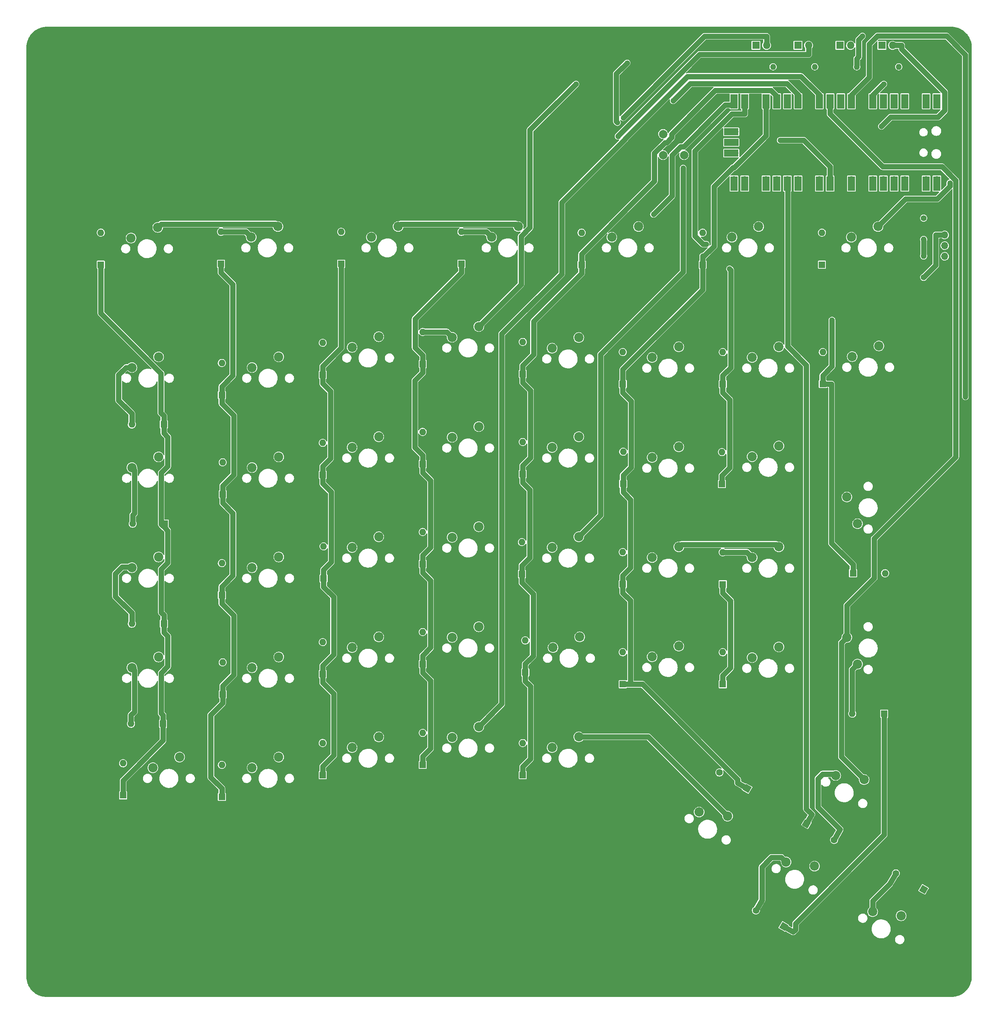
<source format=gbr>
%TF.GenerationSoftware,KiCad,Pcbnew,6.0.9-8da3e8f707~116~ubuntu20.04.1*%
%TF.CreationDate,2022-11-04T11:59:08+01:00*%
%TF.ProjectId,98keys-left,39386b65-7973-42d6-9c65-66742e6b6963,rev?*%
%TF.SameCoordinates,Original*%
%TF.FileFunction,Copper,L1,Top*%
%TF.FilePolarity,Positive*%
%FSLAX46Y46*%
G04 Gerber Fmt 4.6, Leading zero omitted, Abs format (unit mm)*
G04 Created by KiCad (PCBNEW 6.0.9-8da3e8f707~116~ubuntu20.04.1) date 2022-11-04 11:59:08*
%MOMM*%
%LPD*%
G01*
G04 APERTURE LIST*
G04 Aperture macros list*
%AMHorizOval*
0 Thick line with rounded ends*
0 $1 width*
0 $2 $3 position (X,Y) of the first rounded end (center of the circle)*
0 $4 $5 position (X,Y) of the second rounded end (center of the circle)*
0 Add line between two ends*
20,1,$1,$2,$3,$4,$5,0*
0 Add two circle primitives to create the rounded ends*
1,1,$1,$2,$3*
1,1,$1,$4,$5*%
%AMRotRect*
0 Rectangle, with rotation*
0 The origin of the aperture is its center*
0 $1 length*
0 $2 width*
0 $3 Rotation angle, in degrees counterclockwise*
0 Add horizontal line*
21,1,$1,$2,0,0,$3*%
G04 Aperture macros list end*
%TA.AperFunction,ComponentPad*%
%ADD10R,1.600000X1.600000*%
%TD*%
%TA.AperFunction,ComponentPad*%
%ADD11O,1.600000X1.600000*%
%TD*%
%TA.AperFunction,ComponentPad*%
%ADD12HorizOval,1.600000X0.000000X0.000000X0.000000X0.000000X0*%
%TD*%
%TA.AperFunction,ComponentPad*%
%ADD13RotRect,1.600000X1.600000X150.000000*%
%TD*%
%TA.AperFunction,ComponentPad*%
%ADD14HorizOval,1.600000X0.000000X0.000000X0.000000X0.000000X0*%
%TD*%
%TA.AperFunction,ComponentPad*%
%ADD15RotRect,1.600000X1.600000X330.000000*%
%TD*%
%TA.AperFunction,ComponentPad*%
%ADD16C,1.400000*%
%TD*%
%TA.AperFunction,ComponentPad*%
%ADD17O,1.400000X1.400000*%
%TD*%
%TA.AperFunction,ComponentPad*%
%ADD18C,2.200000*%
%TD*%
%TA.AperFunction,ComponentPad*%
%ADD19C,7.500000*%
%TD*%
%TA.AperFunction,ComponentPad*%
%ADD20R,1.800000X1.800000*%
%TD*%
%TA.AperFunction,ComponentPad*%
%ADD21O,1.800000X1.800000*%
%TD*%
%TA.AperFunction,ComponentPad*%
%ADD22O,1.700000X1.700000*%
%TD*%
%TA.AperFunction,SMDPad,CuDef*%
%ADD23R,1.700000X3.500000*%
%TD*%
%TA.AperFunction,ComponentPad*%
%ADD24R,1.700000X1.700000*%
%TD*%
%TA.AperFunction,SMDPad,CuDef*%
%ADD25R,3.500000X1.700000*%
%TD*%
%TA.AperFunction,ComponentPad*%
%ADD26C,2.000000*%
%TD*%
%TA.AperFunction,ViaPad*%
%ADD27C,1.250000*%
%TD*%
%TA.AperFunction,Conductor*%
%ADD28C,1.250000*%
%TD*%
G04 APERTURE END LIST*
D10*
%TO.P,D1,1,K*%
%TO.N,COL1*%
X38200000Y-100080000D03*
D11*
%TO.P,D1,2,A*%
%TO.N,Net-(D1-Pad2)*%
X38200000Y-92460000D03*
%TD*%
%TO.P,D2,2,A*%
%TO.N,Net-(D2-Pad2)*%
X45580000Y-138080000D03*
D10*
%TO.P,D2,1,K*%
%TO.N,COL1*%
X53200000Y-138080000D03*
%TD*%
D11*
%TO.P,D3,2,A*%
%TO.N,Net-(D3-Pad2)*%
X45780000Y-161680000D03*
D10*
%TO.P,D3,1,K*%
%TO.N,COL1*%
X53400000Y-161680000D03*
%TD*%
D11*
%TO.P,D4,2,A*%
%TO.N,Net-(D4-Pad2)*%
X45580000Y-185480000D03*
D10*
%TO.P,D4,1,K*%
%TO.N,COL1*%
X53200000Y-185480000D03*
%TD*%
D11*
%TO.P,D5,2,A*%
%TO.N,Net-(D5-Pad2)*%
X45380000Y-209280000D03*
D10*
%TO.P,D5,1,K*%
%TO.N,COL1*%
X53000000Y-209280000D03*
%TD*%
D11*
%TO.P,D6,2,A*%
%TO.N,Net-(D6-Pad2)*%
X43500000Y-218680000D03*
D10*
%TO.P,D6,1,K*%
%TO.N,COL1*%
X43500000Y-226300000D03*
%TD*%
D11*
%TO.P,D7,2,A*%
%TO.N,Net-(D7-Pad2)*%
X66800000Y-92260000D03*
D10*
%TO.P,D7,1,K*%
%TO.N,COL2*%
X66800000Y-99880000D03*
%TD*%
D11*
%TO.P,D8,2,A*%
%TO.N,Net-(D8-Pad2)*%
X67000000Y-123460000D03*
D10*
%TO.P,D8,1,K*%
%TO.N,COL2*%
X67000000Y-131080000D03*
%TD*%
D11*
%TO.P,D9,2,A*%
%TO.N,Net-(D9-Pad2)*%
X67200000Y-147080000D03*
D10*
%TO.P,D9,1,K*%
%TO.N,COL2*%
X67200000Y-154700000D03*
%TD*%
D11*
%TO.P,D10,2,A*%
%TO.N,Net-(D10-Pad2)*%
X67000000Y-171060000D03*
D10*
%TO.P,D10,1,K*%
%TO.N,COL2*%
X67000000Y-178680000D03*
%TD*%
D11*
%TO.P,D11,2,A*%
%TO.N,Net-(D11-Pad2)*%
X67200000Y-194660000D03*
D10*
%TO.P,D11,1,K*%
%TO.N,COL2*%
X67200000Y-202280000D03*
%TD*%
D11*
%TO.P,D12,2,A*%
%TO.N,Net-(D12-Pad2)*%
X67000000Y-219060000D03*
D10*
%TO.P,D12,1,K*%
%TO.N,COL2*%
X67000000Y-226680000D03*
%TD*%
D11*
%TO.P,D14,2,A*%
%TO.N,Net-(D14-Pad2)*%
X95400000Y-92260000D03*
D10*
%TO.P,D14,1,K*%
%TO.N,COL3*%
X95400000Y-99880000D03*
%TD*%
D11*
%TO.P,D15,2,A*%
%TO.N,Net-(D15-Pad2)*%
X91000000Y-118660000D03*
D10*
%TO.P,D15,1,K*%
%TO.N,COL3*%
X91000000Y-126280000D03*
%TD*%
D11*
%TO.P,D16,2,A*%
%TO.N,Net-(D16-Pad2)*%
X91000000Y-142460000D03*
D10*
%TO.P,D16,1,K*%
%TO.N,COL3*%
X91000000Y-150080000D03*
%TD*%
D11*
%TO.P,D17,2,A*%
%TO.N,Net-(D17-Pad2)*%
X91000000Y-189860000D03*
D10*
%TO.P,D17,1,K*%
%TO.N,COL3*%
X91000000Y-197480000D03*
%TD*%
D11*
%TO.P,D18,2,A*%
%TO.N,Net-(D18-Pad2)*%
X91200000Y-167080000D03*
D10*
%TO.P,D18,1,K*%
%TO.N,COL3*%
X91200000Y-174700000D03*
%TD*%
D11*
%TO.P,D19,2,A*%
%TO.N,Net-(D19-Pad2)*%
X91000000Y-213860000D03*
D10*
%TO.P,D19,1,K*%
%TO.N,COL3*%
X91000000Y-221480000D03*
%TD*%
D11*
%TO.P,D20,2,A*%
%TO.N,Net-(D20-Pad2)*%
X124000000Y-92260000D03*
D10*
%TO.P,D20,1,K*%
%TO.N,COL4*%
X124000000Y-99880000D03*
%TD*%
D11*
%TO.P,D21,2,A*%
%TO.N,Net-(D21-Pad2)*%
X114800000Y-116080000D03*
D10*
%TO.P,D21,1,K*%
%TO.N,COL4*%
X114800000Y-123700000D03*
%TD*%
D11*
%TO.P,D22,2,A*%
%TO.N,Net-(D22-Pad2)*%
X114800000Y-139860000D03*
D10*
%TO.P,D22,1,K*%
%TO.N,COL4*%
X114800000Y-147480000D03*
%TD*%
D11*
%TO.P,D23,2,A*%
%TO.N,Net-(D23-Pad2)*%
X114800000Y-163660000D03*
D10*
%TO.P,D23,1,K*%
%TO.N,COL4*%
X114800000Y-171280000D03*
%TD*%
D11*
%TO.P,D24,2,A*%
%TO.N,Net-(D24-Pad2)*%
X114800000Y-187460000D03*
D10*
%TO.P,D24,1,K*%
%TO.N,COL4*%
X114800000Y-195080000D03*
%TD*%
D11*
%TO.P,D25,2,A*%
%TO.N,Net-(D25-Pad2)*%
X114800000Y-211460000D03*
D10*
%TO.P,D25,1,K*%
%TO.N,COL4*%
X114800000Y-219080000D03*
%TD*%
D11*
%TO.P,D26,2,A*%
%TO.N,Net-(D26-Pad2)*%
X152600000Y-92460000D03*
D10*
%TO.P,D26,1,K*%
%TO.N,COL5*%
X152600000Y-100080000D03*
%TD*%
D11*
%TO.P,D27,2,A*%
%TO.N,Net-(D27-Pad2)*%
X138600000Y-142260000D03*
D10*
%TO.P,D27,1,K*%
%TO.N,COL5*%
X138600000Y-149880000D03*
%TD*%
D11*
%TO.P,D28,2,A*%
%TO.N,Net-(D28-Pad2)*%
X138600000Y-118460000D03*
D10*
%TO.P,D28,1,K*%
%TO.N,COL5*%
X138600000Y-126080000D03*
%TD*%
D11*
%TO.P,D29,2,A*%
%TO.N,Net-(D29-Pad2)*%
X138400000Y-166060000D03*
D10*
%TO.P,D29,1,K*%
%TO.N,COL5*%
X138400000Y-173680000D03*
%TD*%
D11*
%TO.P,D30,2,A*%
%TO.N,Net-(D30-Pad2)*%
X139200000Y-189460000D03*
D10*
%TO.P,D30,1,K*%
%TO.N,COL5*%
X139200000Y-197080000D03*
%TD*%
D11*
%TO.P,D31,2,A*%
%TO.N,Net-(D31-Pad2)*%
X138600000Y-213880000D03*
D10*
%TO.P,D31,1,K*%
%TO.N,COL5*%
X138600000Y-221500000D03*
%TD*%
D11*
%TO.P,D32,2,A*%
%TO.N,Net-(D32-Pad2)*%
X181400000Y-92460000D03*
D10*
%TO.P,D32,1,K*%
%TO.N,COL6*%
X181400000Y-100080000D03*
%TD*%
D11*
%TO.P,D33,2,A*%
%TO.N,Net-(D33-Pad2)*%
X162400000Y-120860000D03*
D10*
%TO.P,D33,1,K*%
%TO.N,COL6*%
X162400000Y-128480000D03*
%TD*%
D11*
%TO.P,D34,2,A*%
%TO.N,Net-(D34-Pad2)*%
X162500000Y-144560000D03*
D10*
%TO.P,D34,1,K*%
%TO.N,COL6*%
X162500000Y-152180000D03*
%TD*%
D11*
%TO.P,D35,2,A*%
%TO.N,Net-(D35-Pad2)*%
X162400000Y-168460000D03*
D10*
%TO.P,D35,1,K*%
%TO.N,COL6*%
X162400000Y-176080000D03*
%TD*%
D11*
%TO.P,D36,2,A*%
%TO.N,Net-(D36-Pad2)*%
X162400000Y-192260000D03*
D10*
%TO.P,D36,1,K*%
%TO.N,COL6*%
X162400000Y-199880000D03*
%TD*%
D11*
%TO.P,D37,2,A*%
%TO.N,Net-(D37-Pad2)*%
X209800000Y-92460000D03*
D10*
%TO.P,D37,1,K*%
%TO.N,COL7*%
X209800000Y-100080000D03*
%TD*%
D11*
%TO.P,D38,2,A*%
%TO.N,Net-(D38-Pad2)*%
X186200000Y-120860000D03*
D10*
%TO.P,D38,1,K*%
%TO.N,COL7*%
X186200000Y-128480000D03*
%TD*%
D11*
%TO.P,D39,2,A*%
%TO.N,Net-(D39-Pad2)*%
X186200000Y-192260000D03*
D10*
%TO.P,D39,1,K*%
%TO.N,COL7*%
X186200000Y-199880000D03*
%TD*%
D11*
%TO.P,D40,2,A*%
%TO.N,Net-(D40-Pad2)*%
X186000000Y-144660000D03*
D10*
%TO.P,D40,1,K*%
%TO.N,COL7*%
X186000000Y-152280000D03*
%TD*%
D11*
%TO.P,D41,2,A*%
%TO.N,Net-(D41-Pad2)*%
X186200000Y-168480000D03*
D10*
%TO.P,D41,1,K*%
%TO.N,COL7*%
X186200000Y-176100000D03*
%TD*%
D11*
%TO.P,D42,2,A*%
%TO.N,Net-(D42-Pad2)*%
X210000000Y-120860000D03*
D10*
%TO.P,D42,1,K*%
%TO.N,COL8*%
X210000000Y-128480000D03*
%TD*%
D11*
%TO.P,D43,2,A*%
%TO.N,Net-(D43-Pad2)*%
X224820000Y-173480000D03*
D10*
%TO.P,D43,1,K*%
%TO.N,COL8*%
X217200000Y-173480000D03*
%TD*%
D11*
%TO.P,D44,2,A*%
%TO.N,Net-(D44-Pad2)*%
X217000000Y-206880000D03*
D10*
%TO.P,D44,1,K*%
%TO.N,COL8*%
X224620000Y-206880000D03*
%TD*%
D12*
%TO.P,D45,2,A*%
%TO.N,Net-(D45-Pad2)*%
X185400886Y-220870000D03*
D13*
%TO.P,D45,1,K*%
%TO.N,COL6*%
X192000000Y-224680000D03*
%TD*%
D14*
%TO.P,D46,2,A*%
%TO.N,Net-(D46-Pad2)*%
X212699114Y-236890000D03*
D15*
%TO.P,D46,1,K*%
%TO.N,Arrow-Left*%
X206100000Y-233080000D03*
%TD*%
D12*
%TO.P,D47,2,A*%
%TO.N,Net-(D47-Pad2)*%
X194099886Y-253680000D03*
D13*
%TO.P,D47,1,K*%
%TO.N,COL8*%
X200699000Y-257490000D03*
%TD*%
D12*
%TO.P,D48,2,A*%
%TO.N,Net-(D48-Pad2)*%
X227400886Y-244870000D03*
D13*
%TO.P,D48,1,K*%
%TO.N,Arrow-Left*%
X234000000Y-248680000D03*
%TD*%
D16*
%TO.P,R1,1*%
%TO.N,GND*%
X193080000Y-53000000D03*
D17*
%TO.P,R1,2*%
%TO.N,Net-(D13-Pad1)*%
X198160000Y-53000000D03*
%TD*%
D16*
%TO.P,R2,1*%
%TO.N,GND*%
X203000000Y-53000000D03*
D17*
%TO.P,R2,2*%
%TO.N,Net-(D49-Pad1)*%
X208080000Y-53000000D03*
%TD*%
D16*
%TO.P,R3,1*%
%TO.N,GND*%
X223000000Y-53000000D03*
D17*
%TO.P,R3,2*%
%TO.N,Net-(D50-Pad1)*%
X228080000Y-53000000D03*
%TD*%
D18*
%TO.P,SW1,2*%
%TO.N,Net-(D1-Pad2)*%
X45390000Y-93740000D03*
%TO.P,SW1,1*%
%TO.N,ROW1*%
X51740000Y-91200000D03*
%TD*%
%TO.P,SW2,1*%
%TO.N,ROW2*%
X51940000Y-122000000D03*
%TO.P,SW2,2*%
%TO.N,Net-(D2-Pad2)*%
X45590000Y-124540000D03*
%TD*%
%TO.P,SW3,1*%
%TO.N,ROW3*%
X51940000Y-145800000D03*
%TO.P,SW3,2*%
%TO.N,Net-(D3-Pad2)*%
X45590000Y-148340000D03*
%TD*%
%TO.P,SW4,1*%
%TO.N,ROW5*%
X51940000Y-193400000D03*
%TO.P,SW4,2*%
%TO.N,Net-(D5-Pad2)*%
X45590000Y-195940000D03*
%TD*%
%TO.P,SW5,1*%
%TO.N,ROW4*%
X51940000Y-169600000D03*
%TO.P,SW5,2*%
%TO.N,Net-(D4-Pad2)*%
X45590000Y-172140000D03*
%TD*%
%TO.P,SW6,2*%
%TO.N,Net-(D6-Pad2)*%
X50590000Y-219740000D03*
%TO.P,SW6,1*%
%TO.N,ROW6*%
X56940000Y-217200000D03*
%TD*%
%TO.P,SW7,2*%
%TO.N,Net-(D7-Pad2)*%
X73990000Y-93540000D03*
%TO.P,SW7,1*%
%TO.N,ROW1*%
X80340000Y-91000000D03*
%TD*%
%TO.P,SW8,2*%
%TO.N,Net-(D8-Pad2)*%
X74190000Y-124540000D03*
%TO.P,SW8,1*%
%TO.N,ROW2*%
X80540000Y-122000000D03*
%TD*%
%TO.P,SW9,2*%
%TO.N,Net-(D9-Pad2)*%
X74190000Y-148340000D03*
%TO.P,SW9,1*%
%TO.N,ROW3*%
X80540000Y-145800000D03*
%TD*%
%TO.P,SW10,2*%
%TO.N,Net-(D11-Pad2)*%
X74190000Y-195940000D03*
%TO.P,SW10,1*%
%TO.N,ROW5*%
X80540000Y-193400000D03*
%TD*%
%TO.P,SW11,2*%
%TO.N,Net-(D10-Pad2)*%
X74190000Y-172140000D03*
%TO.P,SW11,1*%
%TO.N,ROW4*%
X80540000Y-169600000D03*
%TD*%
%TO.P,SW12,2*%
%TO.N,Net-(D12-Pad2)*%
X74190000Y-219740000D03*
%TO.P,SW12,1*%
%TO.N,ROW6*%
X80540000Y-217200000D03*
%TD*%
%TO.P,SW13,2*%
%TO.N,Net-(D14-Pad2)*%
X102590000Y-93540000D03*
%TO.P,SW13,1*%
%TO.N,ROW1*%
X108940000Y-91000000D03*
%TD*%
%TO.P,SW14,2*%
%TO.N,Net-(D15-Pad2)*%
X97990000Y-119740000D03*
%TO.P,SW14,1*%
%TO.N,ROW2*%
X104340000Y-117200000D03*
%TD*%
%TO.P,SW15,2*%
%TO.N,Net-(D16-Pad2)*%
X97990000Y-143540000D03*
%TO.P,SW15,1*%
%TO.N,ROW3*%
X104340000Y-141000000D03*
%TD*%
%TO.P,SW16,2*%
%TO.N,Net-(D17-Pad2)*%
X97990000Y-191140000D03*
%TO.P,SW16,1*%
%TO.N,ROW5*%
X104340000Y-188600000D03*
%TD*%
%TO.P,SW17,2*%
%TO.N,Net-(D18-Pad2)*%
X97990000Y-167340000D03*
%TO.P,SW17,1*%
%TO.N,ROW4*%
X104340000Y-164800000D03*
%TD*%
%TO.P,SW18,2*%
%TO.N,Net-(D19-Pad2)*%
X97990000Y-214940000D03*
%TO.P,SW18,1*%
%TO.N,ROW6*%
X104340000Y-212400000D03*
%TD*%
%TO.P,SW19,2*%
%TO.N,Net-(D20-Pad2)*%
X131190000Y-93540000D03*
%TO.P,SW19,1*%
%TO.N,ROW1*%
X137540000Y-91000000D03*
%TD*%
%TO.P,SW20,2*%
%TO.N,Net-(D21-Pad2)*%
X121790000Y-117340000D03*
%TO.P,SW20,1*%
%TO.N,ROW2*%
X128140000Y-114800000D03*
%TD*%
%TO.P,SW21,2*%
%TO.N,Net-(D22-Pad2)*%
X121790000Y-141140000D03*
%TO.P,SW21,1*%
%TO.N,ROW3*%
X128140000Y-138600000D03*
%TD*%
%TO.P,SW22,2*%
%TO.N,Net-(D24-Pad2)*%
X121790000Y-188740000D03*
%TO.P,SW22,1*%
%TO.N,ROW5*%
X128140000Y-186200000D03*
%TD*%
%TO.P,SW23,2*%
%TO.N,Net-(D23-Pad2)*%
X121790000Y-164940000D03*
%TO.P,SW23,1*%
%TO.N,ROW4*%
X128140000Y-162400000D03*
%TD*%
%TO.P,SW24,2*%
%TO.N,Net-(D25-Pad2)*%
X121790000Y-212540000D03*
%TO.P,SW24,1*%
%TO.N,ROW6*%
X128140000Y-210000000D03*
%TD*%
%TO.P,SW25,2*%
%TO.N,Net-(D26-Pad2)*%
X159790000Y-93540000D03*
%TO.P,SW25,1*%
%TO.N,ROW1*%
X166140000Y-91000000D03*
%TD*%
%TO.P,SW26,2*%
%TO.N,Net-(D28-Pad2)*%
X145590000Y-119940000D03*
%TO.P,SW26,1*%
%TO.N,ROW2*%
X151940000Y-117400000D03*
%TD*%
%TO.P,SW27,2*%
%TO.N,Net-(D27-Pad2)*%
X145590000Y-143540000D03*
%TO.P,SW27,1*%
%TO.N,ROW3*%
X151940000Y-141000000D03*
%TD*%
%TO.P,SW28,2*%
%TO.N,Net-(D30-Pad2)*%
X145790000Y-191140000D03*
%TO.P,SW28,1*%
%TO.N,ROW5*%
X152140000Y-188600000D03*
%TD*%
%TO.P,SW29,2*%
%TO.N,Net-(D29-Pad2)*%
X145590000Y-167340000D03*
%TO.P,SW29,1*%
%TO.N,ROW4*%
X151940000Y-164800000D03*
%TD*%
%TO.P,SW30,2*%
%TO.N,Net-(D31-Pad2)*%
X145590000Y-214940000D03*
%TO.P,SW30,1*%
%TO.N,ROW6*%
X151940000Y-212400000D03*
%TD*%
%TO.P,SW31,2*%
%TO.N,Net-(D32-Pad2)*%
X188390000Y-93540000D03*
%TO.P,SW31,1*%
%TO.N,ROW1*%
X194740000Y-91000000D03*
%TD*%
%TO.P,SW32,2*%
%TO.N,Net-(D33-Pad2)*%
X169390000Y-122140000D03*
%TO.P,SW32,1*%
%TO.N,ROW2*%
X175740000Y-119600000D03*
%TD*%
%TO.P,SW33,2*%
%TO.N,Net-(D34-Pad2)*%
X169390000Y-145940000D03*
%TO.P,SW33,1*%
%TO.N,ROW3*%
X175740000Y-143400000D03*
%TD*%
%TO.P,SW34,2*%
%TO.N,Net-(D36-Pad2)*%
X169390000Y-193340000D03*
%TO.P,SW34,1*%
%TO.N,ROW5*%
X175740000Y-190800000D03*
%TD*%
%TO.P,SW35,2*%
%TO.N,Net-(D35-Pad2)*%
X169390000Y-169740000D03*
%TO.P,SW35,1*%
%TO.N,ROW4*%
X175740000Y-167200000D03*
%TD*%
%TO.P,SW36,2*%
%TO.N,Net-(D37-Pad2)*%
X216790000Y-93540000D03*
%TO.P,SW36,1*%
%TO.N,ROW1*%
X223140000Y-91000000D03*
%TD*%
%TO.P,SW37,2*%
%TO.N,Net-(D38-Pad2)*%
X193190000Y-122140000D03*
%TO.P,SW37,1*%
%TO.N,ROW2*%
X199540000Y-119600000D03*
%TD*%
%TO.P,SW38,2*%
%TO.N,Net-(D40-Pad2)*%
X193190000Y-145740000D03*
%TO.P,SW38,1*%
%TO.N,ROW3*%
X199540000Y-143200000D03*
%TD*%
%TO.P,SW39,2*%
%TO.N,Net-(D39-Pad2)*%
X193190000Y-193540000D03*
%TO.P,SW39,1*%
%TO.N,ROW5*%
X199540000Y-191000000D03*
%TD*%
%TO.P,SW40,2*%
%TO.N,Net-(D41-Pad2)*%
X193190000Y-169740000D03*
%TO.P,SW40,1*%
%TO.N,ROW4*%
X199540000Y-167200000D03*
%TD*%
%TO.P,SW41,2*%
%TO.N,Net-(D42-Pad2)*%
X216990000Y-121940000D03*
%TO.P,SW41,1*%
%TO.N,ROW2*%
X223340000Y-119400000D03*
%TD*%
%TO.P,SW42,2*%
%TO.N,Net-(D43-Pad2)*%
X218260000Y-161690000D03*
%TO.P,SW42,1*%
%TO.N,ROW3*%
X215720000Y-155340000D03*
%TD*%
%TO.P,SW43,2*%
%TO.N,Net-(D44-Pad2)*%
X218260000Y-195090000D03*
%TO.P,SW43,1*%
%TO.N,ROW5*%
X215720000Y-188740000D03*
%TD*%
%TO.P,SW44,2*%
%TO.N,Net-(D45-Pad2)*%
X180570739Y-230275705D03*
%TO.P,SW44,1*%
%TO.N,ROW6*%
X187340000Y-231251000D03*
%TD*%
%TO.P,SW45,2*%
%TO.N,Net-(D46-Pad2)*%
X213070739Y-221575705D03*
%TO.P,SW45,1*%
%TO.N,ROW5*%
X219840000Y-222551000D03*
%TD*%
%TO.P,SW46,2*%
%TO.N,Net-(D47-Pad2)*%
X201270739Y-242175705D03*
%TO.P,SW46,1*%
%TO.N,ROW6*%
X208040000Y-243151000D03*
%TD*%
%TO.P,SW47,2*%
%TO.N,Net-(D48-Pad2)*%
X221870739Y-253975705D03*
%TO.P,SW47,1*%
%TO.N,ROW6*%
X228640000Y-254951000D03*
%TD*%
D19*
%TO.P,H1,1,1*%
%TO.N,GND*%
X27500000Y-50500000D03*
%TD*%
%TO.P,H2,1,1*%
%TO.N,GND*%
X132500000Y-50000000D03*
%TD*%
%TO.P,H3,1,1*%
%TO.N,GND*%
X237500000Y-50500000D03*
%TD*%
%TO.P,H4,1,1*%
%TO.N,GND*%
X27500000Y-158500000D03*
%TD*%
%TO.P,H5,1,1*%
%TO.N,GND*%
X237500000Y-158500000D03*
%TD*%
%TO.P,H6,1,1*%
%TO.N,GND*%
X27500000Y-266500000D03*
%TD*%
%TO.P,H7,1,1*%
%TO.N,GND*%
X132500000Y-266500000D03*
%TD*%
%TO.P,H8,1,1*%
%TO.N,GND*%
X237500000Y-266500000D03*
%TD*%
D20*
%TO.P,D13,1,K*%
%TO.N,Net-(D13-Pad1)*%
X194080000Y-47900000D03*
D21*
%TO.P,D13,2,A*%
%TO.N,PWM1*%
X196620000Y-47900000D03*
%TD*%
D20*
%TO.P,D49,1,K*%
%TO.N,Net-(D49-Pad1)*%
X204080000Y-47900000D03*
D21*
%TO.P,D49,2,A*%
%TO.N,PWM2*%
X206620000Y-47900000D03*
%TD*%
D20*
%TO.P,D50,1,K*%
%TO.N,Net-(D50-Pad1)*%
X214080000Y-47900000D03*
D21*
%TO.P,D50,2,A*%
%TO.N,PWM3*%
X216620000Y-47900000D03*
%TD*%
D20*
%TO.P,D51,1,K*%
%TO.N,Net-(D51-Pad1)*%
X224080000Y-47900000D03*
D21*
%TO.P,D51,2,A*%
%TO.N,PWM4*%
X226620000Y-47900000D03*
%TD*%
D16*
%TO.P,R4,1*%
%TO.N,GND*%
X213000000Y-53000000D03*
D17*
%TO.P,R4,2*%
%TO.N,Net-(D51-Pad1)*%
X218080000Y-53000000D03*
%TD*%
D22*
%TO.P,U1,1,GPIO0*%
%TO.N,SDA I2C0*%
X237130000Y-62110000D03*
D23*
X237130000Y-61210000D03*
%TO.P,U1,2,GPIO1*%
%TO.N,SDC I2C0*%
X234590000Y-61210000D03*
D22*
X234590000Y-62110000D03*
D24*
%TO.P,U1,3,GND*%
%TO.N,GND*%
X232050000Y-62110000D03*
D23*
X232050000Y-61210000D03*
D22*
%TO.P,U1,4,GPIO2*%
%TO.N,COL1*%
X229510000Y-62110000D03*
D23*
X229510000Y-61210000D03*
D22*
%TO.P,U1,5,GPIO3*%
%TO.N,COL2*%
X226970000Y-62110000D03*
D23*
X226970000Y-61210000D03*
%TO.P,U1,6,GPIO4*%
%TO.N,ROW1*%
X224430000Y-61210000D03*
D22*
X224430000Y-62110000D03*
D23*
%TO.P,U1,7,GPIO5*%
%TO.N,ROW2*%
X221890000Y-61210000D03*
D22*
X221890000Y-62110000D03*
D24*
%TO.P,U1,8,GND*%
%TO.N,GND*%
X219350000Y-62110000D03*
D23*
X219350000Y-61210000D03*
%TO.P,U1,9,GPIO6*%
%TO.N,ROW3*%
X216810000Y-61210000D03*
D22*
X216810000Y-62110000D03*
%TO.P,U1,10,GPIO7*%
%TO.N,ROW4*%
X214270000Y-62110000D03*
D23*
X214270000Y-61210000D03*
D22*
%TO.P,U1,11,GPIO8*%
%TO.N,ROW5*%
X211730000Y-62110000D03*
D23*
X211730000Y-61210000D03*
%TO.P,U1,12,GPIO9*%
%TO.N,ROW6*%
X209190000Y-61210000D03*
D22*
X209190000Y-62110000D03*
D23*
%TO.P,U1,13,GND*%
%TO.N,GND*%
X206650000Y-61210000D03*
D24*
X206650000Y-62110000D03*
D23*
%TO.P,U1,14,GPIO10*%
%TO.N,COL3*%
X204110000Y-61210000D03*
D22*
X204110000Y-62110000D03*
D23*
%TO.P,U1,15,GPIO11*%
%TO.N,COL4*%
X201570000Y-61210000D03*
D22*
X201570000Y-62110000D03*
D23*
%TO.P,U1,16,GPIO12*%
%TO.N,COL5*%
X199030000Y-61210000D03*
D22*
X199030000Y-62110000D03*
D23*
%TO.P,U1,17,GPIO13*%
%TO.N,COL6*%
X196490000Y-61210000D03*
D22*
X196490000Y-62110000D03*
D24*
%TO.P,U1,18,GND*%
%TO.N,GND*%
X193950000Y-62110000D03*
D23*
X193950000Y-61210000D03*
%TO.P,U1,19,GPIO14*%
%TO.N,COL7*%
X191410000Y-61210000D03*
D22*
X191410000Y-62110000D03*
D23*
%TO.P,U1,20,GPIO15*%
%TO.N,COL8*%
X188870000Y-61210000D03*
D22*
X188870000Y-62110000D03*
%TO.P,U1,21,GPIO16*%
%TO.N,PWM1*%
X188870000Y-79890000D03*
D23*
X188870000Y-80790000D03*
%TO.P,U1,22,GPIO17*%
%TO.N,PWM2*%
X191410000Y-80790000D03*
D22*
X191410000Y-79890000D03*
D24*
%TO.P,U1,23,GND*%
%TO.N,GND*%
X193950000Y-79890000D03*
D23*
X193950000Y-80790000D03*
%TO.P,U1,24,GPIO18*%
%TO.N,PWM3*%
X196490000Y-80790000D03*
D22*
X196490000Y-79890000D03*
D23*
%TO.P,U1,25,GPIO19*%
%TO.N,PWM4*%
X199030000Y-80790000D03*
D22*
X199030000Y-79890000D03*
D23*
%TO.P,U1,26,GPIO20*%
%TO.N,Arrow-Left*%
X201570000Y-80790000D03*
D22*
X201570000Y-79890000D03*
D23*
%TO.P,U1,27,GPIO21*%
%TO.N,unconnected-(U1-Pad27)*%
X204110000Y-80790000D03*
D22*
X204110000Y-79890000D03*
D23*
%TO.P,U1,28,GND*%
%TO.N,GND*%
X206650000Y-80790000D03*
D24*
X206650000Y-79890000D03*
D22*
%TO.P,U1,29,GPIO22*%
%TO.N,unconnected-(U1-Pad29)*%
X209190000Y-79890000D03*
D23*
X209190000Y-80790000D03*
D22*
%TO.P,U1,30,RUN*%
%TO.N,Net-(SW48-Pad1)*%
X211730000Y-79890000D03*
D23*
X211730000Y-80790000D03*
%TO.P,U1,31,GPIO26_ADC0*%
%TO.N,GND*%
X214270000Y-80790000D03*
D22*
X214270000Y-79890000D03*
%TO.P,U1,32,GPIO27_ADC1*%
%TO.N,unconnected-(U1-Pad32)*%
X216810000Y-79890000D03*
D23*
X216810000Y-80790000D03*
D24*
%TO.P,U1,33,AGND*%
%TO.N,GND*%
X219350000Y-79890000D03*
D23*
X219350000Y-80790000D03*
D22*
%TO.P,U1,34,GPIO28_ADC2*%
%TO.N,unconnected-(U1-Pad34)*%
X221890000Y-79890000D03*
D23*
X221890000Y-80790000D03*
D22*
%TO.P,U1,35,ADC_VREF*%
%TO.N,unconnected-(U1-Pad35)*%
X224430000Y-79890000D03*
D23*
X224430000Y-80790000D03*
D22*
%TO.P,U1,36,3V3*%
%TO.N,unconnected-(U1-Pad36)*%
X226970000Y-79890000D03*
D23*
X226970000Y-80790000D03*
%TO.P,U1,37,3V3_EN*%
%TO.N,unconnected-(U1-Pad37)*%
X229510000Y-80790000D03*
D22*
X229510000Y-79890000D03*
D23*
%TO.P,U1,38,GND*%
%TO.N,GND*%
X232050000Y-80790000D03*
D24*
X232050000Y-79890000D03*
D22*
%TO.P,U1,39,VSYS*%
%TO.N,unconnected-(U1-Pad39)*%
X234590000Y-79890000D03*
D23*
X234590000Y-80790000D03*
%TO.P,U1,40,VBUS*%
%TO.N,VCC*%
X237130000Y-80790000D03*
D22*
X237130000Y-79890000D03*
D25*
%TO.P,U1,41,SWCLK*%
%TO.N,unconnected-(U1-Pad41)*%
X188200000Y-68460000D03*
D22*
X189100000Y-68460000D03*
D25*
%TO.P,U1,42,GND*%
%TO.N,unconnected-(U1-Pad42)*%
X188200000Y-71000000D03*
D24*
X189100000Y-71000000D03*
D22*
%TO.P,U1,43,SWDIO*%
%TO.N,unconnected-(U1-Pad43)*%
X189100000Y-73540000D03*
D25*
X188200000Y-73540000D03*
%TD*%
D24*
%TO.P,J1,1,Pin_1*%
%TO.N,GND*%
X239000000Y-90460000D03*
D22*
%TO.P,J1,2,Pin_2*%
%TO.N,SDA I2C0*%
X239000000Y-93000000D03*
%TO.P,J1,3,Pin_3*%
%TO.N,SDC I2C0*%
X239000000Y-95540000D03*
%TO.P,J1,4,Pin_4*%
%TO.N,VCC*%
X239000000Y-98080000D03*
%TD*%
D16*
%TO.P,R6,1*%
%TO.N,SDC I2C0*%
X234000000Y-89000000D03*
D17*
%TO.P,R6,2*%
%TO.N,VCC*%
X234000000Y-94080000D03*
%TD*%
D16*
%TO.P,R5,1*%
%TO.N,SDA I2C0*%
X234000000Y-103080000D03*
D17*
%TO.P,R5,2*%
%TO.N,VCC*%
X234000000Y-98000000D03*
%TD*%
D26*
%TO.P,SW48,1,1*%
%TO.N,Net-(SW48-Pad1)*%
X172000000Y-69000000D03*
%TO.P,SW48,2,2*%
%TO.N,GND*%
X177000000Y-69000000D03*
%TO.P,SW48,3*%
%TO.N,N/C*%
X172000000Y-74000000D03*
%TO.P,SW48,4*%
X177000000Y-74000000D03*
%TD*%
D27*
%TO.N,GND*%
X240000000Y-72000000D03*
%TO.N,COL8*%
X169704500Y-88109700D03*
X212186700Y-113233700D03*
%TO.N,COL7*%
X182270000Y-95182600D03*
X187811900Y-101060700D03*
%TO.N,COL3*%
X174375100Y-61081200D03*
%TO.N,ROW4*%
X176766600Y-77072900D03*
%TO.N,ROW3*%
X243933000Y-131493200D03*
%TO.N,ROW2*%
X224536700Y-57109000D03*
X151249700Y-57109000D03*
%TO.N,ROW1*%
X240227300Y-80601000D03*
%TO.N,PWM4*%
X223942300Y-67170100D03*
%TO.N,Net-(D51-Pad1)*%
X219439800Y-45676500D03*
%TO.N,PWM3*%
X161135700Y-66272700D03*
X163437100Y-52079700D03*
%TO.N,PWM2*%
X161273900Y-69552100D03*
%TO.N,PWM1*%
X162506100Y-65109800D03*
%TO.N,Net-(SW48-Pad1)*%
X199846600Y-70475600D03*
%TD*%
D28*
%TO.N,COL8*%
X224620000Y-235674300D02*
X224620000Y-206880000D01*
X203499400Y-256794900D02*
X224620000Y-235674300D01*
X203499400Y-258240300D02*
X203499400Y-256794900D01*
X202950000Y-258789700D02*
X203499400Y-258240300D01*
X200699000Y-257490000D02*
X202950000Y-258789700D01*
X217200000Y-173480000D02*
X217200000Y-171430000D01*
X210000000Y-128480000D02*
X212050000Y-128480000D01*
X212050000Y-166280000D02*
X212050000Y-128480000D01*
X217200000Y-171430000D02*
X212050000Y-166280000D01*
X174117700Y-83696500D02*
X169704500Y-88109700D01*
X174117700Y-74004900D02*
X174117700Y-83696500D01*
X176147800Y-71974800D02*
X174117700Y-74004900D01*
X176905200Y-71974800D02*
X176147800Y-71974800D01*
X186770000Y-62110000D02*
X176905200Y-71974800D01*
X212186700Y-124243300D02*
X210000000Y-126430000D01*
X212186700Y-113233700D02*
X212186700Y-124243300D01*
X210000000Y-128480000D02*
X210000000Y-126430000D01*
X188870000Y-62110000D02*
X186770000Y-62110000D01*
%TO.N,COL7*%
X188059700Y-195970300D02*
X186200000Y-197830000D01*
X188059700Y-180009700D02*
X188059700Y-195970300D01*
X186200000Y-178150000D02*
X188059700Y-180009700D01*
X186200000Y-176100000D02*
X186200000Y-178150000D01*
X186200000Y-199880000D02*
X186200000Y-197830000D01*
X191410000Y-62110000D02*
X191410000Y-64210000D01*
X181503600Y-95182600D02*
X182270000Y-95182600D01*
X179535500Y-93214500D02*
X181503600Y-95182600D01*
X179535500Y-73019800D02*
X179535500Y-93214500D01*
X188345300Y-64210000D02*
X179535500Y-73019800D01*
X191410000Y-64210000D02*
X188345300Y-64210000D01*
X187829500Y-148400500D02*
X186000000Y-150230000D01*
X187829500Y-132159500D02*
X187829500Y-148400500D01*
X186200000Y-130530000D02*
X187829500Y-132159500D01*
X186200000Y-128480000D02*
X186200000Y-130530000D01*
X186000000Y-152280000D02*
X186000000Y-150230000D01*
X188091000Y-124539000D02*
X186200000Y-126430000D01*
X188091000Y-101339800D02*
X188091000Y-124539000D01*
X187811900Y-101060700D02*
X188091000Y-101339800D01*
X186200000Y-128480000D02*
X186200000Y-126430000D01*
%TO.N,COL6*%
X192000000Y-224680000D02*
X189749000Y-223380300D01*
X162400000Y-177105000D02*
X162400000Y-178130000D01*
X162400000Y-177105000D02*
X162400000Y-176080000D01*
X164237200Y-155967200D02*
X162500000Y-154230000D01*
X164237200Y-172192800D02*
X164237200Y-155967200D01*
X162400000Y-174030000D02*
X164237200Y-172192800D01*
X162400000Y-176080000D02*
X162400000Y-174030000D01*
X162500000Y-153205000D02*
X162500000Y-154230000D01*
X162500000Y-153205000D02*
X162500000Y-152180000D01*
X164242300Y-179972300D02*
X162400000Y-178130000D01*
X164242300Y-199880000D02*
X164242300Y-179972300D01*
X167094100Y-199880000D02*
X164242300Y-199880000D01*
X189749000Y-222534900D02*
X167094100Y-199880000D01*
X189749000Y-223380300D02*
X189749000Y-222534900D01*
X164242300Y-199880000D02*
X162400000Y-199880000D01*
X162500000Y-152180000D02*
X162500000Y-150130000D01*
X181400000Y-106009000D02*
X181400000Y-100080000D01*
X162400000Y-125009000D02*
X181400000Y-106009000D01*
X162400000Y-128480000D02*
X162400000Y-125009000D01*
X164377900Y-148252100D02*
X162500000Y-150130000D01*
X164377900Y-132507900D02*
X164377900Y-148252100D01*
X162400000Y-130530000D02*
X164377900Y-132507900D01*
X162400000Y-128480000D02*
X162400000Y-130530000D01*
X181784400Y-98030000D02*
X181400000Y-98030000D01*
X184137000Y-95677400D02*
X181784400Y-98030000D01*
X184137000Y-81453300D02*
X184137000Y-95677400D01*
X188594000Y-76996300D02*
X184137000Y-81453300D01*
X188855800Y-76996300D02*
X188594000Y-76996300D01*
X196490000Y-69362100D02*
X188855800Y-76996300D01*
X196490000Y-62110000D02*
X196490000Y-69362100D01*
X181400000Y-100080000D02*
X181400000Y-98030000D01*
%TO.N,COL5*%
X140463200Y-200393200D02*
X139200000Y-199130000D01*
X140463200Y-217586800D02*
X140463200Y-200393200D01*
X138600000Y-219450000D02*
X140463200Y-217586800D01*
X138600000Y-221500000D02*
X138600000Y-219450000D01*
X139200000Y-198105000D02*
X139200000Y-199130000D01*
X139200000Y-198105000D02*
X139200000Y-197080000D01*
X141079500Y-178409500D02*
X138400000Y-175730000D01*
X141079500Y-193150500D02*
X141079500Y-178409500D01*
X139200000Y-195030000D02*
X141079500Y-193150500D01*
X139200000Y-197080000D02*
X139200000Y-195030000D01*
X138400000Y-174705000D02*
X138400000Y-175730000D01*
X138400000Y-174705000D02*
X138400000Y-173680000D01*
X140262200Y-153592200D02*
X138600000Y-151930000D01*
X140262200Y-169767800D02*
X140262200Y-153592200D01*
X138400000Y-171630000D02*
X140262200Y-169767800D01*
X138400000Y-173680000D02*
X138400000Y-171630000D01*
X138600000Y-149880000D02*
X138600000Y-151930000D01*
X140459700Y-145970300D02*
X138600000Y-147830000D01*
X140459700Y-129989700D02*
X140459700Y-145970300D01*
X138600000Y-128130000D02*
X140459700Y-129989700D01*
X138600000Y-149880000D02*
X138600000Y-147830000D01*
X138600000Y-126279100D02*
X138600000Y-128130000D01*
X138600000Y-126279100D02*
X138600000Y-126080000D01*
X141175200Y-113554800D02*
X152600000Y-102130000D01*
X141175200Y-121454800D02*
X141175200Y-113554800D01*
X138600000Y-124030000D02*
X141175200Y-121454800D01*
X138600000Y-126080000D02*
X138600000Y-124030000D01*
X152600000Y-100080000D02*
X152600000Y-102130000D01*
X152600000Y-97539600D02*
X152600000Y-100080000D01*
X169938700Y-80200900D02*
X152600000Y-97539600D01*
X169938700Y-73558200D02*
X169938700Y-80200900D01*
X172471800Y-71025100D02*
X169938700Y-73558200D01*
X172838900Y-71025100D02*
X172471800Y-71025100D01*
X174025100Y-69838900D02*
X172838900Y-71025100D01*
X174025100Y-69033400D02*
X174025100Y-69838900D01*
X184425700Y-58632800D02*
X174025100Y-69033400D01*
X197677000Y-58632800D02*
X184425700Y-58632800D01*
X199030000Y-59985800D02*
X197677000Y-58632800D01*
X199030000Y-62110000D02*
X199030000Y-59985800D01*
%TO.N,COL4*%
X116676800Y-199006800D02*
X114800000Y-197130000D01*
X116676800Y-215153200D02*
X116676800Y-199006800D01*
X114800000Y-217030000D02*
X116676800Y-215153200D01*
X114800000Y-219080000D02*
X114800000Y-217030000D01*
X114800000Y-196105000D02*
X114800000Y-197130000D01*
X114800000Y-196105000D02*
X114800000Y-195080000D01*
X116676800Y-175206800D02*
X114800000Y-173330000D01*
X116676800Y-191153200D02*
X116676800Y-175206800D01*
X114800000Y-193030000D02*
X116676800Y-191153200D01*
X114800000Y-195080000D02*
X114800000Y-193030000D01*
X114800000Y-172305000D02*
X114800000Y-173330000D01*
X114800000Y-172305000D02*
X114800000Y-171280000D01*
X116676800Y-151406800D02*
X114800000Y-149530000D01*
X116676800Y-167353200D02*
X116676800Y-151406800D01*
X114800000Y-169230000D02*
X116676800Y-167353200D01*
X114800000Y-171280000D02*
X114800000Y-169230000D01*
X114800000Y-148505000D02*
X114800000Y-149530000D01*
X114800000Y-123700000D02*
X114800000Y-125750000D01*
X114800000Y-148505000D02*
X114800000Y-147480000D01*
X112930900Y-127619100D02*
X114800000Y-125750000D01*
X112930900Y-143560900D02*
X112930900Y-127619100D01*
X114800000Y-145430000D02*
X112930900Y-143560900D01*
X114800000Y-147480000D02*
X114800000Y-145430000D01*
X112974800Y-119824800D02*
X114800000Y-121650000D01*
X112974800Y-112955200D02*
X112974800Y-119824800D01*
X124000000Y-101930000D02*
X112974800Y-112955200D01*
X124000000Y-99880000D02*
X124000000Y-101930000D01*
X114800000Y-123700000D02*
X114800000Y-121650000D01*
%TO.N,COL3*%
X93611200Y-202141200D02*
X91000000Y-199530000D01*
X93611200Y-216818800D02*
X93611200Y-202141200D01*
X91000000Y-219430000D02*
X93611200Y-216818800D01*
X91000000Y-221480000D02*
X91000000Y-219430000D01*
X91000000Y-197480000D02*
X91000000Y-199530000D01*
X93587400Y-192842600D02*
X91000000Y-195430000D01*
X93587400Y-179137400D02*
X93587400Y-192842600D01*
X91200000Y-176750000D02*
X93587400Y-179137400D01*
X91000000Y-197480000D02*
X91000000Y-195430000D01*
X91200000Y-175725000D02*
X91200000Y-176750000D01*
X91200000Y-175725000D02*
X91200000Y-174700000D01*
X93026700Y-154156700D02*
X91000000Y-152130000D01*
X93026700Y-170823300D02*
X93026700Y-154156700D01*
X91200000Y-172650000D02*
X93026700Y-170823300D01*
X91200000Y-174700000D02*
X91200000Y-172650000D01*
X91000000Y-151105000D02*
X91000000Y-152130000D01*
X91000000Y-151105000D02*
X91000000Y-150080000D01*
X91000000Y-150080000D02*
X91000000Y-148030000D01*
X95400000Y-119830000D02*
X95400000Y-99880000D01*
X91000000Y-124230000D02*
X95400000Y-119830000D01*
X92862300Y-146167700D02*
X91000000Y-148030000D01*
X92862300Y-130192300D02*
X92862300Y-146167700D01*
X91000000Y-128330000D02*
X92862300Y-130192300D01*
X91000000Y-126280000D02*
X91000000Y-124230000D01*
X91000000Y-126280000D02*
X91000000Y-128330000D01*
X204110000Y-59626300D02*
X204110000Y-62110000D01*
X201466300Y-56982600D02*
X204110000Y-59626300D01*
X178473700Y-56982600D02*
X201466300Y-56982600D01*
X174375100Y-61081200D02*
X178473700Y-56982600D01*
%TO.N,COL2*%
X64358200Y-207171800D02*
X67200000Y-204330000D01*
X64358200Y-221988200D02*
X64358200Y-207171800D01*
X67000000Y-224630000D02*
X64358200Y-221988200D01*
X67000000Y-226680000D02*
X67000000Y-224630000D01*
X67200000Y-203305000D02*
X67200000Y-204330000D01*
X67200000Y-203305000D02*
X67200000Y-202280000D01*
X69811200Y-183541200D02*
X67000000Y-180730000D01*
X69811200Y-197618800D02*
X69811200Y-183541200D01*
X67200000Y-200230000D02*
X69811200Y-197618800D01*
X67200000Y-202280000D02*
X67200000Y-200230000D01*
X67000000Y-179705000D02*
X67000000Y-180730000D01*
X67000000Y-179705000D02*
X67000000Y-178680000D01*
X69617800Y-159167800D02*
X67200000Y-156750000D01*
X69617800Y-174012200D02*
X69617800Y-159167800D01*
X67000000Y-176630000D02*
X69617800Y-174012200D01*
X67000000Y-178680000D02*
X67000000Y-176630000D01*
X67200000Y-155725000D02*
X67200000Y-156750000D01*
X67200000Y-155725000D02*
X67200000Y-154700000D01*
X69811200Y-135941200D02*
X67000000Y-133130000D01*
X69811200Y-150038800D02*
X69811200Y-135941200D01*
X67200000Y-152650000D02*
X69811200Y-150038800D01*
X67200000Y-154700000D02*
X67200000Y-152650000D01*
X67000000Y-132105000D02*
X67000000Y-133130000D01*
X67000000Y-132105000D02*
X67000000Y-131080000D01*
X69611200Y-104741200D02*
X66800000Y-101930000D01*
X69611200Y-126418800D02*
X69611200Y-104741200D01*
X67000000Y-129030000D02*
X69611200Y-126418800D01*
X67000000Y-131080000D02*
X67000000Y-129030000D01*
X66800000Y-99880000D02*
X66800000Y-101930000D01*
%TO.N,COL1*%
X52515000Y-135345000D02*
X53200000Y-136030000D01*
X52515000Y-125916700D02*
X52515000Y-135345000D01*
X38200000Y-111601700D02*
X52515000Y-125916700D01*
X38200000Y-100080000D02*
X38200000Y-111601700D01*
X53200000Y-138080000D02*
X53200000Y-136030000D01*
X53200000Y-138080000D02*
X53200000Y-140130000D01*
X53400000Y-161680000D02*
X53400000Y-162625000D01*
X52570300Y-161795300D02*
X53400000Y-162625000D01*
X52570300Y-149591400D02*
X52570300Y-161795300D01*
X54120100Y-148041600D02*
X52570300Y-149591400D01*
X54120100Y-141050100D02*
X54120100Y-148041600D01*
X53200000Y-140130000D02*
X54120100Y-141050100D01*
X52585500Y-182815500D02*
X53200000Y-183430000D01*
X52585500Y-172472900D02*
X52585500Y-182815500D01*
X54094900Y-170963500D02*
X52585500Y-172472900D01*
X54094900Y-163319900D02*
X54094900Y-170963500D01*
X53400000Y-162625000D02*
X54094900Y-163319900D01*
X53200000Y-185480000D02*
X53200000Y-183430000D01*
X53200000Y-185480000D02*
X53200000Y-187530000D01*
X43500000Y-222763900D02*
X43500000Y-226300000D01*
X53000000Y-213263900D02*
X43500000Y-222763900D01*
X53000000Y-209280000D02*
X53000000Y-213263900D01*
X54120100Y-188450100D02*
X53200000Y-187530000D01*
X54120100Y-195641600D02*
X54120100Y-188450100D01*
X52575600Y-197186100D02*
X54120100Y-195641600D01*
X52575600Y-206805600D02*
X52575600Y-197186100D01*
X53000000Y-207230000D02*
X52575600Y-206805600D01*
X53000000Y-209280000D02*
X53000000Y-207230000D01*
%TO.N,ROW6*%
X168489000Y-212400000D02*
X151940000Y-212400000D01*
X187340000Y-231251000D02*
X168489000Y-212400000D01*
X209190000Y-59662900D02*
X209190000Y-62110000D01*
X204811400Y-55284300D02*
X209190000Y-59662900D01*
X177772100Y-55284300D02*
X204811400Y-55284300D01*
X162924000Y-70132400D02*
X177772100Y-55284300D01*
X162924000Y-70235600D02*
X162924000Y-70132400D01*
X147868600Y-85291000D02*
X162924000Y-70235600D01*
X147868600Y-102271300D02*
X147868600Y-85291000D01*
X133599800Y-116540100D02*
X147868600Y-102271300D01*
X133599800Y-204540200D02*
X133599800Y-116540100D01*
X128140000Y-210000000D02*
X133599800Y-204540200D01*
%TO.N,ROW4*%
X176317600Y-166622400D02*
X175740000Y-167200000D01*
X198962400Y-166622400D02*
X176317600Y-166622400D01*
X199540000Y-167200000D02*
X198962400Y-166622400D01*
X157149400Y-159590600D02*
X151940000Y-164800000D01*
X157149400Y-121407600D02*
X157149400Y-159590600D01*
X176766600Y-101790400D02*
X157149400Y-121407600D01*
X176766600Y-77072900D02*
X176766600Y-101790400D01*
%TO.N,ROW5*%
X214417700Y-190042300D02*
X215720000Y-188740000D01*
X214417700Y-217128700D02*
X214417700Y-190042300D01*
X219840000Y-222551000D02*
X214417700Y-217128700D01*
X211730000Y-62110000D02*
X211730000Y-64210000D01*
X224297800Y-76777800D02*
X211730000Y-64210000D01*
X238384200Y-76777800D02*
X224297800Y-76777800D01*
X241651900Y-80045500D02*
X238384200Y-76777800D01*
X241651900Y-145820700D02*
X241651900Y-80045500D01*
X222244800Y-165227800D02*
X241651900Y-145820700D01*
X222244800Y-174585500D02*
X222244800Y-165227800D01*
X215720000Y-181110300D02*
X222244800Y-174585500D01*
X215720000Y-188740000D02*
X215720000Y-181110300D01*
%TO.N,ROW3*%
X243933000Y-50156800D02*
X243933000Y-131493200D01*
X239481100Y-45704900D02*
X243933000Y-50156800D01*
X222952800Y-45704900D02*
X239481100Y-45704900D01*
X221027500Y-47630200D02*
X222952800Y-45704900D01*
X221027500Y-55480700D02*
X221027500Y-47630200D01*
X216810000Y-59698200D02*
X221027500Y-55480700D01*
X216810000Y-62110000D02*
X216810000Y-59698200D01*
%TO.N,ROW2*%
X224481300Y-57109000D02*
X224536700Y-57109000D01*
X221890000Y-59700300D02*
X224481300Y-57109000D01*
X221890000Y-62110000D02*
X221890000Y-59700300D01*
X138204800Y-104735200D02*
X128140000Y-114800000D01*
X138204800Y-93357100D02*
X138204800Y-104735200D01*
X140304800Y-91257100D02*
X138204800Y-93357100D01*
X140304800Y-68053900D02*
X140304800Y-91257100D01*
X151249700Y-57109000D02*
X140304800Y-68053900D01*
%TO.N,ROW1*%
X109525900Y-90414100D02*
X108940000Y-91000000D01*
X136954100Y-90414100D02*
X109525900Y-90414100D01*
X137540000Y-91000000D02*
X136954100Y-90414100D01*
X52524000Y-90416000D02*
X51740000Y-91200000D01*
X79756000Y-90416000D02*
X52524000Y-90416000D01*
X80340000Y-91000000D02*
X79756000Y-90416000D01*
X229715100Y-84424900D02*
X223140000Y-91000000D01*
X237230800Y-84424900D02*
X229715100Y-84424900D01*
X240227300Y-81428400D02*
X237230800Y-84424900D01*
X240227300Y-80601000D02*
X240227300Y-81428400D01*
%TO.N,Arrow-Left*%
X206100000Y-229529300D02*
X207399700Y-230829000D01*
X206100000Y-123971500D02*
X206100000Y-229529300D01*
X201665200Y-119536700D02*
X206100000Y-123971500D01*
X201665200Y-82085200D02*
X201665200Y-119536700D01*
X201570000Y-81990000D02*
X201665200Y-82085200D01*
X201570000Y-79890000D02*
X201570000Y-81990000D01*
X206100000Y-233080000D02*
X207399700Y-230829000D01*
%TO.N,PWM4*%
X228770000Y-48778900D02*
X228770000Y-47900000D01*
X239005300Y-59014200D02*
X228770000Y-48778900D01*
X239005300Y-63389100D02*
X239005300Y-59014200D01*
X237420200Y-64974200D02*
X239005300Y-63389100D01*
X226138200Y-64974200D02*
X237420200Y-64974200D01*
X223942300Y-67170100D02*
X226138200Y-64974200D01*
X226620000Y-47900000D02*
X228770000Y-47900000D01*
%TO.N,Net-(D51-Pad1)*%
X218545200Y-46571100D02*
X219439800Y-45676500D01*
X218545200Y-50584800D02*
X218545200Y-46571100D01*
X218080000Y-51050000D02*
X218545200Y-50584800D01*
X218080000Y-53000000D02*
X218080000Y-51050000D01*
%TO.N,PWM3*%
X160848200Y-54668600D02*
X163437100Y-52079700D01*
X160848200Y-65985200D02*
X160848200Y-54668600D01*
X161135700Y-66272700D02*
X160848200Y-65985200D01*
%TO.N,PWM2*%
X180653600Y-50050000D02*
X206620000Y-50050000D01*
X161273900Y-69429700D02*
X180653600Y-50050000D01*
X161273900Y-69552100D02*
X161273900Y-69429700D01*
X206620000Y-47900000D02*
X206620000Y-50050000D01*
%TO.N,PWM1*%
X181865900Y-45750000D02*
X196620000Y-45750000D01*
X162506100Y-65109800D02*
X181865900Y-45750000D01*
X196620000Y-47900000D02*
X196620000Y-45750000D01*
%TO.N,Net-(SW48-Pad1)*%
X211730000Y-79890000D02*
X211730000Y-77790000D01*
X205477100Y-70475600D02*
X199846600Y-70475600D01*
X211730000Y-76728500D02*
X205477100Y-70475600D01*
X211730000Y-77790000D02*
X211730000Y-76728500D01*
%TO.N,VCC*%
X234000000Y-94080000D02*
X234000000Y-98000000D01*
%TO.N,SDA I2C0*%
X236900000Y-100180000D02*
X236900000Y-93000000D01*
X234000000Y-103080000D02*
X236900000Y-100180000D01*
X239000000Y-93000000D02*
X236900000Y-93000000D01*
%TO.N,Net-(D48-Pad2)*%
X221870700Y-251447300D02*
X225970400Y-247347600D01*
X221870700Y-253975700D02*
X221870700Y-251447300D01*
X227400900Y-244870000D02*
X225970400Y-247347600D01*
%TO.N,Net-(D47-Pad2)*%
X195530300Y-251202300D02*
X195530400Y-251202400D01*
X195530300Y-243339600D02*
X195530300Y-251202300D01*
X197796800Y-241073100D02*
X195530300Y-243339600D01*
X200168100Y-241073100D02*
X197796800Y-241073100D01*
X201270700Y-242175700D02*
X200168100Y-241073100D01*
X194099900Y-253680000D02*
X195530400Y-251202400D01*
%TO.N,Net-(D46-Pad2)*%
X208824800Y-229107600D02*
X214129600Y-234412400D01*
X208824800Y-222333000D02*
X208824800Y-229107600D01*
X209925000Y-221232800D02*
X208824800Y-222333000D01*
X212727800Y-221232800D02*
X209925000Y-221232800D01*
X213070700Y-221575700D02*
X212727800Y-221232800D01*
X212699100Y-236890000D02*
X214129600Y-234412400D01*
%TO.N,Net-(D44-Pad2)*%
X217000000Y-196350000D02*
X217000000Y-206880000D01*
X218260000Y-195090000D02*
X217000000Y-196350000D01*
%TO.N,Net-(D41-Pad2)*%
X191930000Y-168480000D02*
X186200000Y-168480000D01*
X193190000Y-169740000D02*
X191930000Y-168480000D01*
%TO.N,Net-(D21-Pad2)*%
X120530000Y-116080000D02*
X114800000Y-116080000D01*
X121790000Y-117340000D02*
X120530000Y-116080000D01*
%TO.N,Net-(D20-Pad2)*%
X129910000Y-92260000D02*
X124000000Y-92260000D01*
X131190000Y-93540000D02*
X129910000Y-92260000D01*
%TO.N,Net-(D7-Pad2)*%
X72710000Y-92260000D02*
X66800000Y-92260000D01*
X73990000Y-93540000D02*
X72710000Y-92260000D01*
%TO.N,Net-(D5-Pad2)*%
X46198100Y-206411900D02*
X45380000Y-207230000D01*
X46198100Y-196548100D02*
X46198100Y-206411900D01*
X45590000Y-195940000D02*
X46198100Y-196548100D01*
X45380000Y-209280000D02*
X45380000Y-207230000D01*
%TO.N,Net-(D4-Pad2)*%
X41668400Y-178993300D02*
X45580000Y-182904900D01*
X41668400Y-173591400D02*
X41668400Y-178993300D01*
X43279900Y-171979900D02*
X41668400Y-173591400D01*
X45429900Y-171979900D02*
X43279900Y-171979900D01*
X45590000Y-172140000D02*
X45429900Y-171979900D01*
X45580000Y-185480000D02*
X45580000Y-182904900D01*
%TO.N,Net-(D3-Pad2)*%
X46221900Y-159188100D02*
X45780000Y-159630000D01*
X46221900Y-148971900D02*
X46221900Y-159188100D01*
X45590000Y-148340000D02*
X46221900Y-148971900D01*
X45780000Y-161680000D02*
X45780000Y-159630000D01*
%TO.N,Net-(D2-Pad2)*%
X42434100Y-132359000D02*
X45580000Y-135504900D01*
X42434100Y-126306400D02*
X42434100Y-132359000D01*
X44200500Y-124540000D02*
X42434100Y-126306400D01*
X45590000Y-124540000D02*
X44200500Y-124540000D01*
X45580000Y-138080000D02*
X45580000Y-135504900D01*
%TD*%
%TA.AperFunction,Conductor*%
%TO.N,GND*%
G36*
X240597534Y-43490592D02*
G01*
X240973949Y-43504958D01*
X240984216Y-43505771D01*
X240984251Y-43505775D01*
X241352647Y-43550173D01*
X241362034Y-43551666D01*
X241725287Y-43623560D01*
X241734762Y-43625819D01*
X242092633Y-43725909D01*
X242102373Y-43729065D01*
X242186537Y-43760169D01*
X242449893Y-43857497D01*
X242458801Y-43861183D01*
X242796010Y-44016092D01*
X242805093Y-44020718D01*
X242988240Y-44123536D01*
X243127685Y-44201821D01*
X243136252Y-44207092D01*
X243444715Y-44414311D01*
X243452139Y-44419701D01*
X243654142Y-44577904D01*
X243743949Y-44648238D01*
X243752094Y-44655196D01*
X243809182Y-44708320D01*
X244023808Y-44908043D01*
X244030533Y-44914793D01*
X244282338Y-45187423D01*
X244288537Y-45194666D01*
X244463930Y-45416064D01*
X244519109Y-45485716D01*
X244525084Y-45493916D01*
X244730641Y-45801308D01*
X244735985Y-45810049D01*
X244896255Y-46097862D01*
X244916297Y-46133854D01*
X244920707Y-46142548D01*
X244961213Y-46230723D01*
X245075865Y-46480302D01*
X245079517Y-46489117D01*
X245100412Y-46545502D01*
X245207982Y-46835783D01*
X245208198Y-46836366D01*
X245211200Y-46845531D01*
X245222363Y-46884601D01*
X245313122Y-47202257D01*
X245315584Y-47212470D01*
X245387338Y-47575957D01*
X245388819Y-47585283D01*
X245433225Y-47953758D01*
X245434039Y-47964040D01*
X245448409Y-48341467D01*
X245448500Y-48346261D01*
X245448500Y-269419661D01*
X245448408Y-269424470D01*
X245434041Y-269800637D01*
X245433228Y-269810904D01*
X245388825Y-270179350D01*
X245387338Y-270188709D01*
X245315597Y-270551618D01*
X245313133Y-270561827D01*
X245211121Y-270918467D01*
X245208230Y-270927319D01*
X245168579Y-271034998D01*
X245079499Y-271276909D01*
X245075753Y-271285978D01*
X244920800Y-271623201D01*
X244916296Y-271632063D01*
X244735950Y-271954749D01*
X244730761Y-271963229D01*
X244525154Y-272271262D01*
X244519032Y-272279662D01*
X244288357Y-272570179D01*
X244282446Y-272577096D01*
X244030852Y-272850814D01*
X244023569Y-272858113D01*
X243751759Y-273109121D01*
X243744344Y-273115455D01*
X243452372Y-273345925D01*
X243444289Y-273351800D01*
X243441437Y-273353705D01*
X243136425Y-273557419D01*
X243128015Y-273562572D01*
X242914460Y-273682181D01*
X242804713Y-273743648D01*
X242796112Y-273748040D01*
X242670867Y-273806054D01*
X242459055Y-273904166D01*
X242449505Y-273908123D01*
X242102361Y-274035517D01*
X242092923Y-274038564D01*
X241734377Y-274138947D01*
X241725232Y-274141143D01*
X241362018Y-274214137D01*
X241352227Y-274215707D01*
X240984175Y-274259923D01*
X240974013Y-274260729D01*
X240613133Y-274274647D01*
X240597523Y-274275249D01*
X240592667Y-274275343D01*
X25341288Y-274275343D01*
X25336446Y-274275250D01*
X24958862Y-274260728D01*
X24948673Y-274259921D01*
X24580628Y-274215701D01*
X24570864Y-274214137D01*
X24423983Y-274184657D01*
X24207301Y-274141167D01*
X24198030Y-274138938D01*
X23957431Y-274071322D01*
X23840899Y-274038572D01*
X23831575Y-274035555D01*
X23484416Y-273908136D01*
X23474861Y-273904177D01*
X23307552Y-273826659D01*
X23137684Y-273747955D01*
X23129251Y-273743655D01*
X22804960Y-273562624D01*
X22796295Y-273557318D01*
X22489399Y-273351854D01*
X22481419Y-273346043D01*
X22189597Y-273115455D01*
X22182246Y-273109172D01*
X21910118Y-272857879D01*
X21903047Y-272850810D01*
X21650433Y-272577361D01*
X21644080Y-272569924D01*
X21551784Y-272452985D01*
X21414817Y-272279447D01*
X21409090Y-272271585D01*
X21408874Y-272271262D01*
X21202105Y-271963046D01*
X21196828Y-271954456D01*
X21016112Y-271632032D01*
X21011532Y-271623032D01*
X20901646Y-271383869D01*
X20856615Y-271285860D01*
X20852924Y-271276937D01*
X20761525Y-271029503D01*
X20724004Y-270927926D01*
X20720897Y-270918356D01*
X20639043Y-270627092D01*
X20620740Y-270561961D01*
X20618426Y-270552268D01*
X20546758Y-270188730D01*
X20545284Y-270179420D01*
X20501005Y-269810848D01*
X20500199Y-269800684D01*
X20485678Y-269424458D01*
X20485584Y-269419598D01*
X20485584Y-260566405D01*
X227195519Y-260566405D01*
X227205228Y-260776176D01*
X227206632Y-260782001D01*
X227206632Y-260782002D01*
X227230789Y-260882235D01*
X227254429Y-260980327D01*
X227256911Y-260985785D01*
X227256912Y-260985789D01*
X227300025Y-261080610D01*
X227341345Y-261171490D01*
X227462842Y-261342769D01*
X227614536Y-261487984D01*
X227619571Y-261491235D01*
X227785914Y-261598642D01*
X227785917Y-261598643D01*
X227790951Y-261601894D01*
X227796514Y-261604136D01*
X227980160Y-261678148D01*
X227980163Y-261678149D01*
X227985724Y-261680390D01*
X227991605Y-261681538D01*
X227991610Y-261681540D01*
X228187381Y-261719771D01*
X228187384Y-261719771D01*
X228191827Y-261720639D01*
X228197348Y-261720909D01*
X228352174Y-261720909D01*
X228508751Y-261705970D01*
X228514507Y-261704281D01*
X228514509Y-261704281D01*
X228603588Y-261678148D01*
X228710254Y-261646856D01*
X228810652Y-261595148D01*
X228891613Y-261553450D01*
X228891616Y-261553448D01*
X228896944Y-261550704D01*
X228972652Y-261491235D01*
X229057367Y-261424691D01*
X229057372Y-261424687D01*
X229062084Y-261420985D01*
X229066016Y-261416454D01*
X229195784Y-261266911D01*
X229195788Y-261266906D01*
X229199715Y-261262380D01*
X229304871Y-261080610D01*
X229373758Y-260882235D01*
X229389136Y-260776176D01*
X229403030Y-260680353D01*
X229403030Y-260680350D01*
X229403891Y-260674413D01*
X229394182Y-260464642D01*
X229344981Y-260260491D01*
X229301963Y-260165876D01*
X229260545Y-260074783D01*
X229258065Y-260069328D01*
X229148158Y-259914388D01*
X229140034Y-259902935D01*
X229140033Y-259902934D01*
X229136568Y-259898049D01*
X228984874Y-259752834D01*
X228953845Y-259732799D01*
X228813496Y-259642176D01*
X228813493Y-259642175D01*
X228808459Y-259638924D01*
X228802896Y-259636682D01*
X228619250Y-259562670D01*
X228619247Y-259562669D01*
X228613686Y-259560428D01*
X228607805Y-259559280D01*
X228607800Y-259559278D01*
X228412029Y-259521047D01*
X228412026Y-259521047D01*
X228407583Y-259520179D01*
X228402062Y-259519909D01*
X228247236Y-259519909D01*
X228090659Y-259534848D01*
X228084903Y-259536537D01*
X228084901Y-259536537D01*
X228042865Y-259548869D01*
X227889156Y-259593962D01*
X227806210Y-259636682D01*
X227707797Y-259687368D01*
X227707794Y-259687370D01*
X227702466Y-259690114D01*
X227655150Y-259727281D01*
X227542043Y-259816127D01*
X227542038Y-259816131D01*
X227537326Y-259819833D01*
X227533395Y-259824363D01*
X227533394Y-259824364D01*
X227403626Y-259973907D01*
X227403622Y-259973912D01*
X227399695Y-259978438D01*
X227294539Y-260160208D01*
X227292571Y-260165876D01*
X227240681Y-260315305D01*
X227225652Y-260358583D01*
X227224791Y-260364518D01*
X227224791Y-260364520D01*
X227209406Y-260470632D01*
X227195519Y-260566405D01*
X20485584Y-260566405D01*
X20485584Y-257762792D01*
X199454045Y-257762792D01*
X199457960Y-257822536D01*
X199484441Y-257876233D01*
X199518095Y-257905747D01*
X200929405Y-258720567D01*
X200971792Y-258734955D01*
X200984172Y-258734144D01*
X200984174Y-258734144D01*
X201019148Y-258731852D01*
X201019149Y-258731852D01*
X201031536Y-258731040D01*
X201085233Y-258704559D01*
X201090484Y-258698572D01*
X201153832Y-258674083D01*
X201227317Y-258690529D01*
X201608688Y-258910728D01*
X202441729Y-259391716D01*
X202500554Y-259425681D01*
X202516844Y-259436877D01*
X202524057Y-259442718D01*
X202524063Y-259442722D01*
X202529539Y-259447156D01*
X202535861Y-259450267D01*
X202535863Y-259450268D01*
X202581324Y-259472637D01*
X202588699Y-259476575D01*
X202597060Y-259481403D01*
X202597074Y-259481410D01*
X202600115Y-259483166D01*
X202607684Y-259486473D01*
X202620752Y-259492183D01*
X202625933Y-259494588D01*
X202679326Y-259520860D01*
X202679328Y-259520861D01*
X202685647Y-259523970D01*
X202692495Y-259525601D01*
X202694449Y-259526305D01*
X202710737Y-259531755D01*
X202712750Y-259532378D01*
X202719206Y-259535199D01*
X202726121Y-259536518D01*
X202726133Y-259536522D01*
X202784576Y-259547672D01*
X202790162Y-259548869D01*
X202848041Y-259562658D01*
X202848044Y-259562658D01*
X202854893Y-259564290D01*
X202861936Y-259564364D01*
X202863991Y-259564616D01*
X202881101Y-259566324D01*
X202883184Y-259566484D01*
X202890106Y-259567805D01*
X202938761Y-259566107D01*
X202956596Y-259565485D01*
X202962309Y-259565415D01*
X202986752Y-259565671D01*
X203028865Y-259566112D01*
X203035753Y-259564623D01*
X203037787Y-259564416D01*
X203054839Y-259562293D01*
X203056935Y-259561984D01*
X203063982Y-259561738D01*
X203070791Y-259559939D01*
X203070799Y-259559938D01*
X203128331Y-259544739D01*
X203133885Y-259543406D01*
X203173466Y-259534848D01*
X203198919Y-259529345D01*
X203205302Y-259526369D01*
X203207283Y-259525702D01*
X203223432Y-259519856D01*
X203225383Y-259519099D01*
X203232194Y-259517300D01*
X203291170Y-259486469D01*
X203296287Y-259483941D01*
X203350215Y-259458794D01*
X203350216Y-259458794D01*
X203356599Y-259455817D01*
X203362161Y-259451503D01*
X203363912Y-259450434D01*
X203378436Y-259441109D01*
X203380134Y-259439964D01*
X203386379Y-259436699D01*
X203437061Y-259393568D01*
X203441481Y-259389976D01*
X203460481Y-259375238D01*
X203460483Y-259375236D01*
X203463616Y-259372806D01*
X203472359Y-259364063D01*
X203479779Y-259357215D01*
X203518877Y-259323942D01*
X203532473Y-259305769D01*
X203544268Y-259292154D01*
X204041420Y-258795002D01*
X204042357Y-258794074D01*
X204099139Y-258738469D01*
X204099140Y-258738468D01*
X204104172Y-258733540D01*
X204107986Y-258727621D01*
X204107989Y-258727618D01*
X204126559Y-258698803D01*
X204133998Y-258688450D01*
X204155382Y-258661663D01*
X204159775Y-258656160D01*
X204172393Y-258630060D01*
X204173640Y-258627481D01*
X204181166Y-258614071D01*
X204194600Y-258593224D01*
X204194601Y-258593222D01*
X204198420Y-258587296D01*
X204212553Y-258548465D01*
X204217513Y-258536724D01*
X204232431Y-258505865D01*
X204232432Y-258505863D01*
X204235498Y-258499520D01*
X204242663Y-258468484D01*
X204247033Y-258453734D01*
X204255515Y-258430431D01*
X204255517Y-258430423D01*
X204257925Y-258423807D01*
X204263104Y-258382815D01*
X204265339Y-258370267D01*
X204273051Y-258336862D01*
X204273052Y-258336856D01*
X204274635Y-258329998D01*
X204274771Y-258291061D01*
X204274798Y-258290241D01*
X204274900Y-258289437D01*
X204274900Y-258254167D01*
X204275243Y-258156016D01*
X204274984Y-258154857D01*
X204274900Y-258153308D01*
X204274900Y-258127645D01*
X221645253Y-258127645D01*
X221671309Y-258425474D01*
X221736527Y-258717241D01*
X221737971Y-258721165D01*
X221737971Y-258721166D01*
X221739584Y-258725549D01*
X221839759Y-258997819D01*
X221979193Y-259262279D01*
X222152379Y-259505974D01*
X222356274Y-259724625D01*
X222587295Y-259914388D01*
X222841385Y-260071930D01*
X223114078Y-260194483D01*
X223288322Y-260246427D01*
X223396585Y-260278702D01*
X223396587Y-260278702D01*
X223400584Y-260279894D01*
X223404704Y-260280547D01*
X223404706Y-260280547D01*
X223522718Y-260299238D01*
X223695870Y-260326663D01*
X223738430Y-260328596D01*
X223787954Y-260330845D01*
X223787973Y-260330845D01*
X223789373Y-260330909D01*
X223976129Y-260330909D01*
X224198604Y-260316132D01*
X224491672Y-260257039D01*
X224774351Y-260159705D01*
X224778084Y-260157836D01*
X224778088Y-260157834D01*
X225037935Y-260027712D01*
X225037937Y-260027711D01*
X225041673Y-260025840D01*
X225288942Y-259857796D01*
X225406337Y-259752834D01*
X225508698Y-259661313D01*
X225508699Y-259661312D01*
X225511815Y-259658526D01*
X225706374Y-259431529D01*
X225792736Y-259298543D01*
X225866924Y-259184305D01*
X225866927Y-259184300D01*
X225869203Y-259180795D01*
X225997440Y-258910728D01*
X226052747Y-258738469D01*
X226087553Y-258630060D01*
X226087553Y-258630059D01*
X226088833Y-258626073D01*
X226112838Y-258492656D01*
X226141036Y-258335940D01*
X226141037Y-258335935D01*
X226141775Y-258331831D01*
X226142179Y-258322954D01*
X226155148Y-258037343D01*
X226155148Y-258037338D01*
X226155337Y-258033173D01*
X226129281Y-257735344D01*
X226064063Y-257443577D01*
X225960831Y-257162999D01*
X225952043Y-257146330D01*
X225823350Y-256902243D01*
X225823349Y-256902242D01*
X225821397Y-256898539D01*
X225648211Y-256654844D01*
X225455237Y-256447904D01*
X225447166Y-256439249D01*
X225447164Y-256439247D01*
X225444316Y-256436193D01*
X225213295Y-256246430D01*
X224959205Y-256088888D01*
X224686512Y-255966335D01*
X224445526Y-255894494D01*
X224404005Y-255882116D01*
X224404003Y-255882116D01*
X224400006Y-255880924D01*
X224395886Y-255880271D01*
X224395884Y-255880271D01*
X224277872Y-255861580D01*
X224104720Y-255834155D01*
X224062160Y-255832222D01*
X224012636Y-255829973D01*
X224012617Y-255829973D01*
X224011217Y-255829909D01*
X223824461Y-255829909D01*
X223601986Y-255844686D01*
X223308918Y-255903779D01*
X223026239Y-256001113D01*
X223022506Y-256002982D01*
X223022502Y-256002984D01*
X222764868Y-256131998D01*
X222758917Y-256134978D01*
X222511648Y-256303022D01*
X222508534Y-256305806D01*
X222508533Y-256305807D01*
X222321033Y-256473450D01*
X222288775Y-256502292D01*
X222094216Y-256729289D01*
X222060713Y-256780879D01*
X221995877Y-256880718D01*
X221931387Y-256980023D01*
X221803150Y-257250090D01*
X221711757Y-257534745D01*
X221711016Y-257538864D01*
X221659976Y-257822536D01*
X221658815Y-257828987D01*
X221658626Y-257833154D01*
X221658625Y-257833161D01*
X221645442Y-258123475D01*
X221645253Y-258127645D01*
X204274900Y-258127645D01*
X204274900Y-257168312D01*
X204294902Y-257100191D01*
X204311805Y-257079217D01*
X205904617Y-255486405D01*
X218396700Y-255486405D01*
X218406409Y-255696176D01*
X218407813Y-255702001D01*
X218407813Y-255702002D01*
X218442400Y-255845513D01*
X218455610Y-255900327D01*
X218458092Y-255905785D01*
X218458093Y-255905789D01*
X218500816Y-255999753D01*
X218542526Y-256091490D01*
X218575041Y-256137327D01*
X218654316Y-256249084D01*
X218664023Y-256262769D01*
X218815717Y-256407984D01*
X218820752Y-256411235D01*
X218987095Y-256518642D01*
X218987098Y-256518643D01*
X218992132Y-256521894D01*
X218997695Y-256524136D01*
X219181341Y-256598148D01*
X219181344Y-256598149D01*
X219186905Y-256600390D01*
X219192786Y-256601538D01*
X219192791Y-256601540D01*
X219388562Y-256639771D01*
X219388565Y-256639771D01*
X219393008Y-256640639D01*
X219398529Y-256640909D01*
X219553355Y-256640909D01*
X219709932Y-256625970D01*
X219715688Y-256624281D01*
X219715690Y-256624281D01*
X219861654Y-256581460D01*
X219911435Y-256566856D01*
X220030625Y-256505469D01*
X220092794Y-256473450D01*
X220092797Y-256473448D01*
X220098125Y-256470704D01*
X220173833Y-256411235D01*
X220258548Y-256344691D01*
X220258553Y-256344687D01*
X220263265Y-256340985D01*
X220297390Y-256301660D01*
X220396965Y-256186911D01*
X220396969Y-256186906D01*
X220400896Y-256182380D01*
X220506052Y-256000610D01*
X220547614Y-255880924D01*
X220572972Y-255807900D01*
X220572972Y-255807898D01*
X220574939Y-255802235D01*
X220590317Y-255696176D01*
X220604211Y-255600353D01*
X220604211Y-255600350D01*
X220605072Y-255594413D01*
X220595363Y-255384642D01*
X220563604Y-255252862D01*
X220547568Y-255186324D01*
X220547567Y-255186322D01*
X220546162Y-255180491D01*
X220535347Y-255156703D01*
X220461726Y-254994783D01*
X220459246Y-254989328D01*
X220337749Y-254818049D01*
X220186055Y-254672834D01*
X220105142Y-254620589D01*
X220014677Y-254562176D01*
X220014674Y-254562175D01*
X220009640Y-254558924D01*
X220000442Y-254555217D01*
X219820431Y-254482670D01*
X219820428Y-254482669D01*
X219814867Y-254480428D01*
X219808986Y-254479280D01*
X219808981Y-254479278D01*
X219613210Y-254441047D01*
X219613207Y-254441047D01*
X219608764Y-254440179D01*
X219603243Y-254439909D01*
X219448417Y-254439909D01*
X219291840Y-254454848D01*
X219286084Y-254456537D01*
X219286082Y-254456537D01*
X219259692Y-254464279D01*
X219090337Y-254513962D01*
X219016074Y-254552210D01*
X218908978Y-254607368D01*
X218908975Y-254607370D01*
X218903647Y-254610114D01*
X218898932Y-254613818D01*
X218743224Y-254736127D01*
X218743219Y-254736131D01*
X218738507Y-254739833D01*
X218734576Y-254744363D01*
X218734575Y-254744364D01*
X218604807Y-254893907D01*
X218604803Y-254893912D01*
X218600876Y-254898438D01*
X218495720Y-255080208D01*
X218426833Y-255278583D01*
X218425972Y-255284518D01*
X218425972Y-255284520D01*
X218410587Y-255390632D01*
X218396700Y-255486405D01*
X205904617Y-255486405D01*
X207415317Y-253975705D01*
X220615462Y-253975705D01*
X220634532Y-254193682D01*
X220691164Y-254405035D01*
X220693486Y-254410015D01*
X220693487Y-254410017D01*
X220761879Y-254556682D01*
X220783637Y-254603343D01*
X220909141Y-254782582D01*
X221063862Y-254937303D01*
X221068370Y-254940460D01*
X221068373Y-254940462D01*
X221238591Y-255059650D01*
X221243100Y-255062807D01*
X221248082Y-255065130D01*
X221248087Y-255065133D01*
X221436427Y-255152957D01*
X221441409Y-255155280D01*
X221446717Y-255156702D01*
X221446719Y-255156703D01*
X221492527Y-255168977D01*
X221652762Y-255211912D01*
X221870739Y-255230982D01*
X222088716Y-255211912D01*
X222248951Y-255168977D01*
X222294759Y-255156703D01*
X222294761Y-255156702D01*
X222300069Y-255155280D01*
X222305051Y-255152957D01*
X222493391Y-255065133D01*
X222493396Y-255065130D01*
X222498378Y-255062807D01*
X222502887Y-255059650D01*
X222658055Y-254951000D01*
X227384723Y-254951000D01*
X227403793Y-255168977D01*
X227460425Y-255380330D01*
X227552898Y-255578638D01*
X227678402Y-255757877D01*
X227833123Y-255912598D01*
X227837631Y-255915755D01*
X227837634Y-255915757D01*
X228007852Y-256034945D01*
X228012361Y-256038102D01*
X228017343Y-256040425D01*
X228017348Y-256040428D01*
X228137332Y-256096377D01*
X228210670Y-256130575D01*
X228215978Y-256131997D01*
X228215980Y-256131998D01*
X228281745Y-256149620D01*
X228422023Y-256187207D01*
X228640000Y-256206277D01*
X228857977Y-256187207D01*
X228998255Y-256149620D01*
X229064020Y-256131998D01*
X229064022Y-256131997D01*
X229069330Y-256130575D01*
X229142668Y-256096377D01*
X229262652Y-256040428D01*
X229262657Y-256040425D01*
X229267639Y-256038102D01*
X229272148Y-256034945D01*
X229442366Y-255915757D01*
X229442369Y-255915755D01*
X229446877Y-255912598D01*
X229601598Y-255757877D01*
X229727102Y-255578638D01*
X229819575Y-255380330D01*
X229876207Y-255168977D01*
X229895277Y-254951000D01*
X229876207Y-254733023D01*
X229829074Y-254557121D01*
X229820998Y-254526980D01*
X229820997Y-254526978D01*
X229819575Y-254521670D01*
X229815981Y-254513962D01*
X229729425Y-254328343D01*
X229729423Y-254328340D01*
X229727102Y-254323362D01*
X229601598Y-254144123D01*
X229446877Y-253989402D01*
X229442369Y-253986245D01*
X229442366Y-253986243D01*
X229272148Y-253867055D01*
X229272145Y-253867053D01*
X229267639Y-253863898D01*
X229262657Y-253861575D01*
X229262652Y-253861572D01*
X229074312Y-253773748D01*
X229074311Y-253773747D01*
X229069330Y-253771425D01*
X229064022Y-253770003D01*
X229064020Y-253770002D01*
X228998255Y-253752380D01*
X228857977Y-253714793D01*
X228640000Y-253695723D01*
X228422023Y-253714793D01*
X228281745Y-253752380D01*
X228215980Y-253770002D01*
X228215978Y-253770003D01*
X228210670Y-253771425D01*
X228205690Y-253773747D01*
X228205688Y-253773748D01*
X228017343Y-253861575D01*
X228017340Y-253861577D01*
X228012362Y-253863898D01*
X227833123Y-253989402D01*
X227678402Y-254144123D01*
X227552898Y-254323362D01*
X227550577Y-254328340D01*
X227550575Y-254328343D01*
X227464019Y-254513962D01*
X227460425Y-254521670D01*
X227459003Y-254526978D01*
X227459002Y-254526980D01*
X227450926Y-254557121D01*
X227403793Y-254733023D01*
X227384723Y-254951000D01*
X222658055Y-254951000D01*
X222673105Y-254940462D01*
X222673108Y-254940460D01*
X222677616Y-254937303D01*
X222832337Y-254782582D01*
X222957841Y-254603343D01*
X222979600Y-254556682D01*
X223047991Y-254410017D01*
X223047992Y-254410015D01*
X223050314Y-254405035D01*
X223106946Y-254193682D01*
X223126016Y-253975705D01*
X223106946Y-253757728D01*
X223069359Y-253617450D01*
X223051737Y-253551685D01*
X223051736Y-253551683D01*
X223050314Y-253546375D01*
X223020027Y-253481424D01*
X222960164Y-253353048D01*
X222960162Y-253353045D01*
X222957841Y-253348067D01*
X222832337Y-253168828D01*
X222683105Y-253019596D01*
X222649079Y-252957284D01*
X222646200Y-252930501D01*
X222646200Y-251820712D01*
X222666202Y-251752591D01*
X222683105Y-251731617D01*
X225461930Y-248952792D01*
X232755045Y-248952792D01*
X232755856Y-248965172D01*
X232755856Y-248965174D01*
X232756577Y-248976176D01*
X232758960Y-249012536D01*
X232785441Y-249066233D01*
X232819095Y-249095747D01*
X232824455Y-249098842D01*
X232824457Y-249098843D01*
X233445128Y-249457187D01*
X234230405Y-249910567D01*
X234272792Y-249924955D01*
X234285172Y-249924144D01*
X234285174Y-249924144D01*
X234320148Y-249921852D01*
X234320149Y-249921852D01*
X234332536Y-249921040D01*
X234386233Y-249894559D01*
X234415747Y-249860905D01*
X234425443Y-249844112D01*
X234868740Y-249076298D01*
X235230567Y-248449595D01*
X235244955Y-248407208D01*
X235244122Y-248394483D01*
X235241852Y-248359852D01*
X235241852Y-248359851D01*
X235241040Y-248347464D01*
X235214559Y-248293767D01*
X235189659Y-248271930D01*
X235185561Y-248268336D01*
X235185560Y-248268335D01*
X235180905Y-248264253D01*
X235117615Y-248227712D01*
X234363417Y-247792276D01*
X233769595Y-247449433D01*
X233727208Y-247435045D01*
X233714828Y-247435856D01*
X233714826Y-247435856D01*
X233679852Y-247438148D01*
X233679851Y-247438148D01*
X233667464Y-247438960D01*
X233613767Y-247465441D01*
X233584253Y-247499095D01*
X233581158Y-247504455D01*
X233581157Y-247504457D01*
X233227743Y-248116589D01*
X232769433Y-248910405D01*
X232755045Y-248952792D01*
X225461930Y-248952792D01*
X226490560Y-247924162D01*
X226498665Y-247916734D01*
X226525976Y-247893818D01*
X226535539Y-247885794D01*
X226581484Y-247825267D01*
X226583373Y-247822841D01*
X226626380Y-247768966D01*
X226626381Y-247768964D01*
X226630775Y-247763460D01*
X226654501Y-247714379D01*
X226658824Y-247706215D01*
X227112090Y-246921166D01*
X227778282Y-245767334D01*
X227830589Y-245717871D01*
X227875194Y-245695339D01*
X227907153Y-245679196D01*
X227907155Y-245679195D01*
X227912654Y-245676417D01*
X228059541Y-245561656D01*
X228181340Y-245420550D01*
X228273412Y-245258474D01*
X228332250Y-245081601D01*
X228343502Y-244992533D01*
X228355171Y-244900170D01*
X228355172Y-244900163D01*
X228355613Y-244896668D01*
X228355985Y-244870000D01*
X228337795Y-244684487D01*
X228336014Y-244678588D01*
X228336013Y-244678583D01*
X228285700Y-244511939D01*
X228283919Y-244506040D01*
X228196408Y-244341456D01*
X228192518Y-244336686D01*
X228192515Y-244336682D01*
X228082491Y-244201780D01*
X228082488Y-244201777D01*
X228078596Y-244197005D01*
X228072942Y-244192327D01*
X227961733Y-244100327D01*
X227934971Y-244078187D01*
X227771002Y-243989529D01*
X227654173Y-243953365D01*
X227598822Y-243936231D01*
X227598819Y-243936230D01*
X227592935Y-243934409D01*
X227586810Y-243933765D01*
X227586809Y-243933765D01*
X227413682Y-243915568D01*
X227413681Y-243915568D01*
X227407554Y-243914924D01*
X227329435Y-243922033D01*
X227228057Y-243931259D01*
X227228054Y-243931260D01*
X227221918Y-243931818D01*
X227216008Y-243933557D01*
X227216005Y-243933558D01*
X227049015Y-243982707D01*
X227043100Y-243984448D01*
X226877909Y-244070807D01*
X226732638Y-244187608D01*
X226612821Y-244330401D01*
X226609857Y-244335793D01*
X226609854Y-244335797D01*
X226550243Y-244444229D01*
X226523021Y-244493746D01*
X226521160Y-244499613D01*
X226521159Y-244499615D01*
X226468520Y-244665554D01*
X226466658Y-244671424D01*
X226445880Y-244856665D01*
X226449534Y-244900170D01*
X226451114Y-244918986D01*
X226434674Y-244992532D01*
X225358142Y-246857066D01*
X225338119Y-246883159D01*
X221328680Y-250892598D01*
X221327743Y-250893526D01*
X221265928Y-250954060D01*
X221262114Y-250959979D01*
X221262111Y-250959982D01*
X221243541Y-250988797D01*
X221236102Y-250999150D01*
X221210325Y-251031440D01*
X221207262Y-251037777D01*
X221207259Y-251037781D01*
X221196466Y-251060109D01*
X221188937Y-251073526D01*
X221171680Y-251100304D01*
X221157541Y-251139151D01*
X221152590Y-251150872D01*
X221134603Y-251188080D01*
X221133018Y-251194944D01*
X221133018Y-251194945D01*
X221127440Y-251219107D01*
X221123070Y-251233860D01*
X221112175Y-251263793D01*
X221106993Y-251304811D01*
X221104762Y-251317335D01*
X221095465Y-251357602D01*
X221095440Y-251364648D01*
X221095440Y-251364652D01*
X221095329Y-251396539D01*
X221095302Y-251397359D01*
X221095200Y-251398163D01*
X221095200Y-251433433D01*
X221094857Y-251531584D01*
X221095116Y-251532743D01*
X221095200Y-251534292D01*
X221095200Y-252930579D01*
X221075198Y-252998700D01*
X221058295Y-253019674D01*
X220909141Y-253168828D01*
X220783637Y-253348067D01*
X220781316Y-253353045D01*
X220781314Y-253353048D01*
X220721451Y-253481424D01*
X220691164Y-253546375D01*
X220689742Y-253551683D01*
X220689741Y-253551685D01*
X220672119Y-253617450D01*
X220634532Y-253757728D01*
X220615462Y-253975705D01*
X207415317Y-253975705D01*
X225162020Y-236229002D01*
X225162957Y-236228074D01*
X225219739Y-236172469D01*
X225219740Y-236172468D01*
X225224772Y-236167540D01*
X225228586Y-236161621D01*
X225228589Y-236161618D01*
X225247159Y-236132803D01*
X225254598Y-236122450D01*
X225260195Y-236115439D01*
X225280375Y-236090160D01*
X225283438Y-236083823D01*
X225283441Y-236083819D01*
X225294234Y-236061491D01*
X225301763Y-236048074D01*
X225315202Y-236027220D01*
X225319020Y-236021296D01*
X225333159Y-235982449D01*
X225338110Y-235970728D01*
X225356097Y-235933520D01*
X225363260Y-235902493D01*
X225367630Y-235887740D01*
X225376114Y-235864430D01*
X225378525Y-235857807D01*
X225383707Y-235816789D01*
X225385940Y-235804256D01*
X225393649Y-235770866D01*
X225395235Y-235763998D01*
X225395361Y-235728027D01*
X225395371Y-235725061D01*
X225395398Y-235724241D01*
X225395500Y-235723437D01*
X225395500Y-235688167D01*
X225395843Y-235590016D01*
X225395584Y-235588857D01*
X225395500Y-235587308D01*
X225395500Y-207937809D01*
X225415502Y-207869688D01*
X225471004Y-207823302D01*
X225478722Y-207821767D01*
X225494964Y-207810915D01*
X225518185Y-207795399D01*
X225528504Y-207788504D01*
X225535399Y-207778185D01*
X225554872Y-207749042D01*
X225554873Y-207749040D01*
X225561767Y-207738722D01*
X225570500Y-207694820D01*
X225570500Y-206065180D01*
X225561767Y-206021278D01*
X225554873Y-206010960D01*
X225554872Y-206010958D01*
X225535399Y-205981815D01*
X225528504Y-205971496D01*
X225518185Y-205964601D01*
X225489042Y-205945128D01*
X225489040Y-205945127D01*
X225478722Y-205938233D01*
X225434820Y-205929500D01*
X223805180Y-205929500D01*
X223761278Y-205938233D01*
X223750960Y-205945127D01*
X223750958Y-205945128D01*
X223721815Y-205964601D01*
X223711496Y-205971496D01*
X223704601Y-205981815D01*
X223685128Y-206010958D01*
X223685127Y-206010960D01*
X223678233Y-206021278D01*
X223669500Y-206065180D01*
X223669500Y-207694820D01*
X223678233Y-207738722D01*
X223685127Y-207749040D01*
X223685128Y-207749042D01*
X223704601Y-207778185D01*
X223711496Y-207788504D01*
X223721815Y-207795399D01*
X223745037Y-207810915D01*
X223761278Y-207821767D01*
X223769108Y-207823325D01*
X223822001Y-207865951D01*
X223844500Y-207937809D01*
X223844500Y-235300888D01*
X223824498Y-235369009D01*
X223807595Y-235389983D01*
X202957380Y-256240198D01*
X202956443Y-256241126D01*
X202937749Y-256259433D01*
X202894628Y-256301660D01*
X202890814Y-256307579D01*
X202890811Y-256307582D01*
X202872241Y-256336397D01*
X202864802Y-256346750D01*
X202839025Y-256379040D01*
X202835962Y-256385377D01*
X202835959Y-256385381D01*
X202825166Y-256407709D01*
X202817637Y-256421126D01*
X202800380Y-256447904D01*
X202786241Y-256486751D01*
X202781290Y-256498472D01*
X202763303Y-256535680D01*
X202761718Y-256542544D01*
X202761718Y-256542545D01*
X202756140Y-256566707D01*
X202751770Y-256581460D01*
X202740875Y-256611393D01*
X202735693Y-256652411D01*
X202733462Y-256664935D01*
X202724165Y-256705202D01*
X202724140Y-256712248D01*
X202724140Y-256712252D01*
X202724029Y-256744139D01*
X202724002Y-256744959D01*
X202723900Y-256745763D01*
X202723900Y-256781033D01*
X202723557Y-256879184D01*
X202723816Y-256880343D01*
X202723900Y-256881892D01*
X202723900Y-257545423D01*
X202703898Y-257613544D01*
X202650242Y-257660037D01*
X202579968Y-257670141D01*
X202534897Y-257654540D01*
X202002832Y-257347331D01*
X201953840Y-257295947D01*
X201941420Y-257224677D01*
X201943955Y-257217208D01*
X201940040Y-257157464D01*
X201913559Y-257103767D01*
X201897141Y-257089368D01*
X201884561Y-257078336D01*
X201884560Y-257078335D01*
X201879905Y-257074253D01*
X201710615Y-256976513D01*
X200884412Y-256499505D01*
X200468595Y-256259433D01*
X200426208Y-256245045D01*
X200413828Y-256245856D01*
X200413826Y-256245856D01*
X200378852Y-256248148D01*
X200378851Y-256248148D01*
X200366464Y-256248960D01*
X200312767Y-256275441D01*
X200283253Y-256309095D01*
X200280158Y-256314455D01*
X200280157Y-256314457D01*
X199954112Y-256879184D01*
X199468433Y-257720405D01*
X199454045Y-257762792D01*
X20485584Y-257762792D01*
X20485584Y-253666665D01*
X193144880Y-253666665D01*
X193145396Y-253672809D01*
X193153558Y-253770002D01*
X193160478Y-253852414D01*
X193162177Y-253858339D01*
X193200876Y-253993299D01*
X193211857Y-254031595D01*
X193297062Y-254197385D01*
X193412845Y-254343468D01*
X193554798Y-254464279D01*
X193560176Y-254467285D01*
X193560178Y-254467286D01*
X193583693Y-254480428D01*
X193717513Y-254555217D01*
X193894793Y-254612819D01*
X194079884Y-254634890D01*
X194086019Y-254634418D01*
X194086021Y-254634418D01*
X194259596Y-254621062D01*
X194259601Y-254621061D01*
X194265737Y-254620589D01*
X194271667Y-254618933D01*
X194271669Y-254618933D01*
X194439345Y-254572117D01*
X194439344Y-254572117D01*
X194445273Y-254570462D01*
X194611654Y-254486417D01*
X194620792Y-254479278D01*
X194753680Y-254375454D01*
X194753681Y-254375453D01*
X194758541Y-254371656D01*
X194880340Y-254230550D01*
X194904397Y-254188203D01*
X194969365Y-254073837D01*
X194972412Y-254068474D01*
X195031250Y-253891601D01*
X195046612Y-253770002D01*
X195054171Y-253710170D01*
X195054172Y-253710163D01*
X195054613Y-253706668D01*
X195054985Y-253680000D01*
X195054280Y-253672809D01*
X195050280Y-253632012D01*
X195066561Y-253556715D01*
X195485474Y-252831165D01*
X196166387Y-251651835D01*
X196177578Y-251635553D01*
X196187856Y-251622860D01*
X196203844Y-251590369D01*
X196210983Y-251577750D01*
X196229320Y-251549296D01*
X196231730Y-251542676D01*
X196231732Y-251542671D01*
X196241953Y-251514588D01*
X196247294Y-251502065D01*
X196264669Y-251466753D01*
X196266301Y-251459904D01*
X196267006Y-251457945D01*
X196272485Y-251441569D01*
X196273083Y-251439637D01*
X196275902Y-251433185D01*
X196278764Y-251418184D01*
X196284127Y-251398716D01*
X196288825Y-251385807D01*
X196293470Y-251349037D01*
X196295905Y-251335640D01*
X196304990Y-251297507D01*
X196305064Y-251290461D01*
X196305318Y-251288391D01*
X196307028Y-251271255D01*
X196307186Y-251269206D01*
X196308506Y-251262285D01*
X196306185Y-251195778D01*
X196306115Y-251190065D01*
X196306737Y-251130582D01*
X196306811Y-251123535D01*
X196306057Y-251120049D01*
X196305800Y-251114970D01*
X196305800Y-248766405D01*
X206595519Y-248766405D01*
X206605228Y-248976176D01*
X206606632Y-248982001D01*
X206606632Y-248982002D01*
X206630789Y-249082235D01*
X206654429Y-249180327D01*
X206656911Y-249185785D01*
X206656912Y-249185789D01*
X206700025Y-249280610D01*
X206741345Y-249371490D01*
X206862842Y-249542769D01*
X207014536Y-249687984D01*
X207019571Y-249691235D01*
X207185914Y-249798642D01*
X207185917Y-249798643D01*
X207190951Y-249801894D01*
X207196514Y-249804136D01*
X207380160Y-249878148D01*
X207380163Y-249878149D01*
X207385724Y-249880390D01*
X207391605Y-249881538D01*
X207391610Y-249881540D01*
X207587381Y-249919771D01*
X207587384Y-249919771D01*
X207591827Y-249920639D01*
X207597348Y-249920909D01*
X207752174Y-249920909D01*
X207908751Y-249905970D01*
X207914507Y-249904281D01*
X207914509Y-249904281D01*
X208003588Y-249878148D01*
X208110254Y-249846856D01*
X208210652Y-249795148D01*
X208291613Y-249753450D01*
X208291616Y-249753448D01*
X208296944Y-249750704D01*
X208372652Y-249691235D01*
X208457367Y-249624691D01*
X208457372Y-249624687D01*
X208462084Y-249620985D01*
X208466016Y-249616454D01*
X208595784Y-249466911D01*
X208595788Y-249466906D01*
X208599715Y-249462380D01*
X208704871Y-249280610D01*
X208773758Y-249082235D01*
X208789136Y-248976176D01*
X208803030Y-248880353D01*
X208803030Y-248880350D01*
X208803891Y-248874413D01*
X208794182Y-248664642D01*
X208744981Y-248460491D01*
X208701963Y-248365876D01*
X208688529Y-248336330D01*
X208658065Y-248269328D01*
X208548158Y-248114388D01*
X208540034Y-248102935D01*
X208540033Y-248102934D01*
X208536568Y-248098049D01*
X208384874Y-247952834D01*
X208353845Y-247932799D01*
X208213496Y-247842176D01*
X208213493Y-247842175D01*
X208208459Y-247838924D01*
X208168552Y-247822841D01*
X208019250Y-247762670D01*
X208019247Y-247762669D01*
X208013686Y-247760428D01*
X208007805Y-247759280D01*
X208007800Y-247759278D01*
X207812029Y-247721047D01*
X207812026Y-247721047D01*
X207807583Y-247720179D01*
X207802062Y-247719909D01*
X207647236Y-247719909D01*
X207490659Y-247734848D01*
X207484903Y-247736537D01*
X207484901Y-247736537D01*
X207414737Y-247757121D01*
X207289156Y-247793962D01*
X207230774Y-247824031D01*
X207107797Y-247887368D01*
X207107794Y-247887370D01*
X207102466Y-247890114D01*
X207055150Y-247927281D01*
X206942043Y-248016127D01*
X206942038Y-248016131D01*
X206937326Y-248019833D01*
X206933395Y-248024363D01*
X206933394Y-248024364D01*
X206803626Y-248173907D01*
X206803622Y-248173912D01*
X206799695Y-248178438D01*
X206694539Y-248360208D01*
X206692571Y-248365876D01*
X206640681Y-248515305D01*
X206625652Y-248558583D01*
X206624791Y-248564518D01*
X206624791Y-248564520D01*
X206609406Y-248670632D01*
X206595519Y-248766405D01*
X196305800Y-248766405D01*
X196305800Y-246327645D01*
X201045253Y-246327645D01*
X201071309Y-246625474D01*
X201136527Y-246917241D01*
X201239759Y-247197819D01*
X201379193Y-247462279D01*
X201552379Y-247705974D01*
X201611120Y-247768966D01*
X201748916Y-247916734D01*
X201756274Y-247924625D01*
X201987295Y-248114388D01*
X202241385Y-248271930D01*
X202514078Y-248394483D01*
X202596175Y-248418957D01*
X202796585Y-248478702D01*
X202796587Y-248478702D01*
X202800584Y-248479894D01*
X202804704Y-248480547D01*
X202804706Y-248480547D01*
X202922718Y-248499238D01*
X203095870Y-248526663D01*
X203138430Y-248528596D01*
X203187954Y-248530845D01*
X203187973Y-248530845D01*
X203189373Y-248530909D01*
X203376129Y-248530909D01*
X203598604Y-248516132D01*
X203891672Y-248457039D01*
X204174351Y-248359705D01*
X204178084Y-248357836D01*
X204178088Y-248357834D01*
X204437935Y-248227712D01*
X204437937Y-248227711D01*
X204441673Y-248225840D01*
X204688942Y-248057796D01*
X204806337Y-247952834D01*
X204908698Y-247861313D01*
X204908699Y-247861312D01*
X204911815Y-247858526D01*
X205106374Y-247631529D01*
X205195402Y-247494439D01*
X205266924Y-247384305D01*
X205266927Y-247384300D01*
X205269203Y-247380795D01*
X205397440Y-247110728D01*
X205488833Y-246826073D01*
X205541775Y-246531831D01*
X205550859Y-246331798D01*
X205555148Y-246237343D01*
X205555148Y-246237338D01*
X205555337Y-246233173D01*
X205529281Y-245935344D01*
X205464063Y-245643577D01*
X205360831Y-245362999D01*
X205302636Y-245252621D01*
X205223350Y-245102243D01*
X205223349Y-245102242D01*
X205221397Y-245098539D01*
X205048211Y-244854844D01*
X204883845Y-244678583D01*
X204847166Y-244639249D01*
X204847164Y-244639247D01*
X204844316Y-244636193D01*
X204613295Y-244446430D01*
X204359205Y-244288888D01*
X204086512Y-244166335D01*
X203845526Y-244094494D01*
X203804005Y-244082116D01*
X203804003Y-244082116D01*
X203800006Y-244080924D01*
X203795886Y-244080271D01*
X203795884Y-244080271D01*
X203677872Y-244061580D01*
X203504720Y-244034155D01*
X203462160Y-244032222D01*
X203412636Y-244029973D01*
X203412617Y-244029973D01*
X203411217Y-244029909D01*
X203224461Y-244029909D01*
X203001986Y-244044686D01*
X202708918Y-244103779D01*
X202426239Y-244201113D01*
X202422506Y-244202982D01*
X202422502Y-244202984D01*
X202164868Y-244331998D01*
X202158917Y-244334978D01*
X201911648Y-244503022D01*
X201908534Y-244505806D01*
X201908533Y-244505807D01*
X201723299Y-244671424D01*
X201688775Y-244702292D01*
X201494216Y-244929289D01*
X201491942Y-244932791D01*
X201399278Y-245075481D01*
X201331387Y-245180023D01*
X201203150Y-245450090D01*
X201201871Y-245454073D01*
X201201870Y-245454076D01*
X201142288Y-245639652D01*
X201111757Y-245734745D01*
X201058815Y-246028987D01*
X201058626Y-246033154D01*
X201058625Y-246033161D01*
X201045442Y-246323475D01*
X201045253Y-246327645D01*
X196305800Y-246327645D01*
X196305800Y-243713012D01*
X196313612Y-243686405D01*
X197796700Y-243686405D01*
X197806409Y-243896176D01*
X197807813Y-243902001D01*
X197807813Y-243902002D01*
X197848496Y-244070807D01*
X197855610Y-244100327D01*
X197858092Y-244105785D01*
X197858093Y-244105789D01*
X197900816Y-244199753D01*
X197942526Y-244291490D01*
X197981830Y-244346898D01*
X198054316Y-244449084D01*
X198064023Y-244462769D01*
X198215717Y-244607984D01*
X198220752Y-244611235D01*
X198387095Y-244718642D01*
X198387098Y-244718643D01*
X198392132Y-244721894D01*
X198397695Y-244724136D01*
X198581341Y-244798148D01*
X198581344Y-244798149D01*
X198586905Y-244800390D01*
X198592786Y-244801538D01*
X198592791Y-244801540D01*
X198788562Y-244839771D01*
X198788565Y-244839771D01*
X198793008Y-244840639D01*
X198798529Y-244840909D01*
X198953355Y-244840909D01*
X199109932Y-244825970D01*
X199115688Y-244824281D01*
X199115690Y-244824281D01*
X199204769Y-244798148D01*
X199311435Y-244766856D01*
X199430625Y-244705469D01*
X199492794Y-244673450D01*
X199492797Y-244673448D01*
X199498125Y-244670704D01*
X199573833Y-244611235D01*
X199658548Y-244544691D01*
X199658553Y-244544687D01*
X199663265Y-244540985D01*
X199696208Y-244503022D01*
X199796965Y-244386911D01*
X199796969Y-244386906D01*
X199800896Y-244382380D01*
X199906052Y-244200610D01*
X199947614Y-244080924D01*
X199972972Y-244007900D01*
X199972972Y-244007898D01*
X199974939Y-244002235D01*
X199975800Y-243996298D01*
X200004211Y-243800353D01*
X200004211Y-243800350D01*
X200005072Y-243794413D01*
X199995363Y-243584642D01*
X199963604Y-243452862D01*
X199947568Y-243386324D01*
X199947567Y-243386322D01*
X199946162Y-243380491D01*
X199935347Y-243356703D01*
X199861726Y-243194783D01*
X199859246Y-243189328D01*
X199737749Y-243018049D01*
X199586055Y-242872834D01*
X199545054Y-242846360D01*
X199414677Y-242762176D01*
X199414674Y-242762175D01*
X199409640Y-242758924D01*
X199330377Y-242726980D01*
X199220431Y-242682670D01*
X199220428Y-242682669D01*
X199214867Y-242680428D01*
X199208986Y-242679280D01*
X199208981Y-242679278D01*
X199013210Y-242641047D01*
X199013207Y-242641047D01*
X199008764Y-242640179D01*
X199003243Y-242639909D01*
X198848417Y-242639909D01*
X198691840Y-242654848D01*
X198686084Y-242656537D01*
X198686082Y-242656537D01*
X198608565Y-242679278D01*
X198490337Y-242713962D01*
X198407391Y-242756682D01*
X198308978Y-242807368D01*
X198308975Y-242807370D01*
X198303647Y-242810114D01*
X198298932Y-242813818D01*
X198143224Y-242936127D01*
X198143219Y-242936131D01*
X198138507Y-242939833D01*
X198134576Y-242944363D01*
X198134575Y-242944364D01*
X198004807Y-243093907D01*
X198004803Y-243093912D01*
X198000876Y-243098438D01*
X197895720Y-243280208D01*
X197869651Y-243355280D01*
X197845828Y-243423884D01*
X197826833Y-243478583D01*
X197825972Y-243484518D01*
X197825972Y-243484520D01*
X197810587Y-243590632D01*
X197796700Y-243686405D01*
X196313612Y-243686405D01*
X196325802Y-243644891D01*
X196342705Y-243623917D01*
X198081117Y-241885505D01*
X198143429Y-241851479D01*
X198170212Y-241848600D01*
X199794688Y-241848600D01*
X199862809Y-241868602D01*
X199883783Y-241885505D01*
X199986668Y-241988390D01*
X200020694Y-242050702D01*
X200023094Y-242088466D01*
X200015462Y-242175705D01*
X200034532Y-242393682D01*
X200091164Y-242605035D01*
X200093486Y-242610015D01*
X200093487Y-242610017D01*
X200175469Y-242785826D01*
X200183637Y-242803343D01*
X200309141Y-242982582D01*
X200463862Y-243137303D01*
X200468370Y-243140460D01*
X200468373Y-243140462D01*
X200634738Y-243256952D01*
X200643100Y-243262807D01*
X200648082Y-243265130D01*
X200648087Y-243265133D01*
X200836427Y-243352957D01*
X200841409Y-243355280D01*
X200846717Y-243356702D01*
X200846719Y-243356703D01*
X200892527Y-243368977D01*
X201052762Y-243411912D01*
X201270739Y-243430982D01*
X201488716Y-243411912D01*
X201648951Y-243368977D01*
X201694759Y-243356703D01*
X201694761Y-243356702D01*
X201700069Y-243355280D01*
X201705051Y-243352957D01*
X201893391Y-243265133D01*
X201893396Y-243265130D01*
X201898378Y-243262807D01*
X201906740Y-243256952D01*
X202058055Y-243151000D01*
X206784723Y-243151000D01*
X206803793Y-243368977D01*
X206860425Y-243580330D01*
X206952898Y-243778638D01*
X207078402Y-243957877D01*
X207233123Y-244112598D01*
X207237631Y-244115755D01*
X207237634Y-244115757D01*
X207407852Y-244234945D01*
X207412361Y-244238102D01*
X207417343Y-244240425D01*
X207417348Y-244240428D01*
X207537332Y-244296377D01*
X207610670Y-244330575D01*
X207615978Y-244331997D01*
X207615980Y-244331998D01*
X207651278Y-244341456D01*
X207822023Y-244387207D01*
X208040000Y-244406277D01*
X208257977Y-244387207D01*
X208428722Y-244341456D01*
X208464020Y-244331998D01*
X208464022Y-244331997D01*
X208469330Y-244330575D01*
X208542668Y-244296377D01*
X208662652Y-244240428D01*
X208662657Y-244240425D01*
X208667639Y-244238102D01*
X208672148Y-244234945D01*
X208842366Y-244115757D01*
X208842369Y-244115755D01*
X208846877Y-244112598D01*
X209001598Y-243957877D01*
X209127102Y-243778638D01*
X209219575Y-243580330D01*
X209276207Y-243368977D01*
X209295277Y-243151000D01*
X209276207Y-242933023D01*
X209229557Y-242758924D01*
X209220998Y-242726980D01*
X209220997Y-242726978D01*
X209219575Y-242721670D01*
X209215981Y-242713962D01*
X209129425Y-242528343D01*
X209129423Y-242528340D01*
X209127102Y-242523362D01*
X209001598Y-242344123D01*
X208846877Y-242189402D01*
X208842369Y-242186245D01*
X208842366Y-242186243D01*
X208672148Y-242067055D01*
X208672145Y-242067053D01*
X208667639Y-242063898D01*
X208662657Y-242061575D01*
X208662652Y-242061572D01*
X208474312Y-241973748D01*
X208474311Y-241973747D01*
X208469330Y-241971425D01*
X208464022Y-241970003D01*
X208464020Y-241970002D01*
X208398255Y-241952380D01*
X208257977Y-241914793D01*
X208040000Y-241895723D01*
X207822023Y-241914793D01*
X207681745Y-241952380D01*
X207615980Y-241970002D01*
X207615978Y-241970003D01*
X207610670Y-241971425D01*
X207605690Y-241973747D01*
X207605688Y-241973748D01*
X207417343Y-242061575D01*
X207417340Y-242061577D01*
X207412362Y-242063898D01*
X207233123Y-242189402D01*
X207078402Y-242344123D01*
X206952898Y-242523362D01*
X206950577Y-242528340D01*
X206950575Y-242528343D01*
X206864019Y-242713962D01*
X206860425Y-242721670D01*
X206859003Y-242726978D01*
X206859002Y-242726980D01*
X206850443Y-242758924D01*
X206803793Y-242933023D01*
X206784723Y-243151000D01*
X202058055Y-243151000D01*
X202073105Y-243140462D01*
X202073108Y-243140460D01*
X202077616Y-243137303D01*
X202232337Y-242982582D01*
X202357841Y-242803343D01*
X202366010Y-242785826D01*
X202447991Y-242610017D01*
X202447992Y-242610015D01*
X202450314Y-242605035D01*
X202506946Y-242393682D01*
X202526016Y-242175705D01*
X202506946Y-241957728D01*
X202450314Y-241746375D01*
X202357841Y-241548067D01*
X202232337Y-241368828D01*
X202077616Y-241214107D01*
X202073108Y-241210950D01*
X202073105Y-241210948D01*
X201902887Y-241091760D01*
X201902885Y-241091759D01*
X201898378Y-241088603D01*
X201893396Y-241086280D01*
X201893391Y-241086277D01*
X201705051Y-240998453D01*
X201705050Y-240998452D01*
X201700069Y-240996130D01*
X201694761Y-240994708D01*
X201694759Y-240994707D01*
X201628994Y-240977085D01*
X201488716Y-240939498D01*
X201270739Y-240920428D01*
X201183438Y-240928066D01*
X201113835Y-240914077D01*
X201083363Y-240891640D01*
X200722800Y-240531077D01*
X200721872Y-240530140D01*
X200666269Y-240473361D01*
X200666268Y-240473360D01*
X200661340Y-240468328D01*
X200655421Y-240464514D01*
X200655418Y-240464511D01*
X200626603Y-240445941D01*
X200616250Y-240438502D01*
X200608491Y-240432308D01*
X200583960Y-240412725D01*
X200577623Y-240409662D01*
X200577619Y-240409659D01*
X200555291Y-240398866D01*
X200541874Y-240391337D01*
X200521020Y-240377898D01*
X200515096Y-240374080D01*
X200476249Y-240359941D01*
X200464528Y-240354990D01*
X200427320Y-240337003D01*
X200420456Y-240335418D01*
X200420455Y-240335418D01*
X200396293Y-240329840D01*
X200381540Y-240325470D01*
X200373542Y-240322559D01*
X200351607Y-240314575D01*
X200310589Y-240309393D01*
X200298065Y-240307162D01*
X200257798Y-240297865D01*
X200250752Y-240297840D01*
X200250748Y-240297840D01*
X200218861Y-240297729D01*
X200218041Y-240297702D01*
X200217237Y-240297600D01*
X200182121Y-240297600D01*
X200181681Y-240297599D01*
X200179964Y-240297593D01*
X200083816Y-240297257D01*
X200082657Y-240297516D01*
X200081108Y-240297600D01*
X197805668Y-240297600D01*
X197804348Y-240297593D01*
X197802754Y-240297576D01*
X197717935Y-240296688D01*
X197711049Y-240298177D01*
X197711047Y-240298177D01*
X197677549Y-240305420D01*
X197664966Y-240307481D01*
X197630898Y-240311302D01*
X197630896Y-240311303D01*
X197623902Y-240312087D01*
X197593824Y-240322562D01*
X197579019Y-240326723D01*
X197554762Y-240331967D01*
X197554759Y-240331968D01*
X197547881Y-240333455D01*
X197510419Y-240350924D01*
X197498618Y-240355715D01*
X197459597Y-240369304D01*
X197453623Y-240373037D01*
X197453621Y-240373038D01*
X197432588Y-240386181D01*
X197419068Y-240393522D01*
X197396580Y-240404008D01*
X197396577Y-240404010D01*
X197390201Y-240406983D01*
X197377135Y-240417118D01*
X197357552Y-240432308D01*
X197347096Y-240439602D01*
X197336952Y-240445941D01*
X197312052Y-240461500D01*
X197284401Y-240488959D01*
X197283831Y-240489492D01*
X197283184Y-240489994D01*
X197258302Y-240514876D01*
X197188599Y-240584094D01*
X197187964Y-240585094D01*
X197186921Y-240586257D01*
X194988280Y-242784898D01*
X194987343Y-242785826D01*
X194958759Y-242813818D01*
X194925528Y-242846360D01*
X194921714Y-242852279D01*
X194921711Y-242852282D01*
X194903141Y-242881097D01*
X194895702Y-242891450D01*
X194869925Y-242923740D01*
X194866862Y-242930077D01*
X194866859Y-242930081D01*
X194856066Y-242952409D01*
X194848537Y-242965826D01*
X194831280Y-242992604D01*
X194817141Y-243031451D01*
X194812190Y-243043172D01*
X194794203Y-243080380D01*
X194792618Y-243087244D01*
X194792618Y-243087245D01*
X194787040Y-243111407D01*
X194782670Y-243126160D01*
X194771775Y-243156093D01*
X194766593Y-243197111D01*
X194764362Y-243209635D01*
X194755065Y-243249902D01*
X194755040Y-243256948D01*
X194755040Y-243256952D01*
X194754929Y-243288839D01*
X194754902Y-243289659D01*
X194754800Y-243290463D01*
X194754800Y-243325733D01*
X194754457Y-243423884D01*
X194754716Y-243425043D01*
X194754800Y-243426592D01*
X194754800Y-250961008D01*
X194737918Y-251024010D01*
X193722610Y-252782505D01*
X193671867Y-252831165D01*
X193576909Y-252880807D01*
X193431638Y-252997608D01*
X193311821Y-253140401D01*
X193308857Y-253145793D01*
X193308854Y-253145797D01*
X193234142Y-253281699D01*
X193222021Y-253303746D01*
X193220160Y-253309613D01*
X193220159Y-253309615D01*
X193207961Y-253348067D01*
X193165658Y-253481424D01*
X193144880Y-253666665D01*
X20485584Y-253666665D01*
X20485584Y-236866405D01*
X185895519Y-236866405D01*
X185905228Y-237076176D01*
X185906632Y-237082001D01*
X185906632Y-237082002D01*
X185930789Y-237182235D01*
X185954429Y-237280327D01*
X185956911Y-237285785D01*
X185956912Y-237285789D01*
X186000025Y-237380610D01*
X186041345Y-237471490D01*
X186162842Y-237642769D01*
X186167169Y-237646911D01*
X186303779Y-237777686D01*
X186314536Y-237787984D01*
X186319571Y-237791235D01*
X186485914Y-237898642D01*
X186485917Y-237898643D01*
X186490951Y-237901894D01*
X186496514Y-237904136D01*
X186680160Y-237978148D01*
X186680163Y-237978149D01*
X186685724Y-237980390D01*
X186691605Y-237981538D01*
X186691610Y-237981540D01*
X186887381Y-238019771D01*
X186887384Y-238019771D01*
X186891827Y-238020639D01*
X186897348Y-238020909D01*
X187052174Y-238020909D01*
X187208751Y-238005970D01*
X187214507Y-238004281D01*
X187214509Y-238004281D01*
X187303588Y-237978148D01*
X187410254Y-237946856D01*
X187510652Y-237895148D01*
X187591613Y-237853450D01*
X187591616Y-237853448D01*
X187596944Y-237850704D01*
X187672652Y-237791235D01*
X187757367Y-237724691D01*
X187757372Y-237724687D01*
X187762084Y-237720985D01*
X187766016Y-237716454D01*
X187895784Y-237566911D01*
X187895788Y-237566906D01*
X187899715Y-237562380D01*
X188004871Y-237380610D01*
X188073758Y-237182235D01*
X188084601Y-237107453D01*
X188103030Y-236980353D01*
X188103030Y-236980350D01*
X188103891Y-236974413D01*
X188094182Y-236764642D01*
X188044981Y-236560491D01*
X188023728Y-236513746D01*
X187960545Y-236374783D01*
X187958065Y-236369328D01*
X187846696Y-236212327D01*
X187840034Y-236202935D01*
X187840033Y-236202934D01*
X187836568Y-236198049D01*
X187684874Y-236052834D01*
X187653845Y-236032799D01*
X187513496Y-235942176D01*
X187513493Y-235942175D01*
X187508459Y-235938924D01*
X187478016Y-235926655D01*
X187319250Y-235862670D01*
X187319247Y-235862669D01*
X187313686Y-235860428D01*
X187307805Y-235859280D01*
X187307800Y-235859278D01*
X187112029Y-235821047D01*
X187112026Y-235821047D01*
X187107583Y-235820179D01*
X187102062Y-235819909D01*
X186947236Y-235819909D01*
X186790659Y-235834848D01*
X186784903Y-235836537D01*
X186784901Y-235836537D01*
X186736218Y-235850819D01*
X186589156Y-235893962D01*
X186525679Y-235926655D01*
X186407797Y-235987368D01*
X186407794Y-235987370D01*
X186402466Y-235990114D01*
X186355228Y-236027220D01*
X186242043Y-236116127D01*
X186242038Y-236116131D01*
X186237326Y-236119833D01*
X186233395Y-236124363D01*
X186233394Y-236124364D01*
X186103626Y-236273907D01*
X186103622Y-236273912D01*
X186099695Y-236278438D01*
X185994539Y-236460208D01*
X185992571Y-236465876D01*
X185940681Y-236615305D01*
X185925652Y-236658583D01*
X185924791Y-236664518D01*
X185924791Y-236664520D01*
X185904900Y-236801709D01*
X185895519Y-236866405D01*
X20485584Y-236866405D01*
X20485584Y-234427645D01*
X180345253Y-234427645D01*
X180345616Y-234431793D01*
X180345616Y-234431798D01*
X180349158Y-234472285D01*
X180371309Y-234725474D01*
X180436527Y-235017241D01*
X180539759Y-235297819D01*
X180541710Y-235301519D01*
X180541712Y-235301524D01*
X180634238Y-235477015D01*
X180679193Y-235562279D01*
X180852379Y-235805974D01*
X180894198Y-235850819D01*
X181053170Y-236021296D01*
X181056274Y-236024625D01*
X181287295Y-236214388D01*
X181541385Y-236371930D01*
X181814078Y-236494483D01*
X181878695Y-236513746D01*
X182096585Y-236578702D01*
X182096587Y-236578702D01*
X182100584Y-236579894D01*
X182104704Y-236580547D01*
X182104706Y-236580547D01*
X182222718Y-236599238D01*
X182395870Y-236626663D01*
X182438430Y-236628596D01*
X182487954Y-236630845D01*
X182487973Y-236630845D01*
X182489373Y-236630909D01*
X182676129Y-236630909D01*
X182898604Y-236616132D01*
X183191672Y-236557039D01*
X183474351Y-236459705D01*
X183478084Y-236457836D01*
X183478088Y-236457834D01*
X183737935Y-236327712D01*
X183737937Y-236327711D01*
X183741673Y-236325840D01*
X183988942Y-236157796D01*
X184059549Y-236094667D01*
X184208698Y-235961313D01*
X184208699Y-235961312D01*
X184211815Y-235958526D01*
X184406374Y-235731529D01*
X184499270Y-235588482D01*
X184566924Y-235484305D01*
X184566927Y-235484300D01*
X184569203Y-235480795D01*
X184697440Y-235210728D01*
X184788833Y-234926073D01*
X184817758Y-234765312D01*
X184841036Y-234635940D01*
X184841037Y-234635935D01*
X184841775Y-234631831D01*
X184843006Y-234604741D01*
X184855148Y-234337343D01*
X184855148Y-234337338D01*
X184855337Y-234333173D01*
X184854591Y-234324640D01*
X184838342Y-234138915D01*
X184829281Y-234035344D01*
X184764063Y-233743577D01*
X184660831Y-233462999D01*
X184656668Y-233455102D01*
X184523350Y-233202243D01*
X184523349Y-233202242D01*
X184521397Y-233198539D01*
X184348211Y-232954844D01*
X184221201Y-232818642D01*
X184147166Y-232739249D01*
X184147164Y-232739247D01*
X184144316Y-232736193D01*
X183913295Y-232546430D01*
X183659205Y-232388888D01*
X183386512Y-232266335D01*
X183145526Y-232194494D01*
X183104005Y-232182116D01*
X183104003Y-232182116D01*
X183100006Y-232180924D01*
X183095886Y-232180271D01*
X183095884Y-232180271D01*
X182977872Y-232161580D01*
X182804720Y-232134155D01*
X182762160Y-232132222D01*
X182712636Y-232129973D01*
X182712617Y-232129973D01*
X182711217Y-232129909D01*
X182524461Y-232129909D01*
X182301986Y-232144686D01*
X182008918Y-232203779D01*
X181726239Y-232301113D01*
X181722506Y-232302982D01*
X181722502Y-232302984D01*
X181464868Y-232431998D01*
X181458917Y-232434978D01*
X181211648Y-232603022D01*
X181208534Y-232605806D01*
X181208533Y-232605807D01*
X181021033Y-232773450D01*
X180988775Y-232802292D01*
X180794216Y-233029289D01*
X180631387Y-233280023D01*
X180629593Y-233283801D01*
X180629592Y-233283803D01*
X180614178Y-233316265D01*
X180503150Y-233550090D01*
X180411757Y-233834745D01*
X180358815Y-234128987D01*
X180358626Y-234133154D01*
X180358625Y-234133161D01*
X180346505Y-234400076D01*
X180345253Y-234427645D01*
X20485584Y-234427645D01*
X20485584Y-231786405D01*
X177096700Y-231786405D01*
X177106409Y-231996176D01*
X177107813Y-232002001D01*
X177107813Y-232002002D01*
X177142400Y-232145513D01*
X177155610Y-232200327D01*
X177158092Y-232205785D01*
X177158093Y-232205789D01*
X177200816Y-232299753D01*
X177242526Y-232391490D01*
X177275041Y-232437327D01*
X177354316Y-232549084D01*
X177364023Y-232562769D01*
X177515717Y-232707984D01*
X177520752Y-232711235D01*
X177687095Y-232818642D01*
X177687098Y-232818643D01*
X177692132Y-232821894D01*
X177697695Y-232824136D01*
X177881341Y-232898148D01*
X177881344Y-232898149D01*
X177886905Y-232900390D01*
X177892786Y-232901538D01*
X177892791Y-232901540D01*
X178088562Y-232939771D01*
X178088565Y-232939771D01*
X178093008Y-232940639D01*
X178098529Y-232940909D01*
X178253355Y-232940909D01*
X178409932Y-232925970D01*
X178415688Y-232924281D01*
X178415690Y-232924281D01*
X178504769Y-232898148D01*
X178611435Y-232866856D01*
X178730625Y-232805469D01*
X178792794Y-232773450D01*
X178792797Y-232773448D01*
X178798125Y-232770704D01*
X178873833Y-232711235D01*
X178958548Y-232644691D01*
X178958553Y-232644687D01*
X178963265Y-232640985D01*
X178967197Y-232636454D01*
X179096965Y-232486911D01*
X179096969Y-232486906D01*
X179100896Y-232482380D01*
X179206052Y-232300610D01*
X179247614Y-232180924D01*
X179272972Y-232107900D01*
X179272972Y-232107898D01*
X179274939Y-232102235D01*
X179290317Y-231996176D01*
X179304211Y-231900353D01*
X179304211Y-231900350D01*
X179305072Y-231894413D01*
X179295363Y-231684642D01*
X179263604Y-231552862D01*
X179247568Y-231486324D01*
X179247567Y-231486322D01*
X179246162Y-231480491D01*
X179235347Y-231456703D01*
X179161726Y-231294783D01*
X179159246Y-231289328D01*
X179037749Y-231118049D01*
X178886055Y-230972834D01*
X178821213Y-230930966D01*
X178714677Y-230862176D01*
X178714674Y-230862175D01*
X178709640Y-230858924D01*
X178630377Y-230826980D01*
X178520431Y-230782670D01*
X178520428Y-230782669D01*
X178514867Y-230780428D01*
X178508986Y-230779280D01*
X178508981Y-230779278D01*
X178313210Y-230741047D01*
X178313207Y-230741047D01*
X178308764Y-230740179D01*
X178303243Y-230739909D01*
X178148417Y-230739909D01*
X177991840Y-230754848D01*
X177986084Y-230756537D01*
X177986082Y-230756537D01*
X177908565Y-230779278D01*
X177790337Y-230813962D01*
X177707391Y-230856682D01*
X177608978Y-230907368D01*
X177608975Y-230907370D01*
X177603647Y-230910114D01*
X177585833Y-230924107D01*
X177443224Y-231036127D01*
X177443219Y-231036131D01*
X177438507Y-231039833D01*
X177434576Y-231044363D01*
X177434575Y-231044364D01*
X177304807Y-231193907D01*
X177304803Y-231193912D01*
X177300876Y-231198438D01*
X177195720Y-231380208D01*
X177126833Y-231578583D01*
X177125972Y-231584518D01*
X177125972Y-231584520D01*
X177110587Y-231690632D01*
X177096700Y-231786405D01*
X20485584Y-231786405D01*
X20485584Y-230275705D01*
X179315462Y-230275705D01*
X179334532Y-230493682D01*
X179391164Y-230705035D01*
X179393486Y-230710015D01*
X179393487Y-230710017D01*
X179461879Y-230856682D01*
X179483637Y-230903343D01*
X179609141Y-231082582D01*
X179763862Y-231237303D01*
X179768370Y-231240460D01*
X179768373Y-231240462D01*
X179938591Y-231359650D01*
X179943100Y-231362807D01*
X179948082Y-231365130D01*
X179948087Y-231365133D01*
X180136427Y-231452957D01*
X180141409Y-231455280D01*
X180146717Y-231456702D01*
X180146719Y-231456703D01*
X180192527Y-231468977D01*
X180352762Y-231511912D01*
X180570739Y-231530982D01*
X180788716Y-231511912D01*
X180948951Y-231468977D01*
X180994759Y-231456703D01*
X180994761Y-231456702D01*
X181000069Y-231455280D01*
X181005051Y-231452957D01*
X181193391Y-231365133D01*
X181193396Y-231365130D01*
X181198378Y-231362807D01*
X181202887Y-231359650D01*
X181373105Y-231240462D01*
X181373108Y-231240460D01*
X181377616Y-231237303D01*
X181532337Y-231082582D01*
X181657841Y-230903343D01*
X181679600Y-230856682D01*
X181747991Y-230710017D01*
X181747992Y-230710015D01*
X181750314Y-230705035D01*
X181806946Y-230493682D01*
X181826016Y-230275705D01*
X181806946Y-230057728D01*
X181750314Y-229846375D01*
X181741505Y-229827484D01*
X181660164Y-229653048D01*
X181660162Y-229653045D01*
X181657841Y-229648067D01*
X181532337Y-229468828D01*
X181377616Y-229314107D01*
X181373108Y-229310950D01*
X181373105Y-229310948D01*
X181202887Y-229191760D01*
X181202884Y-229191758D01*
X181198378Y-229188603D01*
X181193396Y-229186280D01*
X181193391Y-229186277D01*
X181005051Y-229098453D01*
X181005050Y-229098452D01*
X181000069Y-229096130D01*
X180994761Y-229094708D01*
X180994759Y-229094707D01*
X180928994Y-229077085D01*
X180788716Y-229039498D01*
X180570739Y-229020428D01*
X180352762Y-229039498D01*
X180212484Y-229077085D01*
X180146719Y-229094707D01*
X180146717Y-229094708D01*
X180141409Y-229096130D01*
X180136429Y-229098452D01*
X180136427Y-229098453D01*
X179948082Y-229186280D01*
X179948079Y-229186282D01*
X179943101Y-229188603D01*
X179763862Y-229314107D01*
X179609141Y-229468828D01*
X179483637Y-229648067D01*
X179481316Y-229653045D01*
X179481314Y-229653048D01*
X179399973Y-229827484D01*
X179391164Y-229846375D01*
X179334532Y-230057728D01*
X179315462Y-230275705D01*
X20485584Y-230275705D01*
X20485584Y-218666665D01*
X42544994Y-218666665D01*
X42560592Y-218852414D01*
X42562291Y-218858339D01*
X42606966Y-219014140D01*
X42611971Y-219031595D01*
X42614790Y-219037080D01*
X42690523Y-219184439D01*
X42697176Y-219197385D01*
X42812959Y-219343468D01*
X42954912Y-219464279D01*
X42960290Y-219467285D01*
X42960292Y-219467286D01*
X42967870Y-219471521D01*
X43117627Y-219555217D01*
X43294907Y-219612819D01*
X43479998Y-219634890D01*
X43486133Y-219634418D01*
X43486135Y-219634418D01*
X43659710Y-219621062D01*
X43659715Y-219621061D01*
X43665851Y-219620589D01*
X43671781Y-219618933D01*
X43671783Y-219618933D01*
X43839459Y-219572117D01*
X43839458Y-219572117D01*
X43845387Y-219570462D01*
X44011768Y-219486417D01*
X44028642Y-219473234D01*
X44153794Y-219375454D01*
X44153795Y-219375453D01*
X44158655Y-219371656D01*
X44280454Y-219230550D01*
X44288402Y-219216560D01*
X44335538Y-219133584D01*
X44372526Y-219068474D01*
X44431364Y-218891601D01*
X44439447Y-218827618D01*
X44454285Y-218710170D01*
X44454286Y-218710163D01*
X44454727Y-218706668D01*
X44455099Y-218680000D01*
X44436909Y-218494487D01*
X44435128Y-218488588D01*
X44435127Y-218488583D01*
X44384814Y-218321939D01*
X44383033Y-218316040D01*
X44307747Y-218174448D01*
X44298416Y-218156898D01*
X44298414Y-218156895D01*
X44295522Y-218151456D01*
X44291632Y-218146686D01*
X44291629Y-218146682D01*
X44181605Y-218011780D01*
X44181602Y-218011777D01*
X44177710Y-218007005D01*
X44172102Y-218002365D01*
X44081212Y-217927174D01*
X44034085Y-217888187D01*
X43870116Y-217799529D01*
X43702006Y-217747491D01*
X43697936Y-217746231D01*
X43697933Y-217746230D01*
X43692049Y-217744409D01*
X43685924Y-217743765D01*
X43685923Y-217743765D01*
X43512796Y-217725568D01*
X43512795Y-217725568D01*
X43506668Y-217724924D01*
X43435266Y-217731422D01*
X43327171Y-217741259D01*
X43327168Y-217741260D01*
X43321032Y-217741818D01*
X43315122Y-217743557D01*
X43315119Y-217743558D01*
X43148129Y-217792707D01*
X43142214Y-217794448D01*
X42977023Y-217880807D01*
X42831752Y-217997608D01*
X42711935Y-218140401D01*
X42708971Y-218145793D01*
X42708968Y-218145797D01*
X42673146Y-218210958D01*
X42622135Y-218303746D01*
X42620274Y-218309613D01*
X42620273Y-218309615D01*
X42587464Y-218413041D01*
X42565772Y-218481424D01*
X42544994Y-218666665D01*
X20485584Y-218666665D01*
X20485584Y-179072165D01*
X40891988Y-179072165D01*
X40893477Y-179079051D01*
X40893477Y-179079053D01*
X40900720Y-179112551D01*
X40902781Y-179125134D01*
X40907387Y-179166198D01*
X40917862Y-179196276D01*
X40922023Y-179211081D01*
X40928755Y-179242219D01*
X40946224Y-179279681D01*
X40951015Y-179291482D01*
X40964604Y-179330503D01*
X40968337Y-179336477D01*
X40968338Y-179336479D01*
X40981481Y-179357512D01*
X40988822Y-179371032D01*
X41002283Y-179399899D01*
X41025866Y-179430302D01*
X41027608Y-179432548D01*
X41034902Y-179443004D01*
X41045201Y-179459485D01*
X41056800Y-179478048D01*
X41084259Y-179505699D01*
X41084792Y-179506269D01*
X41085294Y-179506916D01*
X41110177Y-179531799D01*
X41179394Y-179601501D01*
X41180394Y-179602136D01*
X41181557Y-179603179D01*
X44767595Y-183189218D01*
X44801621Y-183251530D01*
X44804500Y-183278313D01*
X44804500Y-184885193D01*
X44788915Y-184945894D01*
X44782863Y-184956902D01*
X44702135Y-185103746D01*
X44700274Y-185109613D01*
X44700273Y-185109615D01*
X44647634Y-185275554D01*
X44645772Y-185281424D01*
X44624994Y-185466665D01*
X44640592Y-185652414D01*
X44642291Y-185658339D01*
X44676024Y-185775980D01*
X44691971Y-185831595D01*
X44777176Y-185997385D01*
X44892959Y-186143468D01*
X45034912Y-186264279D01*
X45040290Y-186267285D01*
X45040292Y-186267286D01*
X45116270Y-186309748D01*
X45197627Y-186355217D01*
X45374907Y-186412819D01*
X45559998Y-186434890D01*
X45566133Y-186434418D01*
X45566135Y-186434418D01*
X45739710Y-186421062D01*
X45739715Y-186421061D01*
X45745851Y-186420589D01*
X45751781Y-186418933D01*
X45751783Y-186418933D01*
X45919459Y-186372117D01*
X45919458Y-186372117D01*
X45925387Y-186370462D01*
X46091768Y-186286417D01*
X46116255Y-186267286D01*
X46233794Y-186175454D01*
X46233795Y-186175453D01*
X46238655Y-186171656D01*
X46360454Y-186030550D01*
X46452526Y-185868474D01*
X46511364Y-185691601D01*
X46518106Y-185638231D01*
X46534285Y-185510170D01*
X46534286Y-185510163D01*
X46534727Y-185506668D01*
X46535099Y-185480000D01*
X46516909Y-185294487D01*
X46515128Y-185288588D01*
X46515127Y-185288583D01*
X46464814Y-185121939D01*
X46463033Y-185116040D01*
X46375522Y-184951456D01*
X46375724Y-184951349D01*
X46355500Y-184884367D01*
X46355500Y-182913768D01*
X46355507Y-182912448D01*
X46356338Y-182833082D01*
X46356412Y-182826035D01*
X46347680Y-182785648D01*
X46345619Y-182773066D01*
X46341798Y-182739001D01*
X46341013Y-182732002D01*
X46330539Y-182701924D01*
X46326377Y-182687118D01*
X46321133Y-182662866D01*
X46319645Y-182655982D01*
X46302177Y-182618522D01*
X46297385Y-182606718D01*
X46286115Y-182574354D01*
X46286112Y-182574348D01*
X46283796Y-182567697D01*
X46266919Y-182540688D01*
X46259578Y-182527168D01*
X46249093Y-182504683D01*
X46246117Y-182498301D01*
X46220794Y-182465654D01*
X46213500Y-182455199D01*
X46195332Y-182426124D01*
X46195331Y-182426123D01*
X46191600Y-182420152D01*
X46164151Y-182392511D01*
X46163610Y-182391933D01*
X46163107Y-182391284D01*
X46138082Y-182366259D01*
X46069006Y-182296699D01*
X46068007Y-182296065D01*
X46066846Y-182295023D01*
X42480805Y-178708983D01*
X42446779Y-178646671D01*
X42443900Y-178619888D01*
X42443900Y-174625996D01*
X43215814Y-174625996D01*
X43225523Y-174835767D01*
X43226927Y-174841592D01*
X43226927Y-174841593D01*
X43258520Y-174972681D01*
X43274724Y-175039918D01*
X43277206Y-175045376D01*
X43277207Y-175045380D01*
X43317947Y-175134982D01*
X43361640Y-175231081D01*
X43483137Y-175402360D01*
X43528393Y-175445683D01*
X43599864Y-175514101D01*
X43634831Y-175547575D01*
X43639866Y-175550826D01*
X43806209Y-175658233D01*
X43806212Y-175658234D01*
X43811246Y-175661485D01*
X43816809Y-175663727D01*
X44000455Y-175737739D01*
X44000458Y-175737740D01*
X44006019Y-175739981D01*
X44011900Y-175741129D01*
X44011905Y-175741131D01*
X44207676Y-175779362D01*
X44207679Y-175779362D01*
X44212122Y-175780230D01*
X44217643Y-175780500D01*
X44372469Y-175780500D01*
X44529046Y-175765561D01*
X44534802Y-175763872D01*
X44534804Y-175763872D01*
X44678269Y-175721784D01*
X44730549Y-175706447D01*
X44830947Y-175654739D01*
X44911908Y-175613041D01*
X44911911Y-175613039D01*
X44917239Y-175610295D01*
X44969757Y-175569042D01*
X45077662Y-175484282D01*
X45077667Y-175484278D01*
X45082379Y-175480576D01*
X45112658Y-175445683D01*
X45216079Y-175326502D01*
X45216083Y-175326497D01*
X45220010Y-175321971D01*
X45325166Y-175140201D01*
X45372521Y-175003833D01*
X45392086Y-174947491D01*
X45392086Y-174947489D01*
X45394053Y-174941826D01*
X45397156Y-174920428D01*
X45423325Y-174739944D01*
X45423325Y-174739941D01*
X45424186Y-174734004D01*
X45414477Y-174524233D01*
X45381766Y-174388504D01*
X45366682Y-174325915D01*
X45366681Y-174325913D01*
X45365276Y-174320082D01*
X45360065Y-174308619D01*
X45280840Y-174134374D01*
X45278360Y-174128919D01*
X45172184Y-173979239D01*
X45160329Y-173962526D01*
X45160328Y-173962525D01*
X45156863Y-173957640D01*
X45040757Y-173846493D01*
X45009499Y-173816570D01*
X45005169Y-173812425D01*
X44954493Y-173779704D01*
X44833791Y-173701767D01*
X44833788Y-173701766D01*
X44828754Y-173698515D01*
X44811598Y-173691601D01*
X44639545Y-173622261D01*
X44639542Y-173622260D01*
X44633981Y-173620019D01*
X44628100Y-173618871D01*
X44628095Y-173618869D01*
X44432324Y-173580638D01*
X44432321Y-173580638D01*
X44427878Y-173579770D01*
X44422357Y-173579500D01*
X44267531Y-173579500D01*
X44110954Y-173594439D01*
X44105198Y-173596128D01*
X44105196Y-173596128D01*
X44027679Y-173618869D01*
X43909451Y-173653553D01*
X43830507Y-173694212D01*
X43728092Y-173746959D01*
X43728089Y-173746961D01*
X43722761Y-173749705D01*
X43646870Y-173809318D01*
X43564734Y-173873837D01*
X43557621Y-173879424D01*
X43553690Y-173883954D01*
X43553689Y-173883955D01*
X43423921Y-174033498D01*
X43423917Y-174033503D01*
X43419990Y-174038029D01*
X43314834Y-174219799D01*
X43286676Y-174300887D01*
X43254881Y-174392448D01*
X43245947Y-174418174D01*
X43245086Y-174424109D01*
X43245086Y-174424111D01*
X43219437Y-174601012D01*
X43215814Y-174625996D01*
X42443900Y-174625996D01*
X42443900Y-173964812D01*
X42463902Y-173896691D01*
X42480805Y-173875717D01*
X43564217Y-172792305D01*
X43626529Y-172758279D01*
X43653312Y-172755400D01*
X44428738Y-172755400D01*
X44496859Y-172775402D01*
X44531951Y-172809130D01*
X44628402Y-172946877D01*
X44783123Y-173101598D01*
X44787631Y-173104755D01*
X44787634Y-173104757D01*
X44948828Y-173217626D01*
X44962361Y-173227102D01*
X44967343Y-173229425D01*
X44967348Y-173229428D01*
X45155688Y-173317252D01*
X45160670Y-173319575D01*
X45165978Y-173320997D01*
X45165980Y-173320998D01*
X45207712Y-173332180D01*
X45372023Y-173376207D01*
X45590000Y-173395277D01*
X45807977Y-173376207D01*
X45972288Y-173332180D01*
X46014020Y-173320998D01*
X46014022Y-173320997D01*
X46019330Y-173319575D01*
X46024312Y-173317252D01*
X46212652Y-173229428D01*
X46212657Y-173229425D01*
X46217639Y-173227102D01*
X46231172Y-173217626D01*
X46392366Y-173104757D01*
X46392369Y-173104755D01*
X46396877Y-173101598D01*
X46551598Y-172946877D01*
X46677102Y-172767638D01*
X46681467Y-172758279D01*
X46767252Y-172574312D01*
X46767253Y-172574310D01*
X46769575Y-172569330D01*
X46772419Y-172558718D01*
X46805363Y-172435767D01*
X46826207Y-172357977D01*
X46845277Y-172140000D01*
X46826207Y-171922023D01*
X46777020Y-171738455D01*
X46770998Y-171715980D01*
X46770997Y-171715978D01*
X46769575Y-171710670D01*
X46740003Y-171647252D01*
X46679425Y-171517343D01*
X46679423Y-171517340D01*
X46677102Y-171512362D01*
X46551598Y-171333123D01*
X46396877Y-171178402D01*
X46392369Y-171175245D01*
X46392366Y-171175243D01*
X46222148Y-171056055D01*
X46222145Y-171056053D01*
X46217639Y-171052898D01*
X46212657Y-171050575D01*
X46212652Y-171050572D01*
X46024312Y-170962748D01*
X46024311Y-170962747D01*
X46019330Y-170960425D01*
X46014022Y-170959003D01*
X46014020Y-170959002D01*
X45914672Y-170932382D01*
X45807977Y-170903793D01*
X45590000Y-170884723D01*
X45372023Y-170903793D01*
X45265328Y-170932382D01*
X45165980Y-170959002D01*
X45165978Y-170959003D01*
X45160670Y-170960425D01*
X45155690Y-170962747D01*
X45155688Y-170962748D01*
X44967343Y-171050575D01*
X44967340Y-171050577D01*
X44962362Y-171052898D01*
X44783123Y-171178402D01*
X44782407Y-171177379D01*
X44722972Y-171203387D01*
X44707026Y-171204400D01*
X43288768Y-171204400D01*
X43287448Y-171204393D01*
X43285854Y-171204376D01*
X43201035Y-171203488D01*
X43194149Y-171204977D01*
X43194147Y-171204977D01*
X43160649Y-171212220D01*
X43148066Y-171214281D01*
X43113998Y-171218102D01*
X43113996Y-171218103D01*
X43107002Y-171218887D01*
X43076924Y-171229362D01*
X43062119Y-171233523D01*
X43037862Y-171238767D01*
X43037859Y-171238768D01*
X43030981Y-171240255D01*
X42993519Y-171257724D01*
X42981718Y-171262515D01*
X42942697Y-171276104D01*
X42936723Y-171279837D01*
X42936721Y-171279838D01*
X42915688Y-171292981D01*
X42902168Y-171300322D01*
X42879680Y-171310808D01*
X42879677Y-171310810D01*
X42873301Y-171313783D01*
X42848368Y-171333123D01*
X42840652Y-171339108D01*
X42830196Y-171346402D01*
X42801331Y-171364439D01*
X42795152Y-171368300D01*
X42767501Y-171395759D01*
X42766931Y-171396292D01*
X42766284Y-171396794D01*
X42741402Y-171421676D01*
X42671699Y-171490894D01*
X42671064Y-171491894D01*
X42670021Y-171493057D01*
X41126380Y-173036698D01*
X41125443Y-173037626D01*
X41077800Y-173084282D01*
X41063628Y-173098160D01*
X41059814Y-173104079D01*
X41059811Y-173104082D01*
X41041241Y-173132897D01*
X41033802Y-173143250D01*
X41028205Y-173150261D01*
X41008025Y-173175540D01*
X41004962Y-173181877D01*
X41004959Y-173181881D01*
X40994166Y-173204209D01*
X40986637Y-173217626D01*
X40969380Y-173244404D01*
X40955241Y-173283251D01*
X40950290Y-173294972D01*
X40932303Y-173332180D01*
X40930718Y-173339044D01*
X40930718Y-173339045D01*
X40925140Y-173363207D01*
X40920770Y-173377960D01*
X40909875Y-173407893D01*
X40904693Y-173448911D01*
X40902462Y-173461435D01*
X40893165Y-173501702D01*
X40893140Y-173508748D01*
X40893140Y-173508752D01*
X40893029Y-173540639D01*
X40893002Y-173541459D01*
X40892900Y-173542263D01*
X40892900Y-173577533D01*
X40892557Y-173675684D01*
X40892816Y-173676843D01*
X40892900Y-173678392D01*
X40892900Y-178984432D01*
X40892893Y-178985752D01*
X40891988Y-179072165D01*
X20485584Y-179072165D01*
X20485584Y-132437865D01*
X41657688Y-132437865D01*
X41659177Y-132444751D01*
X41659177Y-132444753D01*
X41666420Y-132478251D01*
X41668481Y-132490834D01*
X41670197Y-132506129D01*
X41673087Y-132531898D01*
X41683562Y-132561976D01*
X41687723Y-132576781D01*
X41694455Y-132607919D01*
X41711924Y-132645381D01*
X41716715Y-132657182D01*
X41730304Y-132696203D01*
X41734037Y-132702177D01*
X41734038Y-132702179D01*
X41747181Y-132723212D01*
X41754522Y-132736732D01*
X41767983Y-132765599D01*
X41788630Y-132792217D01*
X41793308Y-132798248D01*
X41800602Y-132808704D01*
X41813361Y-132829122D01*
X41822500Y-132843748D01*
X41849959Y-132871399D01*
X41850492Y-132871969D01*
X41850994Y-132872616D01*
X41875877Y-132897499D01*
X41945094Y-132967201D01*
X41946094Y-132967836D01*
X41947257Y-132968879D01*
X44767595Y-135789218D01*
X44801621Y-135851530D01*
X44804500Y-135878313D01*
X44804500Y-137485193D01*
X44788915Y-137545894D01*
X44782863Y-137556902D01*
X44702135Y-137703746D01*
X44700274Y-137709613D01*
X44700273Y-137709615D01*
X44647634Y-137875554D01*
X44645772Y-137881424D01*
X44624994Y-138066665D01*
X44625510Y-138072809D01*
X44634174Y-138175980D01*
X44640592Y-138252414D01*
X44642291Y-138258339D01*
X44679328Y-138387502D01*
X44691971Y-138431595D01*
X44777176Y-138597385D01*
X44892959Y-138743468D01*
X45034912Y-138864279D01*
X45040290Y-138867285D01*
X45040292Y-138867286D01*
X45107638Y-138904924D01*
X45197627Y-138955217D01*
X45374907Y-139012819D01*
X45559998Y-139034890D01*
X45566133Y-139034418D01*
X45566135Y-139034418D01*
X45739710Y-139021062D01*
X45739715Y-139021061D01*
X45745851Y-139020589D01*
X45751781Y-139018933D01*
X45751783Y-139018933D01*
X45899438Y-138977707D01*
X45925387Y-138970462D01*
X46091768Y-138886417D01*
X46116255Y-138867286D01*
X46233794Y-138775454D01*
X46233795Y-138775453D01*
X46238655Y-138771656D01*
X46360454Y-138630550D01*
X46452526Y-138468474D01*
X46511364Y-138291601D01*
X46525971Y-138175980D01*
X46534285Y-138110170D01*
X46534286Y-138110163D01*
X46534727Y-138106668D01*
X46535099Y-138080000D01*
X46516909Y-137894487D01*
X46515128Y-137888588D01*
X46515127Y-137888583D01*
X46464814Y-137721939D01*
X46463033Y-137716040D01*
X46375522Y-137551456D01*
X46375724Y-137551349D01*
X46355500Y-137484367D01*
X46355500Y-135513719D01*
X46355507Y-135512400D01*
X46355879Y-135476834D01*
X46356411Y-135426035D01*
X46354924Y-135419157D01*
X46354923Y-135419148D01*
X46347680Y-135385649D01*
X46345619Y-135373067D01*
X46341798Y-135339002D01*
X46341013Y-135332002D01*
X46338697Y-135325353D01*
X46338696Y-135325346D01*
X46330538Y-135301919D01*
X46326376Y-135287113D01*
X46321133Y-135262865D01*
X46319645Y-135255981D01*
X46302176Y-135218519D01*
X46297384Y-135206716D01*
X46283796Y-135167697D01*
X46266919Y-135140688D01*
X46259578Y-135127168D01*
X46249093Y-135104683D01*
X46246117Y-135098301D01*
X46220794Y-135065654D01*
X46213500Y-135055199D01*
X46195332Y-135026124D01*
X46195331Y-135026123D01*
X46191600Y-135020152D01*
X46164150Y-134992510D01*
X46163609Y-134991932D01*
X46163106Y-134991283D01*
X46138082Y-134966259D01*
X46069006Y-134896699D01*
X46068007Y-134896065D01*
X46066846Y-134895023D01*
X44666035Y-133494212D01*
X43246505Y-132074683D01*
X43212479Y-132012371D01*
X43209600Y-131985588D01*
X43209600Y-127812150D01*
X43229602Y-127744029D01*
X43283258Y-127697536D01*
X43353532Y-127687432D01*
X43418112Y-127716926D01*
X43438369Y-127739249D01*
X43483137Y-127802360D01*
X43493364Y-127812150D01*
X43599864Y-127914101D01*
X43634831Y-127947575D01*
X43639866Y-127950826D01*
X43806209Y-128058233D01*
X43806212Y-128058234D01*
X43811246Y-128061485D01*
X43816809Y-128063727D01*
X44000455Y-128137739D01*
X44000458Y-128137740D01*
X44006019Y-128139981D01*
X44011900Y-128141129D01*
X44011905Y-128141131D01*
X44207676Y-128179362D01*
X44207679Y-128179362D01*
X44212122Y-128180230D01*
X44217643Y-128180500D01*
X44372469Y-128180500D01*
X44529046Y-128165561D01*
X44534802Y-128163872D01*
X44534804Y-128163872D01*
X44678269Y-128121784D01*
X44730549Y-128106447D01*
X44848529Y-128045683D01*
X44911908Y-128013041D01*
X44911911Y-128013039D01*
X44917239Y-128010295D01*
X44992947Y-127950826D01*
X45077662Y-127884282D01*
X45077667Y-127884278D01*
X45082379Y-127880576D01*
X45087755Y-127874381D01*
X45216079Y-127726502D01*
X45216083Y-127726497D01*
X45220010Y-127721971D01*
X45325166Y-127540201D01*
X45394053Y-127341826D01*
X45396167Y-127327248D01*
X45423325Y-127139944D01*
X45423325Y-127139941D01*
X45424186Y-127134004D01*
X45414477Y-126924233D01*
X45376293Y-126765796D01*
X45366682Y-126725915D01*
X45366681Y-126725913D01*
X45365276Y-126720082D01*
X45349035Y-126684360D01*
X45280840Y-126534374D01*
X45278360Y-126528919D01*
X45156863Y-126357640D01*
X45040757Y-126246493D01*
X45009499Y-126216570D01*
X45005169Y-126212425D01*
X44974140Y-126192390D01*
X44833791Y-126101767D01*
X44833788Y-126101766D01*
X44828754Y-126098515D01*
X44797001Y-126085718D01*
X44639545Y-126022261D01*
X44639542Y-126022260D01*
X44633981Y-126020019D01*
X44628100Y-126018871D01*
X44628095Y-126018869D01*
X44432324Y-125980638D01*
X44432321Y-125980638D01*
X44427878Y-125979770D01*
X44422357Y-125979500D01*
X44267531Y-125979500D01*
X44163372Y-125989438D01*
X44093660Y-125975997D01*
X44042281Y-125927000D01*
X44025548Y-125858003D01*
X44048774Y-125790913D01*
X44062310Y-125774913D01*
X44470279Y-125366944D01*
X44532591Y-125332918D01*
X44603406Y-125337983D01*
X44648469Y-125366944D01*
X44783123Y-125501598D01*
X44787631Y-125504755D01*
X44787634Y-125504757D01*
X44950099Y-125618516D01*
X44962361Y-125627102D01*
X44967343Y-125629425D01*
X44967348Y-125629428D01*
X45155688Y-125717252D01*
X45160670Y-125719575D01*
X45165978Y-125720997D01*
X45165980Y-125720998D01*
X45208466Y-125732382D01*
X45372023Y-125776207D01*
X45590000Y-125795277D01*
X45807977Y-125776207D01*
X45971534Y-125732382D01*
X46014020Y-125720998D01*
X46014022Y-125720997D01*
X46019330Y-125719575D01*
X46024312Y-125717252D01*
X46212652Y-125629428D01*
X46212657Y-125629425D01*
X46217639Y-125627102D01*
X46229901Y-125618516D01*
X46392366Y-125504757D01*
X46392369Y-125504755D01*
X46396877Y-125501598D01*
X46551598Y-125346877D01*
X46677102Y-125167638D01*
X46692523Y-125134569D01*
X46767252Y-124974312D01*
X46767253Y-124974310D01*
X46769575Y-124969330D01*
X46772381Y-124958860D01*
X46805455Y-124835424D01*
X46826207Y-124757977D01*
X46845277Y-124540000D01*
X46826207Y-124322023D01*
X46776077Y-124134935D01*
X46770998Y-124115980D01*
X46770997Y-124115978D01*
X46769575Y-124110670D01*
X46742755Y-124053154D01*
X46679425Y-123917343D01*
X46679423Y-123917340D01*
X46677102Y-123912362D01*
X46551598Y-123733123D01*
X46396877Y-123578402D01*
X46392369Y-123575245D01*
X46392366Y-123575243D01*
X46222148Y-123456055D01*
X46222145Y-123456053D01*
X46217639Y-123452898D01*
X46212657Y-123450575D01*
X46212652Y-123450572D01*
X46024312Y-123362748D01*
X46024311Y-123362747D01*
X46019330Y-123360425D01*
X46014022Y-123359003D01*
X46014020Y-123359002D01*
X45914672Y-123332382D01*
X45807977Y-123303793D01*
X45590000Y-123284723D01*
X45372023Y-123303793D01*
X45265328Y-123332382D01*
X45165980Y-123359002D01*
X45165978Y-123359003D01*
X45160670Y-123360425D01*
X45155690Y-123362747D01*
X45155688Y-123362748D01*
X44967343Y-123450575D01*
X44967340Y-123450577D01*
X44962362Y-123452898D01*
X44783123Y-123578402D01*
X44633930Y-123727595D01*
X44571618Y-123761621D01*
X44544835Y-123764500D01*
X44209368Y-123764500D01*
X44208048Y-123764493D01*
X44206454Y-123764476D01*
X44121635Y-123763588D01*
X44114749Y-123765077D01*
X44114747Y-123765077D01*
X44081249Y-123772320D01*
X44068666Y-123774381D01*
X44027602Y-123778987D01*
X44004697Y-123786963D01*
X43997524Y-123789461D01*
X43982717Y-123793623D01*
X43951582Y-123800355D01*
X43914122Y-123817823D01*
X43902318Y-123822615D01*
X43869954Y-123833885D01*
X43869948Y-123833888D01*
X43863297Y-123836204D01*
X43857323Y-123839937D01*
X43857321Y-123839938D01*
X43836288Y-123853081D01*
X43822768Y-123860422D01*
X43800283Y-123870907D01*
X43793901Y-123873883D01*
X43788337Y-123878199D01*
X43788335Y-123878200D01*
X43761254Y-123899206D01*
X43750799Y-123906500D01*
X43722448Y-123924216D01*
X43715752Y-123928400D01*
X43688111Y-123955849D01*
X43687533Y-123956390D01*
X43686884Y-123956893D01*
X43661860Y-123981917D01*
X43592299Y-124050994D01*
X43591665Y-124051993D01*
X43590623Y-124053154D01*
X41892079Y-125751699D01*
X41891142Y-125752627D01*
X41842624Y-125800140D01*
X41829328Y-125813160D01*
X41825514Y-125819079D01*
X41825511Y-125819082D01*
X41806941Y-125847897D01*
X41799502Y-125858250D01*
X41773725Y-125890540D01*
X41770662Y-125896877D01*
X41770659Y-125896881D01*
X41759866Y-125919209D01*
X41752337Y-125932626D01*
X41735080Y-125959404D01*
X41720941Y-125998251D01*
X41715990Y-126009972D01*
X41698003Y-126047180D01*
X41696418Y-126054044D01*
X41696418Y-126054045D01*
X41690840Y-126078207D01*
X41686470Y-126092960D01*
X41675575Y-126122893D01*
X41670393Y-126163911D01*
X41668162Y-126176435D01*
X41658865Y-126216702D01*
X41658840Y-126223748D01*
X41658840Y-126223752D01*
X41658729Y-126255639D01*
X41658702Y-126256459D01*
X41658600Y-126257263D01*
X41658600Y-126292533D01*
X41658257Y-126390684D01*
X41658516Y-126391843D01*
X41658600Y-126393392D01*
X41658600Y-132350132D01*
X41658593Y-132351452D01*
X41657688Y-132437865D01*
X20485584Y-132437865D01*
X20485584Y-100894820D01*
X37249500Y-100894820D01*
X37258233Y-100938722D01*
X37265127Y-100949040D01*
X37265128Y-100949042D01*
X37271606Y-100958737D01*
X37291496Y-100988504D01*
X37301815Y-100995399D01*
X37320471Y-101007864D01*
X37341278Y-101021767D01*
X37349108Y-101023325D01*
X37402001Y-101065951D01*
X37424500Y-101137809D01*
X37424500Y-111592832D01*
X37424493Y-111594152D01*
X37423588Y-111680565D01*
X37425077Y-111687451D01*
X37425077Y-111687453D01*
X37432320Y-111720951D01*
X37434381Y-111733534D01*
X37438987Y-111774598D01*
X37449462Y-111804676D01*
X37453623Y-111819481D01*
X37460355Y-111850619D01*
X37477824Y-111888081D01*
X37482615Y-111899882D01*
X37496204Y-111938903D01*
X37499937Y-111944877D01*
X37499938Y-111944879D01*
X37513081Y-111965912D01*
X37520422Y-111979432D01*
X37533883Y-112008299D01*
X37538197Y-112013860D01*
X37559208Y-112040948D01*
X37566502Y-112051404D01*
X37588400Y-112086448D01*
X37615859Y-112114099D01*
X37616392Y-112114669D01*
X37616894Y-112115316D01*
X37641776Y-112140198D01*
X37710994Y-112209901D01*
X37711994Y-112210536D01*
X37713157Y-112211579D01*
X50234874Y-124733296D01*
X50268900Y-124795608D01*
X50263835Y-124866423D01*
X50221288Y-124923259D01*
X50154768Y-124948070D01*
X50109783Y-124943140D01*
X49918097Y-124885996D01*
X49903710Y-124881707D01*
X49903708Y-124881707D01*
X49899711Y-124880515D01*
X49895591Y-124879862D01*
X49895589Y-124879862D01*
X49777577Y-124861171D01*
X49604425Y-124833746D01*
X49561865Y-124831813D01*
X49512341Y-124829564D01*
X49512322Y-124829564D01*
X49510922Y-124829500D01*
X49324166Y-124829500D01*
X49101691Y-124844277D01*
X48808623Y-124903370D01*
X48525944Y-125000704D01*
X48522211Y-125002573D01*
X48522207Y-125002575D01*
X48262360Y-125132697D01*
X48258622Y-125134569D01*
X48011353Y-125302613D01*
X48008239Y-125305397D01*
X48008238Y-125305398D01*
X47821444Y-125472410D01*
X47788480Y-125501883D01*
X47593921Y-125728880D01*
X47558193Y-125783896D01*
X47433441Y-125975997D01*
X47431092Y-125979614D01*
X47429298Y-125983392D01*
X47429297Y-125983394D01*
X47422249Y-125998237D01*
X47302855Y-126249681D01*
X47301576Y-126253664D01*
X47301575Y-126253667D01*
X47214770Y-126524032D01*
X47211462Y-126534336D01*
X47207748Y-126554978D01*
X47159324Y-126824111D01*
X47158520Y-126828578D01*
X47158331Y-126832745D01*
X47158330Y-126832752D01*
X47145244Y-127120931D01*
X47144958Y-127127236D01*
X47145321Y-127131384D01*
X47145321Y-127131389D01*
X47148346Y-127165961D01*
X47171014Y-127425065D01*
X47236232Y-127716832D01*
X47237676Y-127720756D01*
X47237676Y-127720757D01*
X47265902Y-127797474D01*
X47339464Y-127997410D01*
X47341415Y-128001110D01*
X47341417Y-128001115D01*
X47454583Y-128215753D01*
X47478898Y-128261870D01*
X47652084Y-128505565D01*
X47720488Y-128578919D01*
X47823721Y-128689623D01*
X47855979Y-128724216D01*
X48087000Y-128913979D01*
X48341090Y-129071521D01*
X48613783Y-129194074D01*
X48788027Y-129246018D01*
X48896290Y-129278293D01*
X48896292Y-129278293D01*
X48900289Y-129279485D01*
X48904409Y-129280138D01*
X48904411Y-129280138D01*
X48997110Y-129294820D01*
X49195575Y-129326254D01*
X49238135Y-129328187D01*
X49287659Y-129330436D01*
X49287678Y-129330436D01*
X49289078Y-129330500D01*
X49475834Y-129330500D01*
X49698309Y-129315723D01*
X49991377Y-129256630D01*
X50274056Y-129159296D01*
X50277789Y-129157427D01*
X50277793Y-129157425D01*
X50537640Y-129027303D01*
X50537642Y-129027302D01*
X50541378Y-129025431D01*
X50788647Y-128857387D01*
X50836337Y-128814748D01*
X51008403Y-128660904D01*
X51008404Y-128660903D01*
X51011520Y-128658117D01*
X51206079Y-128431120D01*
X51285031Y-128309545D01*
X51366629Y-128183896D01*
X51366632Y-128183891D01*
X51368908Y-128180386D01*
X51375677Y-128166131D01*
X51495348Y-127914104D01*
X51495349Y-127914101D01*
X51497145Y-127910319D01*
X51497281Y-127910383D01*
X51540021Y-127855606D01*
X51607023Y-127832129D01*
X51676082Y-127848603D01*
X51725272Y-127899797D01*
X51739500Y-127957962D01*
X51739500Y-135336132D01*
X51739493Y-135337452D01*
X51738588Y-135423865D01*
X51740077Y-135430751D01*
X51740077Y-135430753D01*
X51747320Y-135464251D01*
X51749381Y-135476834D01*
X51751026Y-135491496D01*
X51753987Y-135517898D01*
X51764462Y-135547976D01*
X51768623Y-135562781D01*
X51772410Y-135580296D01*
X51775355Y-135593919D01*
X51792824Y-135631381D01*
X51797615Y-135643182D01*
X51811204Y-135682203D01*
X51814937Y-135688177D01*
X51814938Y-135688179D01*
X51828081Y-135709212D01*
X51835422Y-135722732D01*
X51842469Y-135737843D01*
X51848883Y-135751599D01*
X51861839Y-135768302D01*
X51874208Y-135784248D01*
X51881502Y-135794704D01*
X51898527Y-135821949D01*
X51903400Y-135829748D01*
X51930859Y-135857399D01*
X51931392Y-135857969D01*
X51931894Y-135858616D01*
X51956776Y-135883498D01*
X52025994Y-135953201D01*
X52026994Y-135953836D01*
X52028157Y-135954879D01*
X52387595Y-136314317D01*
X52421621Y-136376629D01*
X52424500Y-136403412D01*
X52424500Y-137022191D01*
X52404498Y-137090312D01*
X52348996Y-137136698D01*
X52341278Y-137138233D01*
X52291496Y-137171496D01*
X52284601Y-137181815D01*
X52265128Y-137210958D01*
X52265127Y-137210960D01*
X52258233Y-137221278D01*
X52249500Y-137265180D01*
X52249500Y-138894820D01*
X52258233Y-138938722D01*
X52265127Y-138949040D01*
X52265128Y-138949042D01*
X52280941Y-138972707D01*
X52291496Y-138988504D01*
X52301815Y-138995399D01*
X52325037Y-139010915D01*
X52341278Y-139021767D01*
X52349108Y-139023325D01*
X52402001Y-139065951D01*
X52424500Y-139137809D01*
X52424500Y-140121132D01*
X52424493Y-140122452D01*
X52423588Y-140208865D01*
X52425077Y-140215751D01*
X52425077Y-140215753D01*
X52432320Y-140249251D01*
X52434381Y-140261834D01*
X52438987Y-140302898D01*
X52449462Y-140332976D01*
X52453623Y-140347781D01*
X52458839Y-140371906D01*
X52460355Y-140378919D01*
X52477824Y-140416381D01*
X52482615Y-140428182D01*
X52496204Y-140467203D01*
X52499937Y-140473177D01*
X52499938Y-140473179D01*
X52513081Y-140494212D01*
X52520422Y-140507732D01*
X52529623Y-140527463D01*
X52533883Y-140536599D01*
X52552312Y-140560358D01*
X52559208Y-140569248D01*
X52566502Y-140579704D01*
X52588400Y-140614748D01*
X52615859Y-140642399D01*
X52616392Y-140642969D01*
X52616894Y-140643616D01*
X52641776Y-140668498D01*
X52710994Y-140738201D01*
X52711994Y-140738836D01*
X52713157Y-140739879D01*
X53307695Y-141334417D01*
X53341721Y-141396729D01*
X53344600Y-141423512D01*
X53344600Y-145284888D01*
X53324598Y-145353009D01*
X53270942Y-145399502D01*
X53200668Y-145409606D01*
X53136088Y-145380112D01*
X53104405Y-145338138D01*
X53029425Y-145177343D01*
X53029423Y-145177340D01*
X53027102Y-145172362D01*
X52901598Y-144993123D01*
X52746877Y-144838402D01*
X52742369Y-144835245D01*
X52742366Y-144835243D01*
X52572148Y-144716055D01*
X52572145Y-144716053D01*
X52567639Y-144712898D01*
X52562657Y-144710575D01*
X52562652Y-144710572D01*
X52374312Y-144622748D01*
X52374311Y-144622747D01*
X52369330Y-144620425D01*
X52364022Y-144619003D01*
X52364020Y-144619002D01*
X52243347Y-144586668D01*
X52157977Y-144563793D01*
X51940000Y-144544723D01*
X51722023Y-144563793D01*
X51636653Y-144586668D01*
X51515980Y-144619002D01*
X51515978Y-144619003D01*
X51510670Y-144620425D01*
X51505690Y-144622747D01*
X51505688Y-144622748D01*
X51317343Y-144710575D01*
X51317340Y-144710577D01*
X51312362Y-144712898D01*
X51133123Y-144838402D01*
X50978402Y-144993123D01*
X50852898Y-145172362D01*
X50850577Y-145177340D01*
X50850575Y-145177343D01*
X50764178Y-145362621D01*
X50760425Y-145370670D01*
X50703793Y-145582023D01*
X50684723Y-145800000D01*
X50703793Y-146017977D01*
X50732599Y-146125483D01*
X50757513Y-146218461D01*
X50760425Y-146229330D01*
X50762747Y-146234310D01*
X50762748Y-146234312D01*
X50849756Y-146420899D01*
X50852898Y-146427638D01*
X50978402Y-146606877D01*
X51133123Y-146761598D01*
X51137631Y-146764755D01*
X51137634Y-146764757D01*
X51296570Y-146876045D01*
X51312361Y-146887102D01*
X51317343Y-146889425D01*
X51317348Y-146889428D01*
X51505688Y-146977252D01*
X51510670Y-146979575D01*
X51515978Y-146980997D01*
X51515980Y-146980998D01*
X51577231Y-146997410D01*
X51722023Y-147036207D01*
X51940000Y-147055277D01*
X52157977Y-147036207D01*
X52302769Y-146997410D01*
X52364020Y-146980998D01*
X52364022Y-146980997D01*
X52369330Y-146979575D01*
X52374312Y-146977252D01*
X52562652Y-146889428D01*
X52562657Y-146889425D01*
X52567639Y-146887102D01*
X52583430Y-146876045D01*
X52742366Y-146764757D01*
X52742369Y-146764755D01*
X52746877Y-146761598D01*
X52901598Y-146606877D01*
X53027102Y-146427638D01*
X53030245Y-146420899D01*
X53104405Y-146261862D01*
X53151323Y-146208577D01*
X53219600Y-146189116D01*
X53287560Y-146209658D01*
X53333625Y-146263681D01*
X53344600Y-146315112D01*
X53344600Y-147668188D01*
X53324598Y-147736309D01*
X53307695Y-147757283D01*
X52028280Y-149036698D01*
X52027343Y-149037626D01*
X51979700Y-149084282D01*
X51965528Y-149098160D01*
X51961714Y-149104079D01*
X51961711Y-149104082D01*
X51943141Y-149132897D01*
X51935702Y-149143250D01*
X51930105Y-149150261D01*
X51909925Y-149175540D01*
X51906862Y-149181877D01*
X51906859Y-149181881D01*
X51896066Y-149204209D01*
X51888537Y-149217626D01*
X51871280Y-149244404D01*
X51857141Y-149283251D01*
X51852190Y-149294972D01*
X51834203Y-149332180D01*
X51832618Y-149339044D01*
X51832618Y-149339045D01*
X51827040Y-149363207D01*
X51822670Y-149377960D01*
X51811775Y-149407893D01*
X51806593Y-149448911D01*
X51804362Y-149461435D01*
X51795065Y-149501702D01*
X51795040Y-149508748D01*
X51795040Y-149508752D01*
X51794929Y-149540639D01*
X51794902Y-149541459D01*
X51794800Y-149542263D01*
X51794800Y-149577533D01*
X51794457Y-149675684D01*
X51794716Y-149676843D01*
X51794800Y-149678392D01*
X51794800Y-150163735D01*
X51774798Y-150231856D01*
X51721142Y-150278349D01*
X51650868Y-150288453D01*
X51586288Y-150258959D01*
X51550550Y-150207242D01*
X51461983Y-149966523D01*
X51460536Y-149962590D01*
X51455734Y-149953481D01*
X51323055Y-149701834D01*
X51323054Y-149701833D01*
X51321102Y-149698130D01*
X51147916Y-149454435D01*
X51044402Y-149343430D01*
X50946871Y-149238840D01*
X50946869Y-149238838D01*
X50944021Y-149235784D01*
X50713000Y-149046021D01*
X50458910Y-148888479D01*
X50186217Y-148765926D01*
X49954754Y-148696924D01*
X49903710Y-148681707D01*
X49903708Y-148681707D01*
X49899711Y-148680515D01*
X49895591Y-148679862D01*
X49895589Y-148679862D01*
X49725080Y-148652856D01*
X49604425Y-148633746D01*
X49561865Y-148631813D01*
X49512341Y-148629564D01*
X49512322Y-148629564D01*
X49510922Y-148629500D01*
X49324166Y-148629500D01*
X49101691Y-148644277D01*
X48808623Y-148703370D01*
X48525944Y-148800704D01*
X48522211Y-148802573D01*
X48522207Y-148802575D01*
X48262360Y-148932697D01*
X48258622Y-148934569D01*
X48011353Y-149102613D01*
X48008239Y-149105397D01*
X48008238Y-149105398D01*
X47808166Y-149284282D01*
X47788480Y-149301883D01*
X47593921Y-149528880D01*
X47558961Y-149582714D01*
X47451765Y-149747781D01*
X47431092Y-149779614D01*
X47429298Y-149783392D01*
X47429297Y-149783394D01*
X47417310Y-149808638D01*
X47302855Y-150049681D01*
X47301576Y-150053664D01*
X47301575Y-150053667D01*
X47243368Y-150234961D01*
X47203500Y-150293706D01*
X47138200Y-150321571D01*
X47068201Y-150309709D01*
X47015728Y-150261885D01*
X46997400Y-150196443D01*
X46997400Y-148980815D01*
X46997407Y-148979496D01*
X46997877Y-148934569D01*
X46998312Y-148893035D01*
X46990955Y-148859006D01*
X46989580Y-148852649D01*
X46987519Y-148840066D01*
X46983698Y-148806001D01*
X46982913Y-148799002D01*
X46972439Y-148768924D01*
X46968277Y-148754118D01*
X46965100Y-148739426D01*
X46961545Y-148722982D01*
X46944075Y-148685517D01*
X46939290Y-148673734D01*
X46925696Y-148634697D01*
X46908820Y-148607690D01*
X46901479Y-148594169D01*
X46899829Y-148590631D01*
X46888018Y-148565301D01*
X46864390Y-148534840D01*
X46862686Y-148532643D01*
X46855434Y-148522254D01*
X46854913Y-148521420D01*
X46835742Y-148453065D01*
X46836212Y-148443616D01*
X46844798Y-148345475D01*
X46845277Y-148340000D01*
X46826207Y-148122023D01*
X46776077Y-147934935D01*
X46770998Y-147915980D01*
X46770997Y-147915978D01*
X46769575Y-147910670D01*
X46758266Y-147886417D01*
X46679425Y-147717343D01*
X46679423Y-147717340D01*
X46677102Y-147712362D01*
X46551598Y-147533123D01*
X46396877Y-147378402D01*
X46392369Y-147375245D01*
X46392366Y-147375243D01*
X46222148Y-147256055D01*
X46222145Y-147256053D01*
X46217639Y-147252898D01*
X46212657Y-147250575D01*
X46212652Y-147250572D01*
X46024312Y-147162748D01*
X46024311Y-147162747D01*
X46019330Y-147160425D01*
X46014022Y-147159003D01*
X46014020Y-147159002D01*
X45914672Y-147132382D01*
X45807977Y-147103793D01*
X45590000Y-147084723D01*
X45372023Y-147103793D01*
X45265328Y-147132382D01*
X45165980Y-147159002D01*
X45165978Y-147159003D01*
X45160670Y-147160425D01*
X45155690Y-147162747D01*
X45155688Y-147162748D01*
X44967343Y-147250575D01*
X44967340Y-147250577D01*
X44962362Y-147252898D01*
X44783123Y-147378402D01*
X44628402Y-147533123D01*
X44502898Y-147712362D01*
X44500577Y-147717340D01*
X44500575Y-147717343D01*
X44421734Y-147886417D01*
X44410425Y-147910670D01*
X44409003Y-147915978D01*
X44409002Y-147915980D01*
X44403923Y-147934935D01*
X44353793Y-148122023D01*
X44334723Y-148340000D01*
X44353793Y-148557977D01*
X44375749Y-148639918D01*
X44408367Y-148761648D01*
X44410425Y-148769330D01*
X44412747Y-148774310D01*
X44412748Y-148774312D01*
X44497078Y-148955156D01*
X44502898Y-148967638D01*
X44628402Y-149146877D01*
X44783123Y-149301598D01*
X44787631Y-149304755D01*
X44787634Y-149304757D01*
X44957852Y-149423945D01*
X44962361Y-149427102D01*
X44967343Y-149429425D01*
X44967348Y-149429428D01*
X45137460Y-149508752D01*
X45160670Y-149519575D01*
X45165978Y-149520997D01*
X45165980Y-149520998D01*
X45353011Y-149571113D01*
X45413634Y-149608065D01*
X45444655Y-149671926D01*
X45446400Y-149692820D01*
X45446400Y-150170406D01*
X45426398Y-150238527D01*
X45372742Y-150285020D01*
X45302468Y-150295124D01*
X45237888Y-150265630D01*
X45217630Y-150243306D01*
X45217571Y-150243222D01*
X45164748Y-150168756D01*
X45160329Y-150162526D01*
X45160328Y-150162525D01*
X45156863Y-150157640D01*
X45040757Y-150046493D01*
X45009499Y-150016570D01*
X45005169Y-150012425D01*
X44954493Y-149979704D01*
X44833791Y-149901767D01*
X44833788Y-149901766D01*
X44828754Y-149898515D01*
X44806690Y-149889623D01*
X44639545Y-149822261D01*
X44639542Y-149822260D01*
X44633981Y-149820019D01*
X44628100Y-149818871D01*
X44628095Y-149818869D01*
X44432324Y-149780638D01*
X44432321Y-149780638D01*
X44427878Y-149779770D01*
X44422357Y-149779500D01*
X44267531Y-149779500D01*
X44110954Y-149794439D01*
X44105198Y-149796128D01*
X44105196Y-149796128D01*
X44027679Y-149818869D01*
X43909451Y-149853553D01*
X43863771Y-149877080D01*
X43728092Y-149946959D01*
X43728089Y-149946961D01*
X43722761Y-149949705D01*
X43674658Y-149987490D01*
X43562338Y-150075718D01*
X43562333Y-150075722D01*
X43557621Y-150079424D01*
X43553690Y-150083954D01*
X43553689Y-150083955D01*
X43423921Y-150233498D01*
X43423917Y-150233503D01*
X43419990Y-150238029D01*
X43314834Y-150419799D01*
X43304930Y-150448321D01*
X43254706Y-150592952D01*
X43245947Y-150618174D01*
X43245086Y-150624109D01*
X43245086Y-150624111D01*
X43219437Y-150801012D01*
X43215814Y-150825996D01*
X43225523Y-151035767D01*
X43226927Y-151041592D01*
X43226927Y-151041593D01*
X43251084Y-151141826D01*
X43274724Y-151239918D01*
X43277206Y-151245376D01*
X43277207Y-151245380D01*
X43317947Y-151334982D01*
X43361640Y-151431081D01*
X43483137Y-151602360D01*
X43528393Y-151645683D01*
X43599864Y-151714101D01*
X43634831Y-151747575D01*
X43639866Y-151750826D01*
X43806209Y-151858233D01*
X43806212Y-151858234D01*
X43811246Y-151861485D01*
X43816809Y-151863727D01*
X44000455Y-151937739D01*
X44000458Y-151937740D01*
X44006019Y-151939981D01*
X44011900Y-151941129D01*
X44011905Y-151941131D01*
X44207676Y-151979362D01*
X44207679Y-151979362D01*
X44212122Y-151980230D01*
X44217643Y-151980500D01*
X44372469Y-151980500D01*
X44529046Y-151965561D01*
X44534802Y-151963872D01*
X44534804Y-151963872D01*
X44678269Y-151921784D01*
X44730549Y-151906447D01*
X44894965Y-151821767D01*
X44911908Y-151813041D01*
X44911911Y-151813039D01*
X44917239Y-151810295D01*
X44992947Y-151750826D01*
X45077662Y-151684282D01*
X45077667Y-151684278D01*
X45082379Y-151680576D01*
X45220010Y-151521971D01*
X45220233Y-151522164D01*
X45273665Y-151480215D01*
X45344345Y-151473523D01*
X45407423Y-151506107D01*
X45442872Y-151567620D01*
X45446400Y-151597227D01*
X45446400Y-158814688D01*
X45426398Y-158882809D01*
X45409495Y-158903783D01*
X45237980Y-159075298D01*
X45237043Y-159076226D01*
X45210436Y-159102282D01*
X45175228Y-159136760D01*
X45171414Y-159142679D01*
X45171411Y-159142682D01*
X45152841Y-159171497D01*
X45145402Y-159181850D01*
X45119625Y-159214140D01*
X45116562Y-159220477D01*
X45116559Y-159220481D01*
X45105766Y-159242809D01*
X45098237Y-159256226D01*
X45080980Y-159283004D01*
X45066841Y-159321851D01*
X45061890Y-159333572D01*
X45043903Y-159370780D01*
X45042318Y-159377644D01*
X45042318Y-159377645D01*
X45036740Y-159401807D01*
X45032370Y-159416560D01*
X45021475Y-159446493D01*
X45016293Y-159487511D01*
X45014062Y-159500035D01*
X45004765Y-159540302D01*
X45004740Y-159547348D01*
X45004740Y-159547352D01*
X45004629Y-159579239D01*
X45004602Y-159580059D01*
X45004500Y-159580863D01*
X45004500Y-159616133D01*
X45004157Y-159714284D01*
X45004416Y-159715443D01*
X45004500Y-159716992D01*
X45004500Y-161085193D01*
X44988915Y-161145894D01*
X44982863Y-161156902D01*
X44902135Y-161303746D01*
X44900274Y-161309613D01*
X44900273Y-161309615D01*
X44848754Y-161472023D01*
X44845772Y-161481424D01*
X44824994Y-161666665D01*
X44840592Y-161852414D01*
X44842291Y-161858339D01*
X44876751Y-161978515D01*
X44891971Y-162031595D01*
X44894790Y-162037080D01*
X44957667Y-162159424D01*
X44977176Y-162197385D01*
X45092959Y-162343468D01*
X45234912Y-162464279D01*
X45240290Y-162467285D01*
X45240292Y-162467286D01*
X45316270Y-162509748D01*
X45397627Y-162555217D01*
X45574907Y-162612819D01*
X45759998Y-162634890D01*
X45766133Y-162634418D01*
X45766135Y-162634418D01*
X45939710Y-162621062D01*
X45939715Y-162621061D01*
X45945851Y-162620589D01*
X45951781Y-162618933D01*
X45951783Y-162618933D01*
X46119459Y-162572117D01*
X46119458Y-162572117D01*
X46125387Y-162570462D01*
X46291768Y-162486417D01*
X46301546Y-162478778D01*
X46433794Y-162375454D01*
X46433795Y-162375453D01*
X46438655Y-162371656D01*
X46560454Y-162230550D01*
X46652526Y-162068474D01*
X46711364Y-161891601D01*
X46718106Y-161838231D01*
X46734285Y-161710170D01*
X46734286Y-161710163D01*
X46734727Y-161706668D01*
X46735099Y-161680000D01*
X46716909Y-161494487D01*
X46715128Y-161488588D01*
X46715127Y-161488583D01*
X46664814Y-161321939D01*
X46663033Y-161316040D01*
X46575522Y-161151456D01*
X46575724Y-161151349D01*
X46555500Y-161084367D01*
X46555500Y-160003412D01*
X46575502Y-159935291D01*
X46592405Y-159914317D01*
X46763920Y-159742802D01*
X46764857Y-159741874D01*
X46821639Y-159686269D01*
X46821640Y-159686268D01*
X46826672Y-159681340D01*
X46830486Y-159675421D01*
X46830489Y-159675418D01*
X46849059Y-159646603D01*
X46856498Y-159636250D01*
X46862095Y-159629239D01*
X46882275Y-159603960D01*
X46885338Y-159597623D01*
X46885341Y-159597619D01*
X46896134Y-159575291D01*
X46903663Y-159561874D01*
X46908904Y-159553742D01*
X46920920Y-159535096D01*
X46935059Y-159496249D01*
X46940010Y-159484528D01*
X46957997Y-159447320D01*
X46965160Y-159416293D01*
X46969530Y-159401540D01*
X46978014Y-159378230D01*
X46980425Y-159371607D01*
X46985607Y-159330589D01*
X46987840Y-159318056D01*
X46990019Y-159308621D01*
X46997135Y-159277798D01*
X46997165Y-159269378D01*
X46997271Y-159238861D01*
X46997298Y-159238041D01*
X46997400Y-159237237D01*
X46997400Y-159201967D01*
X46997743Y-159103816D01*
X46997484Y-159102657D01*
X46997400Y-159101108D01*
X46997400Y-151575065D01*
X47017402Y-151506944D01*
X47071058Y-151460451D01*
X47141332Y-151450347D01*
X47205912Y-151479841D01*
X47241650Y-151531558D01*
X47339464Y-151797410D01*
X47341415Y-151801110D01*
X47341417Y-151801115D01*
X47454583Y-152015753D01*
X47478898Y-152061870D01*
X47652084Y-152305565D01*
X47711469Y-152369248D01*
X47852089Y-152520044D01*
X47855979Y-152524216D01*
X48087000Y-152713979D01*
X48341090Y-152871521D01*
X48613783Y-152994074D01*
X48712196Y-153023412D01*
X48896290Y-153078293D01*
X48896292Y-153078293D01*
X48900289Y-153079485D01*
X48904409Y-153080138D01*
X48904411Y-153080138D01*
X48997110Y-153094820D01*
X49195575Y-153126254D01*
X49238135Y-153128187D01*
X49287659Y-153130436D01*
X49287678Y-153130436D01*
X49289078Y-153130500D01*
X49475834Y-153130500D01*
X49698309Y-153115723D01*
X49991377Y-153056630D01*
X50274056Y-152959296D01*
X50277789Y-152957427D01*
X50277793Y-152957425D01*
X50537640Y-152827303D01*
X50537642Y-152827302D01*
X50541378Y-152825431D01*
X50788647Y-152657387D01*
X50812419Y-152636133D01*
X51008403Y-152460904D01*
X51008404Y-152460903D01*
X51011520Y-152458117D01*
X51206079Y-152231120D01*
X51293956Y-152095802D01*
X51366629Y-151983896D01*
X51366632Y-151983891D01*
X51368908Y-151980386D01*
X51375948Y-151965561D01*
X51477911Y-151750826D01*
X51497145Y-151710319D01*
X51500598Y-151699566D01*
X51548832Y-151549333D01*
X51588700Y-151490588D01*
X51654000Y-151462723D01*
X51723999Y-151474585D01*
X51776472Y-151522409D01*
X51794800Y-151587851D01*
X51794800Y-161786432D01*
X51794793Y-161787752D01*
X51793888Y-161874165D01*
X51795377Y-161881051D01*
X51795377Y-161881053D01*
X51802620Y-161914551D01*
X51804681Y-161927134D01*
X51809287Y-161968198D01*
X51819762Y-161998276D01*
X51823923Y-162013081D01*
X51829112Y-162037080D01*
X51830655Y-162044219D01*
X51848124Y-162081681D01*
X51852915Y-162093482D01*
X51866504Y-162132503D01*
X51870237Y-162138477D01*
X51870238Y-162138479D01*
X51883381Y-162159512D01*
X51890722Y-162173032D01*
X51897470Y-162187502D01*
X51904183Y-162201899D01*
X51908497Y-162207460D01*
X51929508Y-162234548D01*
X51936802Y-162245004D01*
X51958700Y-162280048D01*
X51986159Y-162307699D01*
X51986692Y-162308269D01*
X51987194Y-162308916D01*
X52012076Y-162333798D01*
X52081294Y-162403501D01*
X52082294Y-162404136D01*
X52083457Y-162405179D01*
X52841776Y-163163498D01*
X52910994Y-163233201D01*
X52911994Y-163233836D01*
X52913157Y-163234879D01*
X53282495Y-163604217D01*
X53316521Y-163666529D01*
X53319400Y-163693312D01*
X53319400Y-169030847D01*
X53299398Y-169098968D01*
X53245742Y-169145461D01*
X53175468Y-169155565D01*
X53110888Y-169126071D01*
X53079205Y-169084097D01*
X53029425Y-168977343D01*
X53029423Y-168977340D01*
X53027102Y-168972362D01*
X52901598Y-168793123D01*
X52746877Y-168638402D01*
X52742369Y-168635245D01*
X52742366Y-168635243D01*
X52572148Y-168516055D01*
X52572145Y-168516053D01*
X52567639Y-168512898D01*
X52562657Y-168510575D01*
X52562652Y-168510572D01*
X52374312Y-168422748D01*
X52374311Y-168422747D01*
X52369330Y-168420425D01*
X52364022Y-168419003D01*
X52364020Y-168419002D01*
X52268759Y-168393477D01*
X52157977Y-168363793D01*
X51940000Y-168344723D01*
X51722023Y-168363793D01*
X51611241Y-168393477D01*
X51515980Y-168419002D01*
X51515978Y-168419003D01*
X51510670Y-168420425D01*
X51505690Y-168422747D01*
X51505688Y-168422748D01*
X51317343Y-168510575D01*
X51317340Y-168510577D01*
X51312362Y-168512898D01*
X51133123Y-168638402D01*
X50978402Y-168793123D01*
X50852898Y-168972362D01*
X50850577Y-168977340D01*
X50850575Y-168977343D01*
X50762748Y-169165688D01*
X50760425Y-169170670D01*
X50759003Y-169175978D01*
X50759002Y-169175980D01*
X50743590Y-169233498D01*
X50703793Y-169382023D01*
X50684723Y-169600000D01*
X50703793Y-169817977D01*
X50739519Y-169951307D01*
X50749480Y-169988481D01*
X50760425Y-170029330D01*
X50762747Y-170034310D01*
X50762748Y-170034312D01*
X50849756Y-170220899D01*
X50852898Y-170227638D01*
X50978402Y-170406877D01*
X51133123Y-170561598D01*
X51137631Y-170564755D01*
X51137634Y-170564757D01*
X51303041Y-170680576D01*
X51312361Y-170687102D01*
X51317343Y-170689425D01*
X51317348Y-170689428D01*
X51505688Y-170777252D01*
X51510670Y-170779575D01*
X51515978Y-170780997D01*
X51515980Y-170780998D01*
X51562553Y-170793477D01*
X51722023Y-170836207D01*
X51940000Y-170855277D01*
X52157977Y-170836207D01*
X52317447Y-170793477D01*
X52364020Y-170780998D01*
X52364022Y-170780997D01*
X52369330Y-170779575D01*
X52374312Y-170777252D01*
X52562652Y-170689428D01*
X52562657Y-170689425D01*
X52567639Y-170687102D01*
X52576959Y-170680576D01*
X52742366Y-170564757D01*
X52742369Y-170564755D01*
X52746877Y-170561598D01*
X52901598Y-170406877D01*
X53027102Y-170227638D01*
X53030245Y-170220899D01*
X53075539Y-170123765D01*
X53079205Y-170115903D01*
X53126122Y-170062618D01*
X53194400Y-170043157D01*
X53262360Y-170063699D01*
X53308425Y-170117722D01*
X53319400Y-170169153D01*
X53319400Y-170590088D01*
X53299398Y-170658209D01*
X53282495Y-170679183D01*
X52043480Y-171918198D01*
X52042543Y-171919126D01*
X52003434Y-171957425D01*
X51980728Y-171979660D01*
X51976914Y-171985579D01*
X51976911Y-171985582D01*
X51958341Y-172014397D01*
X51950902Y-172024750D01*
X51925125Y-172057040D01*
X51922062Y-172063377D01*
X51922059Y-172063381D01*
X51911266Y-172085709D01*
X51903737Y-172099126D01*
X51886480Y-172125904D01*
X51872341Y-172164751D01*
X51867390Y-172176472D01*
X51849403Y-172213680D01*
X51847818Y-172220544D01*
X51847818Y-172220545D01*
X51842240Y-172244707D01*
X51837870Y-172259460D01*
X51826975Y-172289393D01*
X51821793Y-172330411D01*
X51819562Y-172342935D01*
X51810265Y-172383202D01*
X51810240Y-172390248D01*
X51810240Y-172390252D01*
X51810129Y-172422139D01*
X51810102Y-172422959D01*
X51810000Y-172423763D01*
X51810000Y-172459033D01*
X51809657Y-172557184D01*
X51809916Y-172558343D01*
X51810000Y-172559892D01*
X51810000Y-174006396D01*
X51789998Y-174074517D01*
X51736342Y-174121010D01*
X51666068Y-174131114D01*
X51601488Y-174101620D01*
X51563873Y-174043130D01*
X51563768Y-174043168D01*
X51563595Y-174042698D01*
X51460536Y-173762590D01*
X51455696Y-173753409D01*
X51323055Y-173501834D01*
X51323054Y-173501833D01*
X51321102Y-173498130D01*
X51147916Y-173254435D01*
X51007710Y-173104082D01*
X50946871Y-173038840D01*
X50946869Y-173038838D01*
X50944021Y-173035784D01*
X50713000Y-172846021D01*
X50458910Y-172688479D01*
X50186217Y-172565926D01*
X49945110Y-172494049D01*
X49903710Y-172481707D01*
X49903708Y-172481707D01*
X49899711Y-172480515D01*
X49895591Y-172479862D01*
X49895589Y-172479862D01*
X49769364Y-172459870D01*
X49604425Y-172433746D01*
X49561865Y-172431813D01*
X49512341Y-172429564D01*
X49512322Y-172429564D01*
X49510922Y-172429500D01*
X49324166Y-172429500D01*
X49101691Y-172444277D01*
X48808623Y-172503370D01*
X48525944Y-172600704D01*
X48522211Y-172602573D01*
X48522207Y-172602575D01*
X48262360Y-172732697D01*
X48258622Y-172734569D01*
X48011353Y-172902613D01*
X48008239Y-172905397D01*
X48008238Y-172905398D01*
X47995510Y-172916778D01*
X47788480Y-173101883D01*
X47593921Y-173328880D01*
X47558193Y-173383896D01*
X47451765Y-173547781D01*
X47431092Y-173579614D01*
X47429298Y-173583392D01*
X47429297Y-173583394D01*
X47397789Y-173649751D01*
X47302855Y-173849681D01*
X47301576Y-173853664D01*
X47301575Y-173853667D01*
X47214770Y-174124032D01*
X47211462Y-174134336D01*
X47207796Y-174154710D01*
X47159324Y-174424111D01*
X47158520Y-174428578D01*
X47158331Y-174432745D01*
X47158330Y-174432752D01*
X47146504Y-174693184D01*
X47144958Y-174727236D01*
X47145321Y-174731384D01*
X47145321Y-174731389D01*
X47152521Y-174813684D01*
X47171014Y-175025065D01*
X47236232Y-175316832D01*
X47339464Y-175597410D01*
X47341415Y-175601110D01*
X47341417Y-175601115D01*
X47454583Y-175815753D01*
X47478898Y-175861870D01*
X47652084Y-176105565D01*
X47721220Y-176179704D01*
X47823721Y-176289623D01*
X47855979Y-176324216D01*
X48087000Y-176513979D01*
X48341090Y-176671521D01*
X48613783Y-176794074D01*
X48753593Y-176835753D01*
X48896290Y-176878293D01*
X48896292Y-176878293D01*
X48900289Y-176879485D01*
X48904409Y-176880138D01*
X48904411Y-176880138D01*
X48997110Y-176894820D01*
X49195575Y-176926254D01*
X49238135Y-176928187D01*
X49287659Y-176930436D01*
X49287678Y-176930436D01*
X49289078Y-176930500D01*
X49475834Y-176930500D01*
X49698309Y-176915723D01*
X49991377Y-176856630D01*
X50274056Y-176759296D01*
X50277789Y-176757427D01*
X50277793Y-176757425D01*
X50537640Y-176627303D01*
X50537642Y-176627302D01*
X50541378Y-176625431D01*
X50788647Y-176457387D01*
X50879017Y-176376588D01*
X51008403Y-176260904D01*
X51008404Y-176260903D01*
X51011520Y-176258117D01*
X51206079Y-176031120D01*
X51320132Y-175855495D01*
X51366629Y-175783896D01*
X51366632Y-175783891D01*
X51368908Y-175780386D01*
X51375948Y-175765561D01*
X51469261Y-175569042D01*
X51497145Y-175510319D01*
X51506695Y-175480576D01*
X51564032Y-175301991D01*
X51603901Y-175243246D01*
X51669200Y-175215381D01*
X51739199Y-175227243D01*
X51791672Y-175275067D01*
X51810000Y-175340509D01*
X51810000Y-182806632D01*
X51809993Y-182807952D01*
X51809088Y-182894365D01*
X51810577Y-182901251D01*
X51810577Y-182901253D01*
X51817820Y-182934751D01*
X51819881Y-182947334D01*
X51824487Y-182988398D01*
X51834962Y-183018476D01*
X51839123Y-183033281D01*
X51844133Y-183056452D01*
X51845855Y-183064419D01*
X51863324Y-183101881D01*
X51868115Y-183113682D01*
X51881704Y-183152703D01*
X51885437Y-183158677D01*
X51885438Y-183158679D01*
X51898581Y-183179712D01*
X51905922Y-183193232D01*
X51919383Y-183222099D01*
X51923697Y-183227660D01*
X51944708Y-183254748D01*
X51952002Y-183265204D01*
X51968922Y-183292281D01*
X51973900Y-183300248D01*
X52001359Y-183327899D01*
X52001892Y-183328469D01*
X52002394Y-183329116D01*
X52027276Y-183353998D01*
X52096494Y-183423701D01*
X52097494Y-183424336D01*
X52098657Y-183425379D01*
X52387595Y-183714317D01*
X52421621Y-183776629D01*
X52424500Y-183803412D01*
X52424500Y-184422191D01*
X52404498Y-184490312D01*
X52348996Y-184536698D01*
X52341278Y-184538233D01*
X52291496Y-184571496D01*
X52284601Y-184581815D01*
X52265128Y-184610958D01*
X52265127Y-184610960D01*
X52258233Y-184621278D01*
X52249500Y-184665180D01*
X52249500Y-186294820D01*
X52258233Y-186338722D01*
X52265127Y-186349040D01*
X52265128Y-186349042D01*
X52284601Y-186378185D01*
X52291496Y-186388504D01*
X52301815Y-186395399D01*
X52325037Y-186410915D01*
X52341278Y-186421767D01*
X52349108Y-186423325D01*
X52402001Y-186465951D01*
X52424500Y-186537809D01*
X52424500Y-187521132D01*
X52424493Y-187522452D01*
X52423588Y-187608865D01*
X52425077Y-187615751D01*
X52425077Y-187615753D01*
X52432320Y-187649251D01*
X52434381Y-187661834D01*
X52438083Y-187694835D01*
X52438987Y-187702898D01*
X52449462Y-187732976D01*
X52453623Y-187747781D01*
X52460355Y-187778919D01*
X52477824Y-187816381D01*
X52482615Y-187828182D01*
X52496204Y-187867203D01*
X52499937Y-187873177D01*
X52499938Y-187873179D01*
X52513081Y-187894212D01*
X52520422Y-187907732D01*
X52530446Y-187929228D01*
X52533883Y-187936599D01*
X52538197Y-187942160D01*
X52559208Y-187969248D01*
X52566502Y-187979704D01*
X52582429Y-188005192D01*
X52588400Y-188014748D01*
X52615859Y-188042399D01*
X52616392Y-188042969D01*
X52616894Y-188043616D01*
X52641776Y-188068498D01*
X52710994Y-188138201D01*
X52711994Y-188138836D01*
X52713157Y-188139879D01*
X53307695Y-188734417D01*
X53341721Y-188796729D01*
X53344600Y-188823512D01*
X53344600Y-192884888D01*
X53324598Y-192953009D01*
X53270942Y-192999502D01*
X53200668Y-193009606D01*
X53136088Y-192980112D01*
X53104405Y-192938138D01*
X53029425Y-192777343D01*
X53029423Y-192777340D01*
X53027102Y-192772362D01*
X52901598Y-192593123D01*
X52746877Y-192438402D01*
X52742369Y-192435245D01*
X52742366Y-192435243D01*
X52572148Y-192316055D01*
X52572145Y-192316053D01*
X52567639Y-192312898D01*
X52562657Y-192310575D01*
X52562652Y-192310572D01*
X52374312Y-192222748D01*
X52374311Y-192222747D01*
X52369330Y-192220425D01*
X52364022Y-192219003D01*
X52364020Y-192219002D01*
X52268759Y-192193477D01*
X52157977Y-192163793D01*
X51940000Y-192144723D01*
X51722023Y-192163793D01*
X51611241Y-192193477D01*
X51515980Y-192219002D01*
X51515978Y-192219003D01*
X51510670Y-192220425D01*
X51505690Y-192222747D01*
X51505688Y-192222748D01*
X51317343Y-192310575D01*
X51317340Y-192310577D01*
X51312362Y-192312898D01*
X51133123Y-192438402D01*
X50978402Y-192593123D01*
X50852898Y-192772362D01*
X50850577Y-192777340D01*
X50850575Y-192777343D01*
X50762748Y-192965688D01*
X50760425Y-192970670D01*
X50759003Y-192975978D01*
X50759002Y-192975980D01*
X50747441Y-193019127D01*
X50703793Y-193182023D01*
X50684723Y-193400000D01*
X50703793Y-193617977D01*
X50760425Y-193829330D01*
X50762747Y-193834310D01*
X50762748Y-193834312D01*
X50849756Y-194020899D01*
X50852898Y-194027638D01*
X50978402Y-194206877D01*
X51133123Y-194361598D01*
X51137631Y-194364755D01*
X51137634Y-194364757D01*
X51296570Y-194476045D01*
X51312361Y-194487102D01*
X51317343Y-194489425D01*
X51317348Y-194489428D01*
X51505688Y-194577252D01*
X51510670Y-194579575D01*
X51515978Y-194580997D01*
X51515980Y-194580998D01*
X51577231Y-194597410D01*
X51722023Y-194636207D01*
X51940000Y-194655277D01*
X52157977Y-194636207D01*
X52302769Y-194597410D01*
X52364020Y-194580998D01*
X52364022Y-194580997D01*
X52369330Y-194579575D01*
X52374312Y-194577252D01*
X52562652Y-194489428D01*
X52562657Y-194489425D01*
X52567639Y-194487102D01*
X52583430Y-194476045D01*
X52742366Y-194364757D01*
X52742369Y-194364755D01*
X52746877Y-194361598D01*
X52901598Y-194206877D01*
X53027102Y-194027638D01*
X53030245Y-194020899D01*
X53104405Y-193861862D01*
X53151323Y-193808577D01*
X53219600Y-193789116D01*
X53287560Y-193809658D01*
X53333625Y-193863681D01*
X53344600Y-193915112D01*
X53344600Y-195268187D01*
X53324598Y-195336308D01*
X53307695Y-195357282D01*
X52033579Y-196631399D01*
X52032642Y-196632327D01*
X51979588Y-196684282D01*
X51970828Y-196692860D01*
X51967014Y-196698779D01*
X51967011Y-196698782D01*
X51948441Y-196727597D01*
X51941002Y-196737950D01*
X51935405Y-196744961D01*
X51915225Y-196770240D01*
X51912162Y-196776577D01*
X51912159Y-196776581D01*
X51901366Y-196798909D01*
X51893837Y-196812326D01*
X51876580Y-196839104D01*
X51862441Y-196877951D01*
X51857490Y-196889672D01*
X51839503Y-196926880D01*
X51837918Y-196933744D01*
X51837918Y-196933745D01*
X51832340Y-196957907D01*
X51827970Y-196972660D01*
X51817075Y-197002593D01*
X51811893Y-197043611D01*
X51809662Y-197056135D01*
X51800365Y-197096402D01*
X51800340Y-197103448D01*
X51800340Y-197103452D01*
X51800229Y-197135339D01*
X51800202Y-197136159D01*
X51800100Y-197136963D01*
X51800100Y-197172233D01*
X51799757Y-197270384D01*
X51800016Y-197271543D01*
X51800100Y-197273092D01*
X51800100Y-197778140D01*
X51780098Y-197846261D01*
X51726442Y-197892754D01*
X51656168Y-197902858D01*
X51591588Y-197873364D01*
X51555850Y-197821647D01*
X51461983Y-197566523D01*
X51460536Y-197562590D01*
X51455696Y-197553409D01*
X51323055Y-197301834D01*
X51323054Y-197301833D01*
X51321102Y-197298130D01*
X51147916Y-197054435D01*
X51044402Y-196943430D01*
X50946871Y-196838840D01*
X50946869Y-196838838D01*
X50944021Y-196835784D01*
X50713000Y-196646021D01*
X50458910Y-196488479D01*
X50186217Y-196365926D01*
X49985407Y-196306062D01*
X49903710Y-196281707D01*
X49903708Y-196281707D01*
X49899711Y-196280515D01*
X49895591Y-196279862D01*
X49895589Y-196279862D01*
X49728729Y-196253434D01*
X49604425Y-196233746D01*
X49561865Y-196231813D01*
X49512341Y-196229564D01*
X49512322Y-196229564D01*
X49510922Y-196229500D01*
X49324166Y-196229500D01*
X49101691Y-196244277D01*
X48808623Y-196303370D01*
X48525944Y-196400704D01*
X48522211Y-196402573D01*
X48522207Y-196402575D01*
X48262360Y-196532697D01*
X48258622Y-196534569D01*
X48011353Y-196702613D01*
X48008239Y-196705397D01*
X48008238Y-196705398D01*
X47808166Y-196884282D01*
X47788480Y-196901883D01*
X47593921Y-197128880D01*
X47560313Y-197180632D01*
X47451765Y-197347781D01*
X47431092Y-197379614D01*
X47429298Y-197383392D01*
X47429297Y-197383394D01*
X47417310Y-197408638D01*
X47302855Y-197649681D01*
X47301576Y-197653664D01*
X47301575Y-197653667D01*
X47219568Y-197909089D01*
X47179699Y-197967834D01*
X47114400Y-197995699D01*
X47044401Y-197983837D01*
X46991928Y-197936013D01*
X46973600Y-197870571D01*
X46973600Y-196556968D01*
X46973607Y-196555648D01*
X46973972Y-196520757D01*
X46974512Y-196469235D01*
X46965780Y-196428848D01*
X46963719Y-196416266D01*
X46959898Y-196382198D01*
X46959897Y-196382196D01*
X46959113Y-196375202D01*
X46948638Y-196345124D01*
X46944477Y-196330319D01*
X46939233Y-196306062D01*
X46939232Y-196306059D01*
X46937745Y-196299181D01*
X46920276Y-196261719D01*
X46915484Y-196249916D01*
X46913424Y-196244000D01*
X46901896Y-196210897D01*
X46892168Y-196195328D01*
X46885019Y-196183888D01*
X46877678Y-196170368D01*
X46867192Y-196147880D01*
X46867190Y-196147877D01*
X46864217Y-196141501D01*
X46859904Y-196135940D01*
X46856230Y-196129922D01*
X46857972Y-196128859D01*
X46835673Y-196072073D01*
X46835658Y-196049944D01*
X46837423Y-196029777D01*
X46845277Y-195940000D01*
X46826207Y-195722023D01*
X46780237Y-195550462D01*
X46770998Y-195515980D01*
X46770997Y-195515978D01*
X46769575Y-195510670D01*
X46750235Y-195469195D01*
X46679425Y-195317343D01*
X46679423Y-195317340D01*
X46677102Y-195312362D01*
X46551598Y-195133123D01*
X46396877Y-194978402D01*
X46392369Y-194975245D01*
X46392366Y-194975243D01*
X46222148Y-194856055D01*
X46222145Y-194856053D01*
X46217639Y-194852898D01*
X46212657Y-194850575D01*
X46212652Y-194850572D01*
X46024312Y-194762748D01*
X46024311Y-194762747D01*
X46019330Y-194760425D01*
X46014022Y-194759003D01*
X46014020Y-194759002D01*
X45914672Y-194732382D01*
X45807977Y-194703793D01*
X45590000Y-194684723D01*
X45372023Y-194703793D01*
X45265328Y-194732382D01*
X45165980Y-194759002D01*
X45165978Y-194759003D01*
X45160670Y-194760425D01*
X45155690Y-194762747D01*
X45155688Y-194762748D01*
X44967343Y-194850575D01*
X44967340Y-194850577D01*
X44962362Y-194852898D01*
X44783123Y-194978402D01*
X44628402Y-195133123D01*
X44502898Y-195312362D01*
X44500577Y-195317340D01*
X44500575Y-195317343D01*
X44429765Y-195469195D01*
X44410425Y-195510670D01*
X44409003Y-195515978D01*
X44409002Y-195515980D01*
X44399763Y-195550462D01*
X44353793Y-195722023D01*
X44334723Y-195940000D01*
X44353793Y-196157977D01*
X44374637Y-196235767D01*
X44405393Y-196350549D01*
X44410425Y-196369330D01*
X44412747Y-196374310D01*
X44412748Y-196374312D01*
X44487478Y-196534569D01*
X44502898Y-196567638D01*
X44628402Y-196746877D01*
X44783123Y-196901598D01*
X44787631Y-196904755D01*
X44787634Y-196904757D01*
X44957852Y-197023945D01*
X44962361Y-197027102D01*
X44967343Y-197029425D01*
X44967348Y-197029428D01*
X45155688Y-197117252D01*
X45160670Y-197119575D01*
X45165977Y-197120997D01*
X45329212Y-197164736D01*
X45389834Y-197201688D01*
X45420856Y-197265549D01*
X45422600Y-197286443D01*
X45422600Y-197736854D01*
X45402598Y-197804975D01*
X45348942Y-197851468D01*
X45278668Y-197861572D01*
X45214088Y-197832078D01*
X45193830Y-197809754D01*
X45188548Y-197802307D01*
X45156863Y-197757640D01*
X45040757Y-197646493D01*
X45009499Y-197616570D01*
X45005169Y-197612425D01*
X44954493Y-197579704D01*
X44833791Y-197501767D01*
X44833788Y-197501766D01*
X44828754Y-197498515D01*
X44806690Y-197489623D01*
X44639545Y-197422261D01*
X44639542Y-197422260D01*
X44633981Y-197420019D01*
X44628100Y-197418871D01*
X44628095Y-197418869D01*
X44432324Y-197380638D01*
X44432321Y-197380638D01*
X44427878Y-197379770D01*
X44422357Y-197379500D01*
X44267531Y-197379500D01*
X44110954Y-197394439D01*
X44105198Y-197396128D01*
X44105196Y-197396128D01*
X44031531Y-197417739D01*
X43909451Y-197453553D01*
X43876708Y-197470417D01*
X43728092Y-197546959D01*
X43728089Y-197546961D01*
X43722761Y-197549705D01*
X43671213Y-197590196D01*
X43562338Y-197675718D01*
X43562333Y-197675722D01*
X43557621Y-197679424D01*
X43553690Y-197683954D01*
X43553689Y-197683955D01*
X43423921Y-197833498D01*
X43423919Y-197833501D01*
X43419990Y-197838029D01*
X43314834Y-198019799D01*
X43280010Y-198120082D01*
X43269197Y-198151222D01*
X43245947Y-198218174D01*
X43245086Y-198224109D01*
X43245086Y-198224111D01*
X43219437Y-198401012D01*
X43215814Y-198425996D01*
X43225523Y-198635767D01*
X43226927Y-198641592D01*
X43226927Y-198641593D01*
X43251084Y-198741826D01*
X43274724Y-198839918D01*
X43277206Y-198845376D01*
X43277207Y-198845380D01*
X43317947Y-198934982D01*
X43361640Y-199031081D01*
X43483137Y-199202360D01*
X43528393Y-199245683D01*
X43599864Y-199314101D01*
X43634831Y-199347575D01*
X43639866Y-199350826D01*
X43806209Y-199458233D01*
X43806212Y-199458234D01*
X43811246Y-199461485D01*
X43816809Y-199463727D01*
X44000455Y-199537739D01*
X44000458Y-199537740D01*
X44006019Y-199539981D01*
X44011900Y-199541129D01*
X44011905Y-199541131D01*
X44207676Y-199579362D01*
X44207679Y-199579362D01*
X44212122Y-199580230D01*
X44217643Y-199580500D01*
X44372469Y-199580500D01*
X44529046Y-199565561D01*
X44534802Y-199563872D01*
X44534804Y-199563872D01*
X44627769Y-199536599D01*
X44730549Y-199506447D01*
X44830947Y-199454739D01*
X44911908Y-199413041D01*
X44911911Y-199413039D01*
X44917239Y-199410295D01*
X44996823Y-199347781D01*
X45077662Y-199284282D01*
X45077667Y-199284278D01*
X45082379Y-199280576D01*
X45104143Y-199255495D01*
X45201435Y-199143377D01*
X45261188Y-199105036D01*
X45332185Y-199105087D01*
X45391884Y-199143514D01*
X45421330Y-199208116D01*
X45422600Y-199225958D01*
X45422600Y-206038488D01*
X45402598Y-206106609D01*
X45385695Y-206127583D01*
X44837980Y-206675298D01*
X44837043Y-206676226D01*
X44799188Y-206713297D01*
X44775228Y-206736760D01*
X44771414Y-206742679D01*
X44771411Y-206742682D01*
X44752841Y-206771497D01*
X44745402Y-206781850D01*
X44742321Y-206785710D01*
X44719625Y-206814140D01*
X44716562Y-206820477D01*
X44716559Y-206820481D01*
X44705766Y-206842809D01*
X44698237Y-206856226D01*
X44680980Y-206883004D01*
X44666841Y-206921851D01*
X44661890Y-206933572D01*
X44643903Y-206970780D01*
X44642318Y-206977644D01*
X44642318Y-206977645D01*
X44636740Y-207001807D01*
X44632370Y-207016560D01*
X44621475Y-207046493D01*
X44616293Y-207087511D01*
X44614062Y-207100035D01*
X44604765Y-207140302D01*
X44604740Y-207147348D01*
X44604740Y-207147352D01*
X44604629Y-207179239D01*
X44604602Y-207180059D01*
X44604500Y-207180863D01*
X44604500Y-207216133D01*
X44604157Y-207314284D01*
X44604416Y-207315443D01*
X44604500Y-207316992D01*
X44604500Y-208685193D01*
X44588915Y-208745894D01*
X44582863Y-208756902D01*
X44502135Y-208903746D01*
X44500274Y-208909613D01*
X44500273Y-208909615D01*
X44459419Y-209038402D01*
X44445772Y-209081424D01*
X44424994Y-209266665D01*
X44440592Y-209452414D01*
X44442291Y-209458339D01*
X44476024Y-209575980D01*
X44491971Y-209631595D01*
X44577176Y-209797385D01*
X44692959Y-209943468D01*
X44834912Y-210064279D01*
X44840290Y-210067285D01*
X44840292Y-210067286D01*
X44916270Y-210109748D01*
X44997627Y-210155217D01*
X45174907Y-210212819D01*
X45359998Y-210234890D01*
X45366133Y-210234418D01*
X45366135Y-210234418D01*
X45539710Y-210221062D01*
X45539715Y-210221061D01*
X45545851Y-210220589D01*
X45551781Y-210218933D01*
X45551783Y-210218933D01*
X45719459Y-210172117D01*
X45719458Y-210172117D01*
X45725387Y-210170462D01*
X45891768Y-210086417D01*
X45916255Y-210067286D01*
X46033794Y-209975454D01*
X46033795Y-209975453D01*
X46038655Y-209971656D01*
X46160454Y-209830550D01*
X46170621Y-209812654D01*
X46249479Y-209673837D01*
X46252526Y-209668474D01*
X46311364Y-209491601D01*
X46318106Y-209438231D01*
X46334285Y-209310170D01*
X46334286Y-209310163D01*
X46334727Y-209306668D01*
X46335099Y-209280000D01*
X46316909Y-209094487D01*
X46315128Y-209088588D01*
X46315127Y-209088583D01*
X46264814Y-208921939D01*
X46263033Y-208916040D01*
X46175522Y-208751456D01*
X46175724Y-208751349D01*
X46155500Y-208684367D01*
X46155500Y-207603412D01*
X46175502Y-207535291D01*
X46192405Y-207514317D01*
X46740120Y-206966602D01*
X46741057Y-206965674D01*
X46797839Y-206910069D01*
X46797840Y-206910068D01*
X46802872Y-206905140D01*
X46806686Y-206899221D01*
X46806689Y-206899218D01*
X46825259Y-206870403D01*
X46832698Y-206860050D01*
X46846461Y-206842809D01*
X46858475Y-206827760D01*
X46861538Y-206821423D01*
X46861541Y-206821419D01*
X46872334Y-206799091D01*
X46879863Y-206785674D01*
X46893302Y-206764820D01*
X46897120Y-206758896D01*
X46911259Y-206720049D01*
X46916210Y-206708328D01*
X46934197Y-206671120D01*
X46941360Y-206640093D01*
X46945730Y-206625340D01*
X46954214Y-206602030D01*
X46956625Y-206595407D01*
X46961807Y-206554389D01*
X46964040Y-206541856D01*
X46968639Y-206521939D01*
X46973335Y-206501598D01*
X46973471Y-206462666D01*
X46973498Y-206461842D01*
X46973600Y-206461037D01*
X46973600Y-206425642D01*
X46973942Y-206327616D01*
X46973684Y-206326460D01*
X46973600Y-206324917D01*
X46973600Y-199083176D01*
X46993602Y-199015055D01*
X47047258Y-198968562D01*
X47117532Y-198958458D01*
X47182112Y-198987952D01*
X47220496Y-199047678D01*
X47222565Y-199055690D01*
X47236232Y-199116832D01*
X47237676Y-199120756D01*
X47237676Y-199120757D01*
X47276382Y-199225958D01*
X47339464Y-199397410D01*
X47341415Y-199401110D01*
X47341417Y-199401115D01*
X47469274Y-199643616D01*
X47478898Y-199661870D01*
X47652084Y-199905565D01*
X47654934Y-199908621D01*
X47839764Y-200106827D01*
X47855979Y-200124216D01*
X48087000Y-200313979D01*
X48341090Y-200471521D01*
X48613783Y-200594074D01*
X48645107Y-200603412D01*
X48896290Y-200678293D01*
X48896292Y-200678293D01*
X48900289Y-200679485D01*
X48904409Y-200680138D01*
X48904411Y-200680138D01*
X48981862Y-200692405D01*
X49195575Y-200726254D01*
X49238135Y-200728187D01*
X49287659Y-200730436D01*
X49287678Y-200730436D01*
X49289078Y-200730500D01*
X49475834Y-200730500D01*
X49698309Y-200715723D01*
X49991377Y-200656630D01*
X50274056Y-200559296D01*
X50277789Y-200557427D01*
X50277793Y-200557425D01*
X50537640Y-200427303D01*
X50537642Y-200427302D01*
X50541378Y-200425431D01*
X50788647Y-200257387D01*
X50834788Y-200216133D01*
X51008403Y-200060904D01*
X51008404Y-200060903D01*
X51011520Y-200058117D01*
X51206079Y-199831120D01*
X51320132Y-199655495D01*
X51366629Y-199583896D01*
X51366632Y-199583891D01*
X51368908Y-199580386D01*
X51375948Y-199565561D01*
X51441179Y-199428184D01*
X51497145Y-199310319D01*
X51506695Y-199280576D01*
X51554132Y-199132826D01*
X51594001Y-199074081D01*
X51659300Y-199046216D01*
X51729299Y-199058078D01*
X51781772Y-199105902D01*
X51800100Y-199171344D01*
X51800100Y-206796732D01*
X51800093Y-206798026D01*
X51799188Y-206884465D01*
X51800677Y-206891351D01*
X51800677Y-206891353D01*
X51807920Y-206924851D01*
X51809981Y-206937434D01*
X51813253Y-206966602D01*
X51814587Y-206978498D01*
X51825062Y-207008576D01*
X51829223Y-207023381D01*
X51834220Y-207046493D01*
X51835955Y-207054519D01*
X51853424Y-207091981D01*
X51858215Y-207103782D01*
X51871804Y-207142803D01*
X51875537Y-207148777D01*
X51875538Y-207148779D01*
X51888681Y-207169812D01*
X51896022Y-207183332D01*
X51909483Y-207212199D01*
X51913797Y-207217760D01*
X51934808Y-207244848D01*
X51942102Y-207255304D01*
X51950332Y-207268474D01*
X51964000Y-207290348D01*
X51991459Y-207317999D01*
X51991992Y-207318569D01*
X51992494Y-207319216D01*
X52017376Y-207344098D01*
X52086594Y-207413801D01*
X52087594Y-207414436D01*
X52088757Y-207415479D01*
X52187595Y-207514317D01*
X52221621Y-207576629D01*
X52224500Y-207603412D01*
X52224500Y-208222191D01*
X52204498Y-208290312D01*
X52148996Y-208336698D01*
X52141278Y-208338233D01*
X52091496Y-208371496D01*
X52084601Y-208381815D01*
X52065128Y-208410958D01*
X52065127Y-208410960D01*
X52058233Y-208421278D01*
X52049500Y-208465180D01*
X52049500Y-210094820D01*
X52058233Y-210138722D01*
X52065127Y-210149040D01*
X52065128Y-210149042D01*
X52084601Y-210178185D01*
X52091496Y-210188504D01*
X52101815Y-210195399D01*
X52125037Y-210210915D01*
X52141278Y-210221767D01*
X52149108Y-210223325D01*
X52202001Y-210265951D01*
X52224500Y-210337809D01*
X52224500Y-212890487D01*
X52204498Y-212958608D01*
X52187595Y-212979582D01*
X42957980Y-222209198D01*
X42957043Y-222210126D01*
X42926383Y-222240151D01*
X42895228Y-222270660D01*
X42891414Y-222276579D01*
X42891411Y-222276582D01*
X42872841Y-222305397D01*
X42865402Y-222315750D01*
X42862473Y-222319419D01*
X42839625Y-222348040D01*
X42836562Y-222354377D01*
X42836559Y-222354381D01*
X42825766Y-222376709D01*
X42818237Y-222390126D01*
X42800980Y-222416904D01*
X42786841Y-222455751D01*
X42781890Y-222467472D01*
X42763903Y-222504680D01*
X42762318Y-222511544D01*
X42762318Y-222511545D01*
X42756740Y-222535707D01*
X42752370Y-222550460D01*
X42741475Y-222580393D01*
X42736293Y-222621411D01*
X42734062Y-222633935D01*
X42724765Y-222674202D01*
X42724740Y-222681248D01*
X42724740Y-222681252D01*
X42724629Y-222713139D01*
X42724602Y-222713959D01*
X42724500Y-222714763D01*
X42724500Y-222750033D01*
X42724157Y-222848184D01*
X42724416Y-222849343D01*
X42724500Y-222850892D01*
X42724500Y-225242191D01*
X42704498Y-225310312D01*
X42648996Y-225356698D01*
X42641278Y-225358233D01*
X42591496Y-225391496D01*
X42584601Y-225401815D01*
X42565128Y-225430958D01*
X42565127Y-225430960D01*
X42558233Y-225441278D01*
X42549500Y-225485180D01*
X42549500Y-227114820D01*
X42558233Y-227158722D01*
X42565127Y-227169040D01*
X42565128Y-227169042D01*
X42580653Y-227192276D01*
X42591496Y-227208504D01*
X42601815Y-227215399D01*
X42630958Y-227234872D01*
X42630960Y-227234873D01*
X42641278Y-227241767D01*
X42685180Y-227250500D01*
X44314820Y-227250500D01*
X44358722Y-227241767D01*
X44369040Y-227234873D01*
X44369042Y-227234872D01*
X44398185Y-227215399D01*
X44408504Y-227208504D01*
X44419347Y-227192276D01*
X44434872Y-227169042D01*
X44434873Y-227169040D01*
X44441767Y-227158722D01*
X44450500Y-227114820D01*
X44450500Y-225485180D01*
X44441767Y-225441278D01*
X44434873Y-225430960D01*
X44434872Y-225430958D01*
X44415399Y-225401815D01*
X44408504Y-225391496D01*
X44358722Y-225358233D01*
X44350892Y-225356675D01*
X44297999Y-225314049D01*
X44275500Y-225242191D01*
X44275500Y-223137312D01*
X44295502Y-223069191D01*
X44312405Y-223048217D01*
X45134626Y-222225996D01*
X48215814Y-222225996D01*
X48225523Y-222435767D01*
X48226927Y-222441592D01*
X48226927Y-222441593D01*
X48270259Y-222621390D01*
X48274724Y-222639918D01*
X48277206Y-222645376D01*
X48277207Y-222645380D01*
X48320320Y-222740201D01*
X48361640Y-222831081D01*
X48483137Y-223002360D01*
X48487464Y-223006502D01*
X48599864Y-223114101D01*
X48634831Y-223147575D01*
X48639866Y-223150826D01*
X48806209Y-223258233D01*
X48806212Y-223258234D01*
X48811246Y-223261485D01*
X48816809Y-223263727D01*
X49000455Y-223337739D01*
X49000458Y-223337740D01*
X49006019Y-223339981D01*
X49011900Y-223341129D01*
X49011905Y-223341131D01*
X49207676Y-223379362D01*
X49207679Y-223379362D01*
X49212122Y-223380230D01*
X49217643Y-223380500D01*
X49372469Y-223380500D01*
X49529046Y-223365561D01*
X49534802Y-223363872D01*
X49534804Y-223363872D01*
X49701479Y-223314975D01*
X49730549Y-223306447D01*
X49830947Y-223254739D01*
X49911908Y-223213041D01*
X49911911Y-223213039D01*
X49917239Y-223210295D01*
X49968787Y-223169804D01*
X50077662Y-223084282D01*
X50077667Y-223084278D01*
X50082379Y-223080576D01*
X50086311Y-223076045D01*
X50216079Y-222926502D01*
X50216083Y-222926497D01*
X50220010Y-222921971D01*
X50325166Y-222740201D01*
X50374809Y-222597243D01*
X50392086Y-222547491D01*
X50392086Y-222547489D01*
X50394053Y-222541826D01*
X50396167Y-222527248D01*
X50423325Y-222339944D01*
X50423325Y-222339941D01*
X50424186Y-222334004D01*
X50423873Y-222327236D01*
X52144958Y-222327236D01*
X52145321Y-222331384D01*
X52145321Y-222331389D01*
X52153725Y-222427448D01*
X52171014Y-222625065D01*
X52236232Y-222916832D01*
X52339464Y-223197410D01*
X52341415Y-223201110D01*
X52341417Y-223201115D01*
X52464434Y-223434437D01*
X52478898Y-223461870D01*
X52652084Y-223705565D01*
X52723715Y-223782380D01*
X52783443Y-223846430D01*
X52855979Y-223924216D01*
X53087000Y-224113979D01*
X53341090Y-224271521D01*
X53613783Y-224394074D01*
X53697252Y-224418957D01*
X53896290Y-224478293D01*
X53896292Y-224478293D01*
X53900289Y-224479485D01*
X53904409Y-224480138D01*
X53904411Y-224480138D01*
X53999048Y-224495127D01*
X54195575Y-224526254D01*
X54238135Y-224528187D01*
X54287659Y-224530436D01*
X54287678Y-224530436D01*
X54289078Y-224530500D01*
X54475834Y-224530500D01*
X54698309Y-224515723D01*
X54991377Y-224456630D01*
X55274056Y-224359296D01*
X55277789Y-224357427D01*
X55277793Y-224357425D01*
X55537640Y-224227303D01*
X55537642Y-224227302D01*
X55541378Y-224225431D01*
X55788647Y-224057387D01*
X55805941Y-224041925D01*
X56008403Y-223860904D01*
X56008404Y-223860903D01*
X56011520Y-223858117D01*
X56206079Y-223631120D01*
X56287890Y-223505142D01*
X56366629Y-223383896D01*
X56366632Y-223383891D01*
X56368908Y-223380386D01*
X56375948Y-223365561D01*
X56477911Y-223150826D01*
X56497145Y-223110319D01*
X56506695Y-223080576D01*
X56587258Y-222829651D01*
X56587258Y-222829650D01*
X56588538Y-222825664D01*
X56614522Y-222681252D01*
X56640741Y-222535531D01*
X56640742Y-222535526D01*
X56641480Y-222531422D01*
X56642695Y-222504680D01*
X56654853Y-222236934D01*
X56654853Y-222236929D01*
X56655042Y-222232764D01*
X56654450Y-222225996D01*
X58375814Y-222225996D01*
X58385523Y-222435767D01*
X58386927Y-222441592D01*
X58386927Y-222441593D01*
X58430259Y-222621390D01*
X58434724Y-222639918D01*
X58437206Y-222645376D01*
X58437207Y-222645380D01*
X58480320Y-222740201D01*
X58521640Y-222831081D01*
X58643137Y-223002360D01*
X58647464Y-223006502D01*
X58759864Y-223114101D01*
X58794831Y-223147575D01*
X58799866Y-223150826D01*
X58966209Y-223258233D01*
X58966212Y-223258234D01*
X58971246Y-223261485D01*
X58976809Y-223263727D01*
X59160455Y-223337739D01*
X59160458Y-223337740D01*
X59166019Y-223339981D01*
X59171900Y-223341129D01*
X59171905Y-223341131D01*
X59367676Y-223379362D01*
X59367679Y-223379362D01*
X59372122Y-223380230D01*
X59377643Y-223380500D01*
X59532469Y-223380500D01*
X59689046Y-223365561D01*
X59694802Y-223363872D01*
X59694804Y-223363872D01*
X59861479Y-223314975D01*
X59890549Y-223306447D01*
X59990947Y-223254739D01*
X60071908Y-223213041D01*
X60071911Y-223213039D01*
X60077239Y-223210295D01*
X60128787Y-223169804D01*
X60237662Y-223084282D01*
X60237667Y-223084278D01*
X60242379Y-223080576D01*
X60246311Y-223076045D01*
X60376079Y-222926502D01*
X60376083Y-222926497D01*
X60380010Y-222921971D01*
X60485166Y-222740201D01*
X60534809Y-222597243D01*
X60552086Y-222547491D01*
X60552086Y-222547489D01*
X60554053Y-222541826D01*
X60556167Y-222527248D01*
X60583325Y-222339944D01*
X60583325Y-222339941D01*
X60584186Y-222334004D01*
X60574477Y-222124233D01*
X60560699Y-222067065D01*
X63581788Y-222067065D01*
X63583277Y-222073951D01*
X63583277Y-222073953D01*
X63590520Y-222107451D01*
X63592581Y-222120034D01*
X63592765Y-222121670D01*
X63597187Y-222161098D01*
X63607662Y-222191176D01*
X63611823Y-222205981D01*
X63616716Y-222228611D01*
X63618555Y-222237119D01*
X63636024Y-222274581D01*
X63640815Y-222286382D01*
X63654404Y-222325403D01*
X63658137Y-222331377D01*
X63658138Y-222331379D01*
X63671281Y-222352412D01*
X63678622Y-222365932D01*
X63686885Y-222383651D01*
X63692083Y-222394799D01*
X63710714Y-222418818D01*
X63717408Y-222427448D01*
X63724702Y-222437904D01*
X63736032Y-222456035D01*
X63746600Y-222472948D01*
X63774059Y-222500599D01*
X63774592Y-222501169D01*
X63775094Y-222501816D01*
X63799976Y-222526698D01*
X63869194Y-222596401D01*
X63870194Y-222597036D01*
X63871357Y-222598079D01*
X66187595Y-224914317D01*
X66221621Y-224976629D01*
X66224500Y-225003412D01*
X66224500Y-225622191D01*
X66204498Y-225690312D01*
X66148996Y-225736698D01*
X66141278Y-225738233D01*
X66091496Y-225771496D01*
X66084601Y-225781815D01*
X66065128Y-225810958D01*
X66065127Y-225810960D01*
X66058233Y-225821278D01*
X66049500Y-225865180D01*
X66049500Y-227494820D01*
X66058233Y-227538722D01*
X66065127Y-227549040D01*
X66065128Y-227549042D01*
X66084601Y-227578185D01*
X66091496Y-227588504D01*
X66101815Y-227595399D01*
X66130958Y-227614872D01*
X66130960Y-227614873D01*
X66141278Y-227621767D01*
X66185180Y-227630500D01*
X67814820Y-227630500D01*
X67858722Y-227621767D01*
X67869040Y-227614873D01*
X67869042Y-227614872D01*
X67898185Y-227595399D01*
X67908504Y-227588504D01*
X67915399Y-227578185D01*
X67934872Y-227549042D01*
X67934873Y-227549040D01*
X67941767Y-227538722D01*
X67950500Y-227494820D01*
X67950500Y-225865180D01*
X67941767Y-225821278D01*
X67934873Y-225810960D01*
X67934872Y-225810958D01*
X67915399Y-225781815D01*
X67908504Y-225771496D01*
X67858722Y-225738233D01*
X67850892Y-225736675D01*
X67797999Y-225694049D01*
X67775500Y-225622191D01*
X67775500Y-224638819D01*
X67775507Y-224637500D01*
X67776069Y-224583803D01*
X67776411Y-224551135D01*
X67774924Y-224544257D01*
X67774923Y-224544248D01*
X67767680Y-224510749D01*
X67765619Y-224498167D01*
X67763524Y-224479485D01*
X67761013Y-224457102D01*
X67758697Y-224450453D01*
X67758696Y-224450446D01*
X67750538Y-224427019D01*
X67746376Y-224412213D01*
X67741133Y-224387965D01*
X67739645Y-224381081D01*
X67722176Y-224343619D01*
X67717384Y-224331816D01*
X67708010Y-224304898D01*
X67703796Y-224292797D01*
X67689127Y-224269321D01*
X67686919Y-224265788D01*
X67679578Y-224252268D01*
X67669092Y-224229780D01*
X67669090Y-224229777D01*
X67666117Y-224223401D01*
X67640792Y-224190752D01*
X67633498Y-224180296D01*
X67615332Y-224151224D01*
X67615331Y-224151222D01*
X67611600Y-224145252D01*
X67584141Y-224117601D01*
X67583608Y-224117031D01*
X67583106Y-224116384D01*
X67558224Y-224091502D01*
X67489006Y-224021799D01*
X67488006Y-224021164D01*
X67486843Y-224020121D01*
X65692718Y-222225996D01*
X71815814Y-222225996D01*
X71825523Y-222435767D01*
X71826927Y-222441592D01*
X71826927Y-222441593D01*
X71870259Y-222621390D01*
X71874724Y-222639918D01*
X71877206Y-222645376D01*
X71877207Y-222645380D01*
X71920320Y-222740201D01*
X71961640Y-222831081D01*
X72083137Y-223002360D01*
X72087464Y-223006502D01*
X72199864Y-223114101D01*
X72234831Y-223147575D01*
X72239866Y-223150826D01*
X72406209Y-223258233D01*
X72406212Y-223258234D01*
X72411246Y-223261485D01*
X72416809Y-223263727D01*
X72600455Y-223337739D01*
X72600458Y-223337740D01*
X72606019Y-223339981D01*
X72611900Y-223341129D01*
X72611905Y-223341131D01*
X72807676Y-223379362D01*
X72807679Y-223379362D01*
X72812122Y-223380230D01*
X72817643Y-223380500D01*
X72972469Y-223380500D01*
X73129046Y-223365561D01*
X73134802Y-223363872D01*
X73134804Y-223363872D01*
X73301479Y-223314975D01*
X73330549Y-223306447D01*
X73430947Y-223254739D01*
X73511908Y-223213041D01*
X73511911Y-223213039D01*
X73517239Y-223210295D01*
X73568787Y-223169804D01*
X73677662Y-223084282D01*
X73677667Y-223084278D01*
X73682379Y-223080576D01*
X73686311Y-223076045D01*
X73816079Y-222926502D01*
X73816083Y-222926497D01*
X73820010Y-222921971D01*
X73925166Y-222740201D01*
X73974809Y-222597243D01*
X73992086Y-222547491D01*
X73992086Y-222547489D01*
X73994053Y-222541826D01*
X73996167Y-222527248D01*
X74023325Y-222339944D01*
X74023325Y-222339941D01*
X74024186Y-222334004D01*
X74023873Y-222327236D01*
X75744958Y-222327236D01*
X75745321Y-222331384D01*
X75745321Y-222331389D01*
X75753725Y-222427448D01*
X75771014Y-222625065D01*
X75836232Y-222916832D01*
X75939464Y-223197410D01*
X75941415Y-223201110D01*
X75941417Y-223201115D01*
X76064434Y-223434437D01*
X76078898Y-223461870D01*
X76252084Y-223705565D01*
X76323715Y-223782380D01*
X76383443Y-223846430D01*
X76455979Y-223924216D01*
X76687000Y-224113979D01*
X76941090Y-224271521D01*
X77213783Y-224394074D01*
X77297252Y-224418957D01*
X77496290Y-224478293D01*
X77496292Y-224478293D01*
X77500289Y-224479485D01*
X77504409Y-224480138D01*
X77504411Y-224480138D01*
X77599048Y-224495127D01*
X77795575Y-224526254D01*
X77838135Y-224528187D01*
X77887659Y-224530436D01*
X77887678Y-224530436D01*
X77889078Y-224530500D01*
X78075834Y-224530500D01*
X78298309Y-224515723D01*
X78591377Y-224456630D01*
X78874056Y-224359296D01*
X78877789Y-224357427D01*
X78877793Y-224357425D01*
X79137640Y-224227303D01*
X79137642Y-224227302D01*
X79141378Y-224225431D01*
X79388647Y-224057387D01*
X79405941Y-224041925D01*
X79608403Y-223860904D01*
X79608404Y-223860903D01*
X79611520Y-223858117D01*
X79806079Y-223631120D01*
X79887890Y-223505142D01*
X79966629Y-223383896D01*
X79966632Y-223383891D01*
X79968908Y-223380386D01*
X79975948Y-223365561D01*
X80077911Y-223150826D01*
X80097145Y-223110319D01*
X80106695Y-223080576D01*
X80187258Y-222829651D01*
X80187258Y-222829650D01*
X80188538Y-222825664D01*
X80214522Y-222681252D01*
X80240741Y-222535531D01*
X80240742Y-222535526D01*
X80241480Y-222531422D01*
X80242695Y-222504680D01*
X80254853Y-222236934D01*
X80254853Y-222236929D01*
X80255042Y-222232764D01*
X80254450Y-222225996D01*
X81975814Y-222225996D01*
X81985523Y-222435767D01*
X81986927Y-222441592D01*
X81986927Y-222441593D01*
X82030259Y-222621390D01*
X82034724Y-222639918D01*
X82037206Y-222645376D01*
X82037207Y-222645380D01*
X82080320Y-222740201D01*
X82121640Y-222831081D01*
X82243137Y-223002360D01*
X82247464Y-223006502D01*
X82359864Y-223114101D01*
X82394831Y-223147575D01*
X82399866Y-223150826D01*
X82566209Y-223258233D01*
X82566212Y-223258234D01*
X82571246Y-223261485D01*
X82576809Y-223263727D01*
X82760455Y-223337739D01*
X82760458Y-223337740D01*
X82766019Y-223339981D01*
X82771900Y-223341129D01*
X82771905Y-223341131D01*
X82967676Y-223379362D01*
X82967679Y-223379362D01*
X82972122Y-223380230D01*
X82977643Y-223380500D01*
X83132469Y-223380500D01*
X83289046Y-223365561D01*
X83294802Y-223363872D01*
X83294804Y-223363872D01*
X83461479Y-223314975D01*
X83490549Y-223306447D01*
X83590947Y-223254739D01*
X83671908Y-223213041D01*
X83671911Y-223213039D01*
X83677239Y-223210295D01*
X83728787Y-223169804D01*
X83837662Y-223084282D01*
X83837667Y-223084278D01*
X83842379Y-223080576D01*
X83846311Y-223076045D01*
X83976079Y-222926502D01*
X83976083Y-222926497D01*
X83980010Y-222921971D01*
X84085166Y-222740201D01*
X84134809Y-222597243D01*
X84152086Y-222547491D01*
X84152086Y-222547489D01*
X84154053Y-222541826D01*
X84156167Y-222527248D01*
X84183325Y-222339944D01*
X84183325Y-222339941D01*
X84184186Y-222334004D01*
X84174477Y-222124233D01*
X84125276Y-221920082D01*
X84082258Y-221825467D01*
X84040840Y-221734374D01*
X84038360Y-221728919D01*
X83933561Y-221581180D01*
X83920329Y-221562526D01*
X83920328Y-221562525D01*
X83916863Y-221557640D01*
X83804087Y-221449681D01*
X83769499Y-221416570D01*
X83765169Y-221412425D01*
X83688944Y-221363207D01*
X83593791Y-221301767D01*
X83593788Y-221301766D01*
X83588754Y-221298515D01*
X83510387Y-221266932D01*
X83399545Y-221222261D01*
X83399542Y-221222260D01*
X83393981Y-221220019D01*
X83388100Y-221218871D01*
X83388095Y-221218869D01*
X83192324Y-221180638D01*
X83192321Y-221180638D01*
X83187878Y-221179770D01*
X83182357Y-221179500D01*
X83027531Y-221179500D01*
X82870954Y-221194439D01*
X82865198Y-221196128D01*
X82865196Y-221196128D01*
X82798590Y-221215668D01*
X82669451Y-221253553D01*
X82599910Y-221289369D01*
X82488092Y-221346959D01*
X82488089Y-221346961D01*
X82482761Y-221349705D01*
X82466358Y-221362590D01*
X82322338Y-221475718D01*
X82322333Y-221475722D01*
X82317621Y-221479424D01*
X82313690Y-221483954D01*
X82313689Y-221483955D01*
X82183921Y-221633498D01*
X82183917Y-221633503D01*
X82179990Y-221638029D01*
X82074834Y-221819799D01*
X82065846Y-221845682D01*
X82008780Y-222010017D01*
X82005947Y-222018174D01*
X82005086Y-222024109D01*
X82005086Y-222024111D01*
X81978177Y-222209701D01*
X81975814Y-222225996D01*
X80254450Y-222225996D01*
X80253931Y-222220056D01*
X80240578Y-222067439D01*
X80228986Y-221934935D01*
X80163768Y-221643168D01*
X80123407Y-221533468D01*
X80061983Y-221366523D01*
X80060536Y-221362590D01*
X80055696Y-221353409D01*
X79923055Y-221101834D01*
X79923054Y-221101833D01*
X79921102Y-221098130D01*
X79747916Y-220854435D01*
X79605659Y-220701883D01*
X79546871Y-220638840D01*
X79546869Y-220638838D01*
X79544021Y-220635784D01*
X79313000Y-220446021D01*
X79058910Y-220288479D01*
X78786217Y-220165926D01*
X78573603Y-220102543D01*
X78503710Y-220081707D01*
X78503708Y-220081707D01*
X78499711Y-220080515D01*
X78495591Y-220079862D01*
X78495589Y-220079862D01*
X78377577Y-220061171D01*
X78204425Y-220033746D01*
X78161865Y-220031813D01*
X78112341Y-220029564D01*
X78112322Y-220029564D01*
X78110922Y-220029500D01*
X77924166Y-220029500D01*
X77701691Y-220044277D01*
X77408623Y-220103370D01*
X77125944Y-220200704D01*
X77122211Y-220202573D01*
X77122207Y-220202575D01*
X76946268Y-220290679D01*
X76858622Y-220334569D01*
X76611353Y-220502613D01*
X76608239Y-220505397D01*
X76608238Y-220505398D01*
X76393157Y-220697701D01*
X76388480Y-220701883D01*
X76193921Y-220928880D01*
X76162875Y-220976686D01*
X76052678Y-221146375D01*
X76031092Y-221179614D01*
X76029298Y-221183392D01*
X76029297Y-221183394D01*
X75996784Y-221251867D01*
X75902855Y-221449681D01*
X75901576Y-221453664D01*
X75901575Y-221453667D01*
X75830058Y-221676417D01*
X75811462Y-221734336D01*
X75803552Y-221778300D01*
X75759324Y-222024111D01*
X75758520Y-222028578D01*
X75758331Y-222032745D01*
X75758330Y-222032752D01*
X75745417Y-222317118D01*
X75744958Y-222327236D01*
X74023873Y-222327236D01*
X74014477Y-222124233D01*
X73965276Y-221920082D01*
X73922258Y-221825467D01*
X73880840Y-221734374D01*
X73878360Y-221728919D01*
X73773561Y-221581180D01*
X73760329Y-221562526D01*
X73760328Y-221562525D01*
X73756863Y-221557640D01*
X73644087Y-221449681D01*
X73609499Y-221416570D01*
X73605169Y-221412425D01*
X73528944Y-221363207D01*
X73433791Y-221301767D01*
X73433788Y-221301766D01*
X73428754Y-221298515D01*
X73350387Y-221266932D01*
X73239545Y-221222261D01*
X73239542Y-221222260D01*
X73233981Y-221220019D01*
X73228100Y-221218871D01*
X73228095Y-221218869D01*
X73032324Y-221180638D01*
X73032321Y-221180638D01*
X73027878Y-221179770D01*
X73022357Y-221179500D01*
X72867531Y-221179500D01*
X72710954Y-221194439D01*
X72705198Y-221196128D01*
X72705196Y-221196128D01*
X72638590Y-221215668D01*
X72509451Y-221253553D01*
X72439910Y-221289369D01*
X72328092Y-221346959D01*
X72328089Y-221346961D01*
X72322761Y-221349705D01*
X72306358Y-221362590D01*
X72162338Y-221475718D01*
X72162333Y-221475722D01*
X72157621Y-221479424D01*
X72153690Y-221483954D01*
X72153689Y-221483955D01*
X72023921Y-221633498D01*
X72023917Y-221633503D01*
X72019990Y-221638029D01*
X71914834Y-221819799D01*
X71905846Y-221845682D01*
X71848780Y-222010017D01*
X71845947Y-222018174D01*
X71845086Y-222024109D01*
X71845086Y-222024111D01*
X71818177Y-222209701D01*
X71815814Y-222225996D01*
X65692718Y-222225996D01*
X65170605Y-221703883D01*
X65136579Y-221641571D01*
X65133700Y-221614788D01*
X65133700Y-219046665D01*
X66044994Y-219046665D01*
X66045510Y-219052809D01*
X66059986Y-219225192D01*
X66060592Y-219232414D01*
X66062291Y-219238339D01*
X66109544Y-219403130D01*
X66111971Y-219411595D01*
X66114790Y-219417080D01*
X66173275Y-219530878D01*
X66197176Y-219577385D01*
X66312959Y-219723468D01*
X66454912Y-219844279D01*
X66617627Y-219935217D01*
X66794907Y-219992819D01*
X66979998Y-220014890D01*
X66986133Y-220014418D01*
X66986135Y-220014418D01*
X67159710Y-220001062D01*
X67159715Y-220001061D01*
X67165851Y-220000589D01*
X67171781Y-219998933D01*
X67171783Y-219998933D01*
X67318471Y-219957977D01*
X67345387Y-219950462D01*
X67511768Y-219866417D01*
X67536255Y-219847286D01*
X67653794Y-219755454D01*
X67653795Y-219755453D01*
X67658655Y-219751656D01*
X67668716Y-219740000D01*
X72934723Y-219740000D01*
X72953793Y-219957977D01*
X73010425Y-220169330D01*
X73012747Y-220174310D01*
X73012748Y-220174312D01*
X73091352Y-220342877D01*
X73102898Y-220367638D01*
X73228402Y-220546877D01*
X73383123Y-220701598D01*
X73387631Y-220704755D01*
X73387634Y-220704757D01*
X73479137Y-220768828D01*
X73562361Y-220827102D01*
X73567343Y-220829425D01*
X73567348Y-220829428D01*
X73755688Y-220917252D01*
X73760670Y-220919575D01*
X73765978Y-220920997D01*
X73765980Y-220920998D01*
X73808466Y-220932382D01*
X73972023Y-220976207D01*
X74190000Y-220995277D01*
X74407977Y-220976207D01*
X74571534Y-220932382D01*
X74614020Y-220920998D01*
X74614022Y-220920997D01*
X74619330Y-220919575D01*
X74624312Y-220917252D01*
X74812652Y-220829428D01*
X74812657Y-220829425D01*
X74817639Y-220827102D01*
X74900863Y-220768828D01*
X74992366Y-220704757D01*
X74992369Y-220704755D01*
X74996877Y-220701598D01*
X75151598Y-220546877D01*
X75277102Y-220367638D01*
X75288649Y-220342877D01*
X75367252Y-220174312D01*
X75367253Y-220174310D01*
X75369575Y-220169330D01*
X75426207Y-219957977D01*
X75445277Y-219740000D01*
X75426207Y-219522023D01*
X75372087Y-219320044D01*
X75370998Y-219315980D01*
X75370997Y-219315978D01*
X75369575Y-219310670D01*
X75354086Y-219277453D01*
X75279425Y-219117343D01*
X75279423Y-219117340D01*
X75277102Y-219112362D01*
X75151598Y-218933123D01*
X74996877Y-218778402D01*
X74992369Y-218775245D01*
X74992366Y-218775243D01*
X74822148Y-218656055D01*
X74822145Y-218656053D01*
X74817639Y-218652898D01*
X74812657Y-218650575D01*
X74812652Y-218650572D01*
X74624312Y-218562748D01*
X74624311Y-218562747D01*
X74619330Y-218560425D01*
X74614022Y-218559003D01*
X74614020Y-218559002D01*
X74511216Y-218531456D01*
X74407977Y-218503793D01*
X74190000Y-218484723D01*
X73972023Y-218503793D01*
X73868784Y-218531456D01*
X73765980Y-218559002D01*
X73765978Y-218559003D01*
X73760670Y-218560425D01*
X73755690Y-218562747D01*
X73755688Y-218562748D01*
X73567343Y-218650575D01*
X73567340Y-218650577D01*
X73562362Y-218652898D01*
X73383123Y-218778402D01*
X73228402Y-218933123D01*
X73102898Y-219112362D01*
X73100577Y-219117340D01*
X73100575Y-219117343D01*
X73025914Y-219277453D01*
X73010425Y-219310670D01*
X73009003Y-219315978D01*
X73009002Y-219315980D01*
X73007913Y-219320044D01*
X72953793Y-219522023D01*
X72934723Y-219740000D01*
X67668716Y-219740000D01*
X67780454Y-219610550D01*
X67789136Y-219595268D01*
X67833602Y-219516992D01*
X67872526Y-219448474D01*
X67931364Y-219271601D01*
X67944902Y-219164439D01*
X67954285Y-219090170D01*
X67954286Y-219090163D01*
X67954727Y-219086668D01*
X67955099Y-219060000D01*
X67936909Y-218874487D01*
X67935128Y-218868588D01*
X67935127Y-218868583D01*
X67884814Y-218701939D01*
X67883033Y-218696040D01*
X67812758Y-218563872D01*
X67798416Y-218536898D01*
X67798414Y-218536895D01*
X67795522Y-218531456D01*
X67791632Y-218526686D01*
X67791629Y-218526682D01*
X67681605Y-218391780D01*
X67681602Y-218391777D01*
X67677710Y-218387005D01*
X67672056Y-218382327D01*
X67553133Y-218283945D01*
X67534085Y-218268187D01*
X67370116Y-218179529D01*
X67243712Y-218140401D01*
X67197936Y-218126231D01*
X67197933Y-218126230D01*
X67192049Y-218124409D01*
X67185924Y-218123765D01*
X67185923Y-218123765D01*
X67012796Y-218105568D01*
X67012795Y-218105568D01*
X67006668Y-218104924D01*
X66928549Y-218112033D01*
X66827171Y-218121259D01*
X66827168Y-218121260D01*
X66821032Y-218121818D01*
X66815122Y-218123557D01*
X66815119Y-218123558D01*
X66652244Y-218171496D01*
X66642214Y-218174448D01*
X66477023Y-218260807D01*
X66331752Y-218377608D01*
X66211935Y-218520401D01*
X66208971Y-218525793D01*
X66208968Y-218525797D01*
X66178958Y-218580386D01*
X66122135Y-218683746D01*
X66120274Y-218689613D01*
X66120273Y-218689615D01*
X66068630Y-218852414D01*
X66065772Y-218861424D01*
X66044994Y-219046665D01*
X65133700Y-219046665D01*
X65133700Y-217200000D01*
X79284723Y-217200000D01*
X79303793Y-217417977D01*
X79341380Y-217558255D01*
X79357508Y-217618442D01*
X79360425Y-217629330D01*
X79362747Y-217634310D01*
X79362748Y-217634312D01*
X79449756Y-217820899D01*
X79452898Y-217827638D01*
X79578402Y-218006877D01*
X79733123Y-218161598D01*
X79737631Y-218164755D01*
X79737634Y-218164757D01*
X79896570Y-218276045D01*
X79912361Y-218287102D01*
X79917343Y-218289425D01*
X79917348Y-218289428D01*
X80098176Y-218373749D01*
X80110670Y-218379575D01*
X80115978Y-218380997D01*
X80115980Y-218380998D01*
X80162553Y-218393477D01*
X80322023Y-218436207D01*
X80540000Y-218455277D01*
X80757977Y-218436207D01*
X80917447Y-218393477D01*
X80964020Y-218380998D01*
X80964022Y-218380997D01*
X80969330Y-218379575D01*
X80981824Y-218373749D01*
X81162652Y-218289428D01*
X81162657Y-218289425D01*
X81167639Y-218287102D01*
X81183430Y-218276045D01*
X81342366Y-218164757D01*
X81342369Y-218164755D01*
X81346877Y-218161598D01*
X81501598Y-218006877D01*
X81627102Y-217827638D01*
X81630245Y-217820899D01*
X81717252Y-217634312D01*
X81717253Y-217634310D01*
X81719575Y-217629330D01*
X81722493Y-217618442D01*
X81738620Y-217558255D01*
X81776207Y-217417977D01*
X81795277Y-217200000D01*
X81776207Y-216982023D01*
X81719575Y-216770670D01*
X81717252Y-216765688D01*
X81629425Y-216577343D01*
X81629423Y-216577340D01*
X81627102Y-216572362D01*
X81501598Y-216393123D01*
X81346877Y-216238402D01*
X81342369Y-216235245D01*
X81342366Y-216235243D01*
X81172148Y-216116055D01*
X81172145Y-216116053D01*
X81167639Y-216112898D01*
X81162657Y-216110575D01*
X81162652Y-216110572D01*
X80974312Y-216022748D01*
X80974311Y-216022747D01*
X80969330Y-216020425D01*
X80964022Y-216019003D01*
X80964020Y-216019002D01*
X80868759Y-215993477D01*
X80757977Y-215963793D01*
X80540000Y-215944723D01*
X80322023Y-215963793D01*
X80211241Y-215993477D01*
X80115980Y-216019002D01*
X80115978Y-216019003D01*
X80110670Y-216020425D01*
X80105690Y-216022747D01*
X80105688Y-216022748D01*
X79917343Y-216110575D01*
X79917340Y-216110577D01*
X79912362Y-216112898D01*
X79733123Y-216238402D01*
X79578402Y-216393123D01*
X79452898Y-216572362D01*
X79450577Y-216577340D01*
X79450575Y-216577343D01*
X79362748Y-216765688D01*
X79360425Y-216770670D01*
X79303793Y-216982023D01*
X79284723Y-217200000D01*
X65133700Y-217200000D01*
X65133700Y-213846665D01*
X90044994Y-213846665D01*
X90047189Y-213872809D01*
X90059455Y-214018869D01*
X90060592Y-214032414D01*
X90062291Y-214038339D01*
X90096857Y-214158885D01*
X90111971Y-214211595D01*
X90114790Y-214217080D01*
X90163759Y-214312362D01*
X90197176Y-214377385D01*
X90312959Y-214523468D01*
X90317652Y-214527462D01*
X90317653Y-214527463D01*
X90330569Y-214538455D01*
X90454912Y-214644279D01*
X90617627Y-214735217D01*
X90794907Y-214792819D01*
X90979998Y-214814890D01*
X90986133Y-214814418D01*
X90986135Y-214814418D01*
X91159710Y-214801062D01*
X91159715Y-214801061D01*
X91165851Y-214800589D01*
X91171781Y-214798933D01*
X91171783Y-214798933D01*
X91339459Y-214752117D01*
X91339458Y-214752117D01*
X91345387Y-214750462D01*
X91511768Y-214666417D01*
X91536255Y-214647286D01*
X91653794Y-214555454D01*
X91653795Y-214555453D01*
X91658655Y-214551656D01*
X91780454Y-214410550D01*
X91872526Y-214248474D01*
X91931364Y-214071601D01*
X91941184Y-213993869D01*
X91954285Y-213890170D01*
X91954286Y-213890163D01*
X91954727Y-213886668D01*
X91955099Y-213860000D01*
X91936909Y-213674487D01*
X91935128Y-213668588D01*
X91935127Y-213668583D01*
X91884814Y-213501939D01*
X91883033Y-213496040D01*
X91839277Y-213413748D01*
X91798416Y-213336898D01*
X91798414Y-213336895D01*
X91795522Y-213331456D01*
X91791632Y-213326686D01*
X91791629Y-213326682D01*
X91681605Y-213191780D01*
X91681602Y-213191777D01*
X91677710Y-213187005D01*
X91672896Y-213183022D01*
X91561273Y-213090679D01*
X91534085Y-213068187D01*
X91370116Y-212979529D01*
X91256660Y-212944409D01*
X91197936Y-212926231D01*
X91197933Y-212926230D01*
X91192049Y-212924409D01*
X91185924Y-212923765D01*
X91185923Y-212923765D01*
X91012796Y-212905568D01*
X91012795Y-212905568D01*
X91006668Y-212904924D01*
X90928549Y-212912033D01*
X90827171Y-212921259D01*
X90827168Y-212921260D01*
X90821032Y-212921818D01*
X90815122Y-212923557D01*
X90815119Y-212923558D01*
X90665338Y-212967642D01*
X90642214Y-212974448D01*
X90477023Y-213060807D01*
X90331752Y-213177608D01*
X90211935Y-213320401D01*
X90208971Y-213325793D01*
X90208968Y-213325797D01*
X90148502Y-213435784D01*
X90122135Y-213483746D01*
X90120274Y-213489613D01*
X90120273Y-213489615D01*
X90092473Y-213577252D01*
X90065772Y-213661424D01*
X90044994Y-213846665D01*
X65133700Y-213846665D01*
X65133700Y-207545212D01*
X65153702Y-207477091D01*
X65170605Y-207456117D01*
X67742020Y-204884702D01*
X67742957Y-204883774D01*
X67799739Y-204828169D01*
X67799740Y-204828168D01*
X67804772Y-204823240D01*
X67808586Y-204817321D01*
X67808589Y-204817318D01*
X67827159Y-204788503D01*
X67834598Y-204778150D01*
X67842384Y-204768396D01*
X67860375Y-204745860D01*
X67863438Y-204739523D01*
X67863441Y-204739519D01*
X67874234Y-204717191D01*
X67881763Y-204703774D01*
X67895202Y-204682920D01*
X67899020Y-204676996D01*
X67913159Y-204638149D01*
X67918110Y-204626428D01*
X67936097Y-204589220D01*
X67943260Y-204558193D01*
X67947630Y-204543440D01*
X67956114Y-204520130D01*
X67958525Y-204513507D01*
X67963707Y-204472489D01*
X67965940Y-204459956D01*
X67966089Y-204459314D01*
X67975235Y-204419698D01*
X67975371Y-204380766D01*
X67975398Y-204379942D01*
X67975500Y-204379137D01*
X67975500Y-204343742D01*
X67975842Y-204245716D01*
X67975584Y-204244560D01*
X67975500Y-204243017D01*
X67975500Y-203337809D01*
X67995502Y-203269688D01*
X68051004Y-203223302D01*
X68058722Y-203221767D01*
X68108504Y-203188504D01*
X68115399Y-203178185D01*
X68134872Y-203149042D01*
X68134873Y-203149040D01*
X68141767Y-203138722D01*
X68150500Y-203094820D01*
X68150500Y-201465180D01*
X68141767Y-201421278D01*
X68134873Y-201410960D01*
X68134872Y-201410958D01*
X68115399Y-201381815D01*
X68108504Y-201371496D01*
X68058722Y-201338233D01*
X68050892Y-201336675D01*
X67997999Y-201294049D01*
X67975500Y-201222191D01*
X67975500Y-200603412D01*
X67995502Y-200535291D01*
X68012405Y-200514317D01*
X69173294Y-199353429D01*
X70100727Y-198425996D01*
X71815814Y-198425996D01*
X71825523Y-198635767D01*
X71826927Y-198641592D01*
X71826927Y-198641593D01*
X71851084Y-198741826D01*
X71874724Y-198839918D01*
X71877206Y-198845376D01*
X71877207Y-198845380D01*
X71917947Y-198934982D01*
X71961640Y-199031081D01*
X72083137Y-199202360D01*
X72128393Y-199245683D01*
X72199864Y-199314101D01*
X72234831Y-199347575D01*
X72239866Y-199350826D01*
X72406209Y-199458233D01*
X72406212Y-199458234D01*
X72411246Y-199461485D01*
X72416809Y-199463727D01*
X72600455Y-199537739D01*
X72600458Y-199537740D01*
X72606019Y-199539981D01*
X72611900Y-199541129D01*
X72611905Y-199541131D01*
X72807676Y-199579362D01*
X72807679Y-199579362D01*
X72812122Y-199580230D01*
X72817643Y-199580500D01*
X72972469Y-199580500D01*
X73129046Y-199565561D01*
X73134802Y-199563872D01*
X73134804Y-199563872D01*
X73227769Y-199536599D01*
X73330549Y-199506447D01*
X73430947Y-199454739D01*
X73511908Y-199413041D01*
X73511911Y-199413039D01*
X73517239Y-199410295D01*
X73596823Y-199347781D01*
X73677662Y-199284282D01*
X73677667Y-199284278D01*
X73682379Y-199280576D01*
X73698643Y-199261834D01*
X73816079Y-199126502D01*
X73816083Y-199126497D01*
X73820010Y-199121971D01*
X73925166Y-198940201D01*
X73966594Y-198820899D01*
X73992086Y-198747491D01*
X73992086Y-198747489D01*
X73994053Y-198741826D01*
X73997156Y-198720428D01*
X74023325Y-198539944D01*
X74023325Y-198539941D01*
X74024186Y-198534004D01*
X74023873Y-198527236D01*
X75744958Y-198527236D01*
X75745321Y-198531384D01*
X75745321Y-198531389D01*
X75753867Y-198629068D01*
X75771014Y-198825065D01*
X75836232Y-199116832D01*
X75837676Y-199120756D01*
X75837676Y-199120757D01*
X75876382Y-199225958D01*
X75939464Y-199397410D01*
X75941415Y-199401110D01*
X75941417Y-199401115D01*
X76069274Y-199643616D01*
X76078898Y-199661870D01*
X76252084Y-199905565D01*
X76254934Y-199908621D01*
X76439764Y-200106827D01*
X76455979Y-200124216D01*
X76687000Y-200313979D01*
X76941090Y-200471521D01*
X77213783Y-200594074D01*
X77245107Y-200603412D01*
X77496290Y-200678293D01*
X77496292Y-200678293D01*
X77500289Y-200679485D01*
X77504409Y-200680138D01*
X77504411Y-200680138D01*
X77581862Y-200692405D01*
X77795575Y-200726254D01*
X77838135Y-200728187D01*
X77887659Y-200730436D01*
X77887678Y-200730436D01*
X77889078Y-200730500D01*
X78075834Y-200730500D01*
X78298309Y-200715723D01*
X78591377Y-200656630D01*
X78874056Y-200559296D01*
X78877789Y-200557427D01*
X78877793Y-200557425D01*
X79137640Y-200427303D01*
X79137642Y-200427302D01*
X79141378Y-200425431D01*
X79388647Y-200257387D01*
X79434788Y-200216133D01*
X79608403Y-200060904D01*
X79608404Y-200060903D01*
X79611520Y-200058117D01*
X79806079Y-199831120D01*
X79920132Y-199655495D01*
X79966629Y-199583896D01*
X79966632Y-199583891D01*
X79968908Y-199580386D01*
X79975948Y-199565561D01*
X80041179Y-199428184D01*
X80097145Y-199310319D01*
X80106695Y-199280576D01*
X80187258Y-199029651D01*
X80187258Y-199029650D01*
X80188538Y-199025664D01*
X80212219Y-198894049D01*
X80240741Y-198735531D01*
X80240742Y-198735526D01*
X80241480Y-198731422D01*
X80241980Y-198720428D01*
X80254853Y-198436934D01*
X80254853Y-198436929D01*
X80255042Y-198432764D01*
X80254450Y-198425996D01*
X81975814Y-198425996D01*
X81985523Y-198635767D01*
X81986927Y-198641592D01*
X81986927Y-198641593D01*
X82011084Y-198741826D01*
X82034724Y-198839918D01*
X82037206Y-198845376D01*
X82037207Y-198845380D01*
X82077947Y-198934982D01*
X82121640Y-199031081D01*
X82243137Y-199202360D01*
X82288393Y-199245683D01*
X82359864Y-199314101D01*
X82394831Y-199347575D01*
X82399866Y-199350826D01*
X82566209Y-199458233D01*
X82566212Y-199458234D01*
X82571246Y-199461485D01*
X82576809Y-199463727D01*
X82760455Y-199537739D01*
X82760458Y-199537740D01*
X82766019Y-199539981D01*
X82771900Y-199541129D01*
X82771905Y-199541131D01*
X82967676Y-199579362D01*
X82967679Y-199579362D01*
X82972122Y-199580230D01*
X82977643Y-199580500D01*
X83132469Y-199580500D01*
X83289046Y-199565561D01*
X83294802Y-199563872D01*
X83294804Y-199563872D01*
X83387769Y-199536599D01*
X83490549Y-199506447D01*
X83590947Y-199454739D01*
X83671908Y-199413041D01*
X83671911Y-199413039D01*
X83677239Y-199410295D01*
X83756823Y-199347781D01*
X83837662Y-199284282D01*
X83837667Y-199284278D01*
X83842379Y-199280576D01*
X83858643Y-199261834D01*
X83976079Y-199126502D01*
X83976083Y-199126497D01*
X83980010Y-199121971D01*
X84085166Y-198940201D01*
X84126594Y-198820899D01*
X84152086Y-198747491D01*
X84152086Y-198747489D01*
X84154053Y-198741826D01*
X84157156Y-198720428D01*
X84183325Y-198539944D01*
X84183325Y-198539941D01*
X84184186Y-198534004D01*
X84174477Y-198324233D01*
X84137915Y-198172527D01*
X84126682Y-198125915D01*
X84126681Y-198125913D01*
X84125276Y-198120082D01*
X84102364Y-198069688D01*
X84065451Y-197988504D01*
X84038360Y-197928919D01*
X83916863Y-197757640D01*
X83800757Y-197646493D01*
X83769499Y-197616570D01*
X83765169Y-197612425D01*
X83714493Y-197579704D01*
X83593791Y-197501767D01*
X83593788Y-197501766D01*
X83588754Y-197498515D01*
X83566690Y-197489623D01*
X83399545Y-197422261D01*
X83399542Y-197422260D01*
X83393981Y-197420019D01*
X83388100Y-197418871D01*
X83388095Y-197418869D01*
X83192324Y-197380638D01*
X83192321Y-197380638D01*
X83187878Y-197379770D01*
X83182357Y-197379500D01*
X83027531Y-197379500D01*
X82870954Y-197394439D01*
X82865198Y-197396128D01*
X82865196Y-197396128D01*
X82791531Y-197417739D01*
X82669451Y-197453553D01*
X82636708Y-197470417D01*
X82488092Y-197546959D01*
X82488089Y-197546961D01*
X82482761Y-197549705D01*
X82431213Y-197590196D01*
X82322338Y-197675718D01*
X82322333Y-197675722D01*
X82317621Y-197679424D01*
X82313690Y-197683954D01*
X82313689Y-197683955D01*
X82183921Y-197833498D01*
X82183919Y-197833501D01*
X82179990Y-197838029D01*
X82074834Y-198019799D01*
X82040010Y-198120082D01*
X82029197Y-198151222D01*
X82005947Y-198218174D01*
X82005086Y-198224109D01*
X82005086Y-198224111D01*
X81979437Y-198401012D01*
X81975814Y-198425996D01*
X80254450Y-198425996D01*
X80253931Y-198420056D01*
X80239513Y-198255267D01*
X80228986Y-198134935D01*
X80163768Y-197843168D01*
X80153765Y-197815979D01*
X80061983Y-197566523D01*
X80060536Y-197562590D01*
X80055696Y-197553409D01*
X79923055Y-197301834D01*
X79923054Y-197301833D01*
X79921102Y-197298130D01*
X79747916Y-197054435D01*
X79644402Y-196943430D01*
X79546871Y-196838840D01*
X79546869Y-196838838D01*
X79544021Y-196835784D01*
X79313000Y-196646021D01*
X79058910Y-196488479D01*
X78786217Y-196365926D01*
X78585407Y-196306062D01*
X7
... [1016346 chars truncated]
</source>
